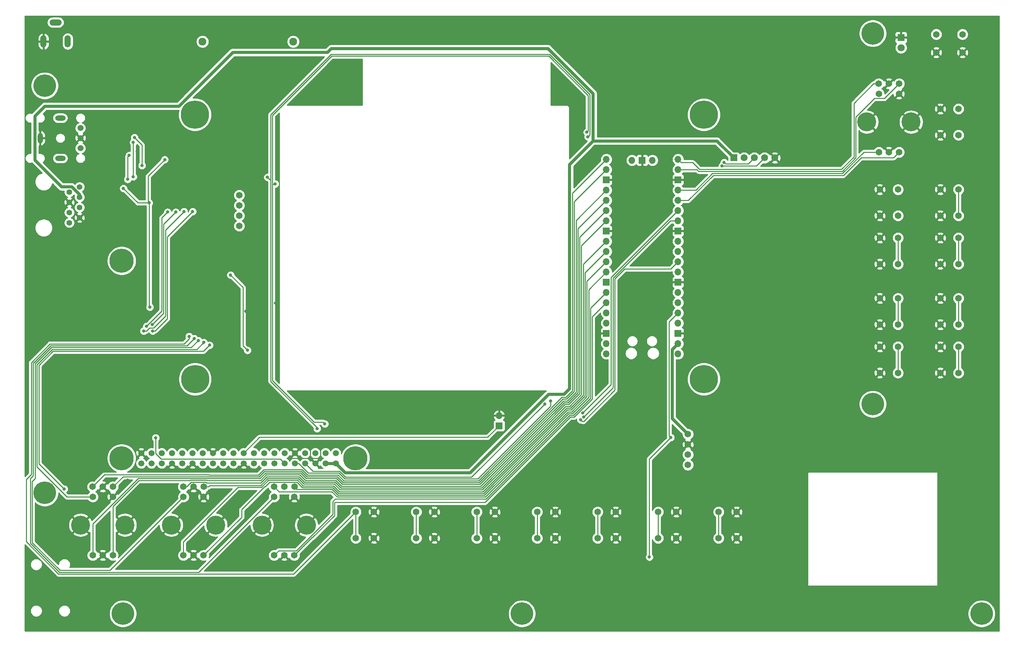
<source format=gbr>
%TF.GenerationSoftware,KiCad,Pcbnew,(5.1.6)-1*%
%TF.CreationDate,2021-02-17T08:37:54+01:00*%
%TF.ProjectId,pihpsdr Controller,70696870-7364-4722-9043-6f6e74726f6c,rev?*%
%TF.SameCoordinates,Original*%
%TF.FileFunction,Copper,L1,Top*%
%TF.FilePolarity,Positive*%
%FSLAX46Y46*%
G04 Gerber Fmt 4.6, Leading zero omitted, Abs format (unit mm)*
G04 Created by KiCad (PCBNEW (5.1.6)-1) date 2021-02-17 08:37:54*
%MOMM*%
%LPD*%
G01*
G04 APERTURE LIST*
%TA.AperFunction,ComponentPad*%
%ADD10C,1.650000*%
%TD*%
%TA.AperFunction,ComponentPad*%
%ADD11O,1.508000X3.016000*%
%TD*%
%TA.AperFunction,ComponentPad*%
%ADD12O,3.016000X1.508000*%
%TD*%
%TA.AperFunction,ComponentPad*%
%ADD13C,1.725000*%
%TD*%
%TA.AperFunction,ComponentPad*%
%ADD14R,1.725000X1.725000*%
%TD*%
%TA.AperFunction,ComponentPad*%
%ADD15O,2.616000X1.308000*%
%TD*%
%TA.AperFunction,ComponentPad*%
%ADD16C,1.508000*%
%TD*%
%TA.AperFunction,ComponentPad*%
%ADD17O,1.308000X2.616000*%
%TD*%
%TA.AperFunction,ComponentPad*%
%ADD18C,6.000000*%
%TD*%
%TA.AperFunction,ComponentPad*%
%ADD19C,1.509000*%
%TD*%
%TA.AperFunction,ComponentPad*%
%ADD20C,1.400000*%
%TD*%
%TA.AperFunction,ComponentPad*%
%ADD21C,1.950000*%
%TD*%
%TA.AperFunction,ComponentPad*%
%ADD22C,4.708000*%
%TD*%
%TA.AperFunction,ComponentPad*%
%ADD23O,1.700000X1.700000*%
%TD*%
%TA.AperFunction,ComponentPad*%
%ADD24R,1.700000X1.700000*%
%TD*%
%TA.AperFunction,ComponentPad*%
%ADD25C,5.600000*%
%TD*%
%TA.AperFunction,ComponentPad*%
%ADD26C,7.000000*%
%TD*%
%TA.AperFunction,ComponentPad*%
%ADD27C,1.800000*%
%TD*%
%TA.AperFunction,ComponentPad*%
%ADD28R,1.800000X1.800000*%
%TD*%
%TA.AperFunction,ViaPad*%
%ADD29C,0.800000*%
%TD*%
%TA.AperFunction,Conductor*%
%ADD30C,0.250000*%
%TD*%
%TA.AperFunction,Conductor*%
%ADD31C,0.800000*%
%TD*%
%TA.AperFunction,Conductor*%
%ADD32C,0.254000*%
%TD*%
G04 APERTURE END LIST*
D10*
%TO.P,SW16,2*%
%TO.N,GND*%
X202250000Y-138750000D03*
X202250000Y-145250000D03*
%TO.P,SW16,1*%
%TO.N,SW16*%
X197750000Y-138750000D03*
X197750000Y-145250000D03*
%TD*%
%TO.P,SW15,2*%
%TO.N,GND*%
X187250000Y-138750000D03*
X187250000Y-145250000D03*
%TO.P,SW15,1*%
%TO.N,SW15*%
X182750000Y-138750000D03*
X182750000Y-145250000D03*
%TD*%
%TO.P,SW14,2*%
%TO.N,GND*%
X172250000Y-138750000D03*
X172250000Y-145250000D03*
%TO.P,SW14,1*%
%TO.N,SW14*%
X167750000Y-138750000D03*
X167750000Y-145250000D03*
%TD*%
%TO.P,SW13,2*%
%TO.N,GND*%
X157250000Y-138750000D03*
X157250000Y-145250000D03*
%TO.P,SW13,1*%
%TO.N,SW13*%
X152750000Y-138750000D03*
X152750000Y-145250000D03*
%TD*%
%TO.P,SW12,2*%
%TO.N,GND*%
X142250000Y-138750000D03*
X142250000Y-145250000D03*
%TO.P,SW12,1*%
%TO.N,SW12*%
X137750000Y-138750000D03*
X137750000Y-145250000D03*
%TD*%
%TO.P,SW11,2*%
%TO.N,GND*%
X127250000Y-138750000D03*
X127250000Y-145250000D03*
%TO.P,SW11,1*%
%TO.N,SW11*%
X122750000Y-138750000D03*
X122750000Y-145250000D03*
%TD*%
%TO.P,SW10,2*%
%TO.N,GND*%
X112250000Y-138750000D03*
X112250000Y-145250000D03*
%TO.P,SW10,1*%
%TO.N,SW10*%
X107750000Y-138750000D03*
X107750000Y-145250000D03*
%TD*%
%TO.P,SW9,2*%
%TO.N,GND*%
X252750000Y-104250000D03*
X252750000Y-97750000D03*
%TO.P,SW9,1*%
%TO.N,SW9*%
X257250000Y-104250000D03*
X257250000Y-97750000D03*
%TD*%
%TO.P,SW8,2*%
%TO.N,GND*%
X237750000Y-104250000D03*
X237750000Y-97750000D03*
%TO.P,SW8,1*%
%TO.N,SW8*%
X242250000Y-104250000D03*
X242250000Y-97750000D03*
%TD*%
%TO.P,SW7,2*%
%TO.N,GND*%
X252750000Y-92250000D03*
X252750000Y-85750000D03*
%TO.P,SW7,1*%
%TO.N,SW7*%
X257250000Y-92250000D03*
X257250000Y-85750000D03*
%TD*%
%TO.P,SW6,2*%
%TO.N,GND*%
X237750000Y-92250000D03*
X237750000Y-85750000D03*
%TO.P,SW6,1*%
%TO.N,SW6*%
X242250000Y-92250000D03*
X242250000Y-85750000D03*
%TD*%
%TO.P,SW5,2*%
%TO.N,GND*%
X252750000Y-77250000D03*
X252750000Y-70750000D03*
%TO.P,SW5,1*%
%TO.N,SW5*%
X257250000Y-77250000D03*
X257250000Y-70750000D03*
%TD*%
%TO.P,SW4,2*%
%TO.N,GND*%
X237750000Y-77250000D03*
X237750000Y-70750000D03*
%TO.P,SW4,1*%
%TO.N,SW4*%
X242250000Y-77250000D03*
X242250000Y-70750000D03*
%TD*%
%TO.P,SW3,2*%
%TO.N,GND*%
X252750000Y-65250000D03*
X252750000Y-58750000D03*
%TO.P,SW3,1*%
%TO.N,SW3*%
X257250000Y-65250000D03*
X257250000Y-58750000D03*
%TD*%
%TO.P,SW2,2*%
%TO.N,GND*%
X237750000Y-65250000D03*
X237750000Y-58750000D03*
%TO.P,SW2,1*%
%TO.N,SW2*%
X242250000Y-65250000D03*
X242250000Y-58750000D03*
%TD*%
%TO.P,SW1,2*%
%TO.N,GND*%
X252750000Y-45250000D03*
X252750000Y-38750000D03*
%TO.P,SW1,1*%
%TO.N,SW1*%
X257250000Y-45250000D03*
X257250000Y-38750000D03*
%TD*%
%TO.P,SW0,2*%
%TO.N,GND*%
X258250000Y-24750000D03*
X251750000Y-24750000D03*
%TO.P,SW0,1*%
%TO.N,Net-(C17-Pad2)*%
X258250000Y-20250000D03*
X251750000Y-20250000D03*
%TD*%
D11*
%TO.P,J8,1*%
%TO.N,/Power Supply/13.8Vunfused*%
X36300000Y-22000000D03*
%TO.P,J8,2*%
%TO.N,GND*%
X30300000Y-22000000D03*
D12*
%TO.P,J8,3*%
%TO.N,N/C*%
X33300000Y-17300000D03*
%TD*%
D13*
%TO.P,J6,5*%
%TO.N,GND*%
X211690000Y-50890000D03*
%TO.P,J6,4*%
%TO.N,SCL*%
X209150000Y-50890000D03*
%TO.P,J6,3*%
%TO.N,SDA*%
X206610000Y-50890000D03*
%TO.P,J6,2*%
%TO.N,N/C*%
X204070000Y-50890000D03*
D14*
%TO.P,J6,1*%
%TO.N,+5V*%
X201530000Y-50890000D03*
%TD*%
D15*
%TO.P,J4,3*%
%TO.N,Net-(C8-Pad1)*%
X34461500Y-51000500D03*
%TO.P,J4,2*%
%TO.N,Net-(C7-Pad1)*%
X34461500Y-41000500D03*
D16*
%TO.P,J4,6*%
%TO.N,JACK_DETECT*%
X39461500Y-43500500D03*
%TO.P,J4,5*%
%TO.N,GND*%
X39461500Y-46000500D03*
%TO.P,J4,4*%
%TO.N,N/C*%
X39461500Y-48500500D03*
D17*
%TO.P,J4,1*%
%TO.N,GND*%
X29461500Y-46000500D03*
%TD*%
D18*
%TO.P,J3,GND*%
%TO.N,N/C*%
X49670000Y-76430000D03*
X107670000Y-125430000D03*
X49670000Y-125430000D03*
D19*
%TO.P,J3,1*%
%TO.N,PI_3V3*%
X102800000Y-124160000D03*
%TO.P,J3,3*%
%TO.N,SDA*%
X100260000Y-124160000D03*
%TO.P,J3,5*%
%TO.N,SCL*%
X97720000Y-124160000D03*
%TO.P,J3,7*%
%TO.N,N/C*%
X95180000Y-124160000D03*
%TO.P,J3,9*%
%TO.N,GND*%
X92640000Y-124160000D03*
%TO.P,J3,11*%
%TO.N,N/C*%
X90100000Y-124160000D03*
%TO.P,J3,13*%
X87560000Y-124160000D03*
%TO.P,J3,15*%
X85020000Y-124160000D03*
%TO.P,J3,17*%
%TO.N,PI_3V3*%
X82480000Y-124160000D03*
%TO.P,J3,19*%
%TO.N,CW_SIDETONE*%
X79940000Y-124160000D03*
%TO.P,J3,21*%
%TO.N,CW_L*%
X77400000Y-124160000D03*
%TO.P,J3,23*%
%TO.N,CW_R*%
X74860000Y-124160000D03*
%TO.P,J3,25*%
%TO.N,GND*%
X72320000Y-124160000D03*
%TO.P,J3,27*%
%TO.N,ID_SD*%
X69780000Y-124160000D03*
%TO.P,J3,29*%
%TO.N,N/C*%
X67240000Y-124160000D03*
%TO.P,J3,31*%
X64700000Y-124160000D03*
%TO.P,J3,33*%
X62160000Y-124160000D03*
%TO.P,J3,35*%
%TO.N,I2S_LRCLK*%
X59620000Y-124160000D03*
%TO.P,J3,37*%
%TO.N,N/C*%
X57080000Y-124160000D03*
%TO.P,J3,39*%
%TO.N,GND*%
X54540000Y-124160000D03*
%TO.P,J3,2*%
%TO.N,+5V*%
X102800000Y-126700000D03*
%TO.P,J3,4*%
X100260000Y-126700000D03*
%TO.P,J3,6*%
%TO.N,GND*%
X97720000Y-126700000D03*
%TO.P,J3,8*%
%TO.N,PICO_RX*%
X95180000Y-126700000D03*
%TO.P,J3,10*%
%TO.N,PICO_TX*%
X92640000Y-126700000D03*
%TO.P,J3,12*%
%TO.N,I2S_CLK*%
X90100000Y-126700000D03*
%TO.P,J3,14*%
%TO.N,GND*%
X87560000Y-126700000D03*
%TO.P,J3,16*%
%TO.N,N/C*%
X85020000Y-126700000D03*
%TO.P,J3,18*%
X82480000Y-126700000D03*
%TO.P,J3,20*%
%TO.N,GND*%
X79940000Y-126700000D03*
%TO.P,J3,22*%
%TO.N,N/C*%
X77400000Y-126700000D03*
%TO.P,J3,24*%
X74860000Y-126700000D03*
%TO.P,J3,26*%
X72320000Y-126700000D03*
%TO.P,J3,28*%
%TO.N,ID_SC*%
X69780000Y-126700000D03*
%TO.P,J3,30*%
%TO.N,GND*%
X67240000Y-126700000D03*
%TO.P,J3,32*%
%TO.N,N/C*%
X64700000Y-126700000D03*
%TO.P,J3,34*%
%TO.N,GND*%
X62160000Y-126700000D03*
%TO.P,J3,36*%
%TO.N,N/C*%
X59620000Y-126700000D03*
%TO.P,J3,38*%
%TO.N,I2S_ADC*%
X57080000Y-126700000D03*
%TO.P,J3,40*%
%TO.N,I2S_DAC*%
X54540000Y-126700000D03*
%TD*%
D10*
%TO.P,J2,4*%
%TO.N,SPK_R-*%
X78848000Y-60161000D03*
%TO.P,J2,3*%
%TO.N,SPK_R+*%
X78848000Y-62701000D03*
%TO.P,J2,2*%
%TO.N,SPK_L-*%
X78848000Y-65241000D03*
%TO.P,J2,1*%
%TO.N,SPK_L+*%
X78848000Y-67781000D03*
%TD*%
D20*
%TO.P,J1,8*%
%TO.N,MIC_BTN_DOWN*%
X39240000Y-58110000D03*
%TO.P,J1,7*%
%TO.N,MIC_BTN_UP*%
X36700000Y-59380000D03*
%TO.P,J1,6*%
%TO.N,+5V*%
X39240000Y-60650000D03*
%TO.P,J1,5*%
%TO.N,GND*%
X36700000Y-61920000D03*
%TO.P,J1,4*%
%TO.N,MIC+*%
X39240000Y-63190000D03*
%TO.P,J1,3*%
%TO.N,MIC_PTT*%
X36700000Y-64460000D03*
%TO.P,J1,2*%
%TO.N,GND*%
X39240000Y-65730000D03*
%TO.P,J1,1*%
%TO.N,MIC_FAST_SCAN*%
X36700000Y-67000000D03*
%TD*%
D21*
%TO.P,F1,2*%
%TO.N,/Power Supply/13.8Vunfused*%
X69740500Y-22061000D03*
%TO.P,F1,1*%
%TO.N,Net-(C18-Pad1)*%
X92240500Y-22061000D03*
%TD*%
D22*
%TO.P,ENC5,MH2*%
%TO.N,GND*%
X245500000Y-42000000D03*
%TO.P,ENC5,MH1*%
X234500000Y-42000000D03*
D10*
%TO.P,ENC5,E1*%
X242500000Y-35000000D03*
%TO.P,ENC5,D1*%
%TO.N,ENC5_BTN*%
X237500000Y-35000000D03*
%TO.P,ENC5,C2*%
%TO.N,GND*%
X240000000Y-32500000D03*
%TO.P,ENC5,C1*%
X240000000Y-49500000D03*
%TO.P,ENC5,B2*%
%TO.N,ENC5_B2*%
X242540000Y-32500000D03*
%TO.P,ENC5,B1*%
%TO.N,ENC5_B1*%
X242500000Y-49500000D03*
%TO.P,ENC5,A2*%
%TO.N,ENC5_A2*%
X237460000Y-32500000D03*
%TO.P,ENC5,A1*%
%TO.N,ENC5_A1*%
X237500000Y-49500000D03*
%TD*%
D22*
%TO.P,ENC4,MH2*%
%TO.N,GND*%
X95500000Y-142000000D03*
%TO.P,ENC4,MH1*%
X84500000Y-142000000D03*
D10*
%TO.P,ENC4,E1*%
X92500000Y-135000000D03*
%TO.P,ENC4,D1*%
%TO.N,ENC4_BTN*%
X87500000Y-135000000D03*
%TO.P,ENC4,C2*%
%TO.N,GND*%
X90000000Y-132500000D03*
%TO.P,ENC4,C1*%
X90000000Y-149500000D03*
%TO.P,ENC4,B2*%
%TO.N,ENC4_B2*%
X92540000Y-132500000D03*
%TO.P,ENC4,B1*%
%TO.N,ENC4_B1*%
X92500000Y-149500000D03*
%TO.P,ENC4,A2*%
%TO.N,ENC4_A2*%
X87460000Y-132500000D03*
%TO.P,ENC4,A1*%
%TO.N,ENC4_A1*%
X87500000Y-149500000D03*
%TD*%
D22*
%TO.P,ENC3,MH2*%
%TO.N,GND*%
X73000000Y-142000000D03*
%TO.P,ENC3,MH1*%
X62000000Y-142000000D03*
D10*
%TO.P,ENC3,E1*%
X70000000Y-135000000D03*
%TO.P,ENC3,D1*%
%TO.N,ENC3_BTN*%
X65000000Y-135000000D03*
%TO.P,ENC3,C2*%
%TO.N,GND*%
X67500000Y-132500000D03*
%TO.P,ENC3,C1*%
X67500000Y-149500000D03*
%TO.P,ENC3,B2*%
%TO.N,ENC3_B2*%
X70040000Y-132500000D03*
%TO.P,ENC3,B1*%
%TO.N,ENC3_B1*%
X70000000Y-149500000D03*
%TO.P,ENC3,A2*%
%TO.N,ENC3_A2*%
X64960000Y-132500000D03*
%TO.P,ENC3,A1*%
%TO.N,ENC3_A1*%
X65000000Y-149500000D03*
%TD*%
D22*
%TO.P,ENC2,MH2*%
%TO.N,GND*%
X50500000Y-142000000D03*
%TO.P,ENC2,MH1*%
X39500000Y-142000000D03*
D10*
%TO.P,ENC2,E1*%
X47500000Y-135000000D03*
%TO.P,ENC2,D1*%
%TO.N,ENC2_BTN*%
X42500000Y-135000000D03*
%TO.P,ENC2,C2*%
%TO.N,GND*%
X45000000Y-132500000D03*
%TO.P,ENC2,C1*%
X45000000Y-149500000D03*
%TO.P,ENC2,B2*%
%TO.N,ENC2_B2*%
X47540000Y-132500000D03*
%TO.P,ENC2,B1*%
%TO.N,ENC2_B1*%
X47500000Y-149500000D03*
%TO.P,ENC2,A2*%
%TO.N,ENC2_A2*%
X42460000Y-132500000D03*
%TO.P,ENC2,A1*%
%TO.N,ENC2_A1*%
X42500000Y-149500000D03*
%TD*%
%TO.P,ENC1,4*%
%TO.N,Net-(ENC1-Pad4)*%
X190147000Y-127090000D03*
%TO.P,ENC1,3*%
%TO.N,Net-(ENC1-Pad3)*%
X190147000Y-124550000D03*
%TO.P,ENC1,2*%
%TO.N,GND*%
X190147000Y-122010000D03*
%TO.P,ENC1,1*%
%TO.N,+5V*%
X190147000Y-119470000D03*
%TD*%
D23*
%TO.P,J7,2*%
%TO.N,GND*%
X143300500Y-114834500D03*
D24*
%TO.P,J7,1*%
%TO.N,CW_SIDETONE*%
X143300500Y-117374500D03*
%TD*%
D23*
%TO.P,IC8,43*%
%TO.N,Net-(IC8-Pad43)*%
X181337000Y-51501000D03*
D24*
%TO.P,IC8,42*%
%TO.N,GND*%
X178797000Y-51501000D03*
D23*
%TO.P,IC8,41*%
%TO.N,Net-(IC8-Pad41)*%
X176257000Y-51501000D03*
%TO.P,IC8,40*%
%TO.N,Net-(IC8-Pad40)*%
X187687000Y-99531000D03*
%TO.P,IC8,39*%
%TO.N,+5V*%
X187687000Y-96991000D03*
D24*
%TO.P,IC8,38*%
%TO.N,GND*%
X187687000Y-94451000D03*
D23*
%TO.P,IC8,37*%
%TO.N,Net-(IC8-Pad37)*%
X187687000Y-91911000D03*
%TO.P,IC8,36*%
%TO.N,+3V3*%
X187687000Y-89371000D03*
%TO.P,IC8,35*%
%TO.N,Net-(IC8-Pad35)*%
X187687000Y-86831000D03*
%TO.P,IC8,34*%
%TO.N,Net-(IC8-Pad34)*%
X187687000Y-84291000D03*
D24*
%TO.P,IC8,33*%
%TO.N,GND*%
X187687000Y-81751000D03*
D23*
%TO.P,IC8,32*%
%TO.N,Net-(IC8-Pad32)*%
X187687000Y-79211000D03*
%TO.P,IC8,31*%
%TO.N,IC2_INT*%
X187687000Y-76671000D03*
%TO.P,IC8,30*%
%TO.N,Net-(IC8-Pad30)*%
X187687000Y-74131000D03*
%TO.P,IC8,29*%
%TO.N,IC1_INT*%
X187687000Y-71591000D03*
D24*
%TO.P,IC8,28*%
%TO.N,GND*%
X187687000Y-69051000D03*
D23*
%TO.P,IC8,27*%
%TO.N,SCL1*%
X187687000Y-66511000D03*
%TO.P,IC8,26*%
%TO.N,SDA1*%
X187687000Y-63971000D03*
%TO.P,IC8,25*%
%TO.N,ENC5_B1*%
X187687000Y-61431000D03*
%TO.P,IC8,24*%
%TO.N,ENC5_A1*%
X187687000Y-58891000D03*
D24*
%TO.P,IC8,23*%
%TO.N,GND*%
X187687000Y-56351000D03*
D23*
%TO.P,IC8,22*%
%TO.N,ENC5_B2*%
X187687000Y-53811000D03*
%TO.P,IC8,21*%
%TO.N,ENC5_A2*%
X187687000Y-51271000D03*
%TO.P,IC8,20*%
%TO.N,ENC2_A2*%
X169907000Y-51271000D03*
%TO.P,IC8,19*%
%TO.N,ENC2_B2*%
X169907000Y-53811000D03*
D24*
%TO.P,IC8,18*%
%TO.N,GND*%
X169907000Y-56351000D03*
D23*
%TO.P,IC8,17*%
%TO.N,ENC2_A1*%
X169907000Y-58891000D03*
%TO.P,IC8,16*%
%TO.N,ENC2_B1*%
X169907000Y-61431000D03*
%TO.P,IC8,15*%
%TO.N,ENC3_A2*%
X169907000Y-63971000D03*
%TO.P,IC8,14*%
%TO.N,ENC3_B2*%
X169907000Y-66511000D03*
D24*
%TO.P,IC8,13*%
%TO.N,GND*%
X169907000Y-69051000D03*
D23*
%TO.P,IC8,12*%
%TO.N,ENC3_A1*%
X169907000Y-71591000D03*
%TO.P,IC8,11*%
%TO.N,ENC3_B1*%
X169907000Y-74131000D03*
%TO.P,IC8,10*%
%TO.N,ENC4_B2*%
X169907000Y-76671000D03*
%TO.P,IC8,9*%
%TO.N,ENC4_A2*%
X169907000Y-79211000D03*
D24*
%TO.P,IC8,8*%
%TO.N,GND*%
X169907000Y-81751000D03*
D23*
%TO.P,IC8,7*%
%TO.N,ENC4_A1*%
X169907000Y-84291000D03*
%TO.P,IC8,6*%
%TO.N,ENC4_B1*%
X169907000Y-86831000D03*
%TO.P,IC8,5*%
%TO.N,ENC1+*%
X169907000Y-89371000D03*
%TO.P,IC8,4*%
%TO.N,ENC1-*%
X169907000Y-91911000D03*
D24*
%TO.P,IC8,3*%
%TO.N,GND*%
X169907000Y-94451000D03*
D23*
%TO.P,IC8,2*%
%TO.N,PICO_RX*%
X169907000Y-96991000D03*
%TO.P,IC8,1*%
%TO.N,PICO_TX*%
X169907000Y-99531000D03*
%TD*%
D25*
%TO.P,H11,1*%
%TO.N,N/C*%
X236000000Y-112000000D03*
%TD*%
%TO.P,H9,1*%
%TO.N,N/C*%
X30600000Y-134000000D03*
%TD*%
D26*
%TO.P,H4,1*%
%TO.N,N/C*%
X194100000Y-105820000D03*
%TD*%
%TO.P,H3,1*%
%TO.N,N/C*%
X67900000Y-105800000D03*
%TD*%
%TO.P,H2,1*%
%TO.N,N/C*%
X194100000Y-40170000D03*
%TD*%
%TO.P,H1,1*%
%TO.N,N/C*%
X67851080Y-40158500D03*
%TD*%
D25*
%TO.P,H10,1*%
%TO.N,N/C*%
X149000000Y-164000000D03*
%TD*%
%TO.P,H8,1*%
%TO.N,N/C*%
X263000000Y-164000000D03*
%TD*%
%TO.P,H7,1*%
%TO.N,N/C*%
X50000000Y-164000000D03*
%TD*%
%TO.P,H6,1*%
%TO.N,N/C*%
X236000000Y-20000000D03*
%TD*%
%TO.P,H5,1*%
%TO.N,N/C*%
X30600000Y-33000000D03*
%TD*%
D27*
%TO.P,D1,2*%
%TO.N,Net-(D1-Pad2)*%
X243000000Y-23585000D03*
D28*
%TO.P,D1,1*%
%TO.N,GND*%
X243000000Y-21045000D03*
%TD*%
D29*
%TO.N,+3V3*%
X180575000Y-149950000D03*
X80880000Y-98642000D03*
X76689000Y-79973000D03*
X185899072Y-120278504D03*
%TO.N,SCL*%
X165335000Y-45683000D03*
X198609000Y-52922000D03*
X85833000Y-55716000D03*
X98152000Y-118073000D03*
%TO.N,SDA*%
X100057000Y-116897010D03*
X165081000Y-44540000D03*
X199117000Y-52033000D03*
X87738000Y-57367000D03*
%TO.N,GND*%
X178590000Y-23458000D03*
X171097000Y-26379000D03*
X171097000Y-23204000D03*
X178590000Y-29046000D03*
X163096000Y-28411000D03*
X215627000Y-125439000D03*
X226041000Y-125693000D03*
X82912000Y-88990000D03*
X80499000Y-88990000D03*
X100311000Y-109310000D03*
X151619000Y-109310000D03*
X208769000Y-123661000D03*
X194291000Y-124423000D03*
X194291000Y-128487000D03*
X203816000Y-128487000D03*
X201530000Y-134075000D03*
X211309000Y-136996000D03*
X38843000Y-162904000D03*
X40621000Y-158586000D03*
X36811000Y-155919000D03*
X43288000Y-155919000D03*
X59290000Y-134837000D03*
X53194000Y-136107000D03*
X43288000Y-125820000D03*
X176892000Y-124296000D03*
X232264000Y-115152000D03*
X239630000Y-108294000D03*
X211690000Y-118708000D03*
X226041000Y-118708000D03*
X162668000Y-41619000D03*
X158096000Y-33364000D03*
X32620000Y-128741000D03*
X76943000Y-143981000D03*
X79991000Y-141187000D03*
X99549000Y-150331000D03*
X100692000Y-143346000D03*
X79991000Y-146140000D03*
X79737000Y-152617000D03*
X91167000Y-152617000D03*
X94977000Y-153887000D03*
X71736000Y-152871000D03*
X56623000Y-152363000D03*
X64878000Y-152490000D03*
X67926000Y-152490000D03*
X57385000Y-146013000D03*
X57512000Y-140933000D03*
X77197000Y-137377000D03*
X54972000Y-134075000D03*
X51162000Y-130900000D03*
X100184000Y-138393000D03*
X98152000Y-135091000D03*
X34525000Y-140552000D03*
X34525000Y-145378000D03*
X33636000Y-149696000D03*
X39351000Y-156427000D03*
X135490000Y-117184000D03*
X117329000Y-117311000D03*
X77197000Y-116803000D03*
X55353000Y-66511000D03*
X60052000Y-53430000D03*
X63735000Y-51525000D03*
X63735000Y-47588000D03*
X68434000Y-47588000D03*
X73260000Y-47588000D03*
X73387000Y-51525000D03*
X73260000Y-54319000D03*
X69323000Y-54319000D03*
X53829000Y-60542000D03*
X74530000Y-79211000D03*
X84944000Y-84164000D03*
X87865000Y-86958000D03*
X85198000Y-79592000D03*
X85198000Y-67146000D03*
X85198000Y-59145000D03*
X85198000Y-53049000D03*
X88500000Y-52922000D03*
X88500000Y-65622000D03*
X88500000Y-77433000D03*
X58147000Y-83529000D03*
X58147000Y-76417000D03*
X58147000Y-69178000D03*
X54591000Y-83656000D03*
X54591000Y-76417000D03*
X54591000Y-69178000D03*
X62719000Y-83529000D03*
X62719000Y-76417000D03*
X62719000Y-71210000D03*
X62719000Y-88101000D03*
X54591000Y-88101000D03*
X66021000Y-122010000D03*
X60941000Y-121883000D03*
X81642000Y-134329000D03*
X58401000Y-39587000D03*
X65513000Y-57240000D03*
X47479000Y-44794000D03*
X45320000Y-47969000D03*
X41764000Y-47969000D03*
X41764000Y-44794000D03*
X41764000Y-41619000D03*
X47479000Y-41619000D03*
X186290000Y-122264000D03*
X182480000Y-121121000D03*
X188195000Y-124804000D03*
X184385000Y-124931000D03*
X184385000Y-126582000D03*
X188195000Y-126582000D03*
X81388000Y-128487000D03*
X78721000Y-128106000D03*
X171685000Y-19648000D03*
X178670000Y-19648000D03*
X182226000Y-21553000D03*
X185909000Y-23712000D03*
X185909000Y-26506000D03*
X53575000Y-49366000D03*
X72117000Y-64479000D03*
X76054000Y-60542000D03*
X189338000Y-16854000D03*
X158096000Y-16854000D03*
X159239000Y-21299000D03*
X191116000Y-21680000D03*
X193402000Y-18886000D03*
X203689000Y-18886000D03*
X213468000Y-18886000D03*
X223120000Y-18886000D03*
X230486000Y-18886000D03*
X223120000Y-33237000D03*
X210928000Y-33237000D03*
X234169000Y-29427000D03*
X58401000Y-50064500D03*
X56623000Y-51906000D03*
X93453000Y-36475500D03*
X108248500Y-36475500D03*
X108248500Y-27141000D03*
X102533500Y-27077500D03*
X98342500Y-31840000D03*
X100882500Y-36539000D03*
%TO.N,HP_L*%
X52559000Y-55589000D03*
X52559000Y-47080000D03*
%TO.N,HP_R*%
X51162000Y-56224000D03*
X51554002Y-50282980D03*
%TO.N,I2S_CLK*%
X67291000Y-64225000D03*
X58110010Y-120344110D03*
X57385000Y-93852990D03*
%TO.N,I2S_DAC*%
X65132000Y-64225000D03*
X55135990Y-93852990D03*
%TO.N,I2S_LRCLK*%
X63100000Y-64352000D03*
X57288748Y-92270572D03*
%TO.N,I2S_ADC*%
X61068000Y-64352000D03*
X55861000Y-92673000D03*
%TO.N,JACK_DETECT*%
X54718000Y-52795000D03*
X52849990Y-45861392D03*
%TO.N,IC2_INT*%
X163534200Y-115861222D03*
%TO.N,EXT_PTT*%
X35414000Y-133059000D03*
X71482000Y-97372000D03*
%TO.N,ENC2_BTN*%
X70069738Y-96698845D03*
%TO.N,ENC3_BTN*%
X68688000Y-96229000D03*
%TO.N,ENC4_BTN*%
X67672000Y-95721000D03*
%TO.N,SW10*%
X66402000Y-95213000D03*
%TO.N,SDA1*%
X164002444Y-114209764D03*
%TO.N,SCL1*%
X164262066Y-115175486D03*
%TO.N,PI_3V3*%
X56659990Y-87921299D03*
X60369500Y-51334500D03*
X50109255Y-58473255D03*
X56496000Y-62066000D03*
%TO.N,PICO_RX*%
X154633985Y-111940001D03*
%TO.N,PICO_TX*%
X156068660Y-111247019D03*
%TD*%
D30*
%TO.N,+3V3*%
X79773999Y-83057999D02*
X76689000Y-79973000D01*
X79773999Y-97535999D02*
X79773999Y-83057999D01*
X80880000Y-98642000D02*
X79773999Y-97535999D01*
X185499073Y-119878505D02*
X185899072Y-120278504D01*
X187687000Y-89371000D02*
X185499073Y-91558927D01*
X185499073Y-91558927D02*
X185499073Y-119878505D01*
X180575000Y-149950000D02*
X180575000Y-125602576D01*
X180575000Y-125602576D02*
X185899072Y-120278504D01*
%TO.N,SCL*%
X155831378Y-25199979D02*
X165854020Y-35222621D01*
X101597911Y-25199979D02*
X155831378Y-25199979D01*
X165854020Y-45163980D02*
X165335000Y-45683000D01*
X165854020Y-35222621D02*
X165854020Y-45163980D01*
X86652989Y-40144901D02*
X101597911Y-25199979D01*
X165335000Y-45683000D02*
X165335000Y-45683000D01*
X207118000Y-52922000D02*
X209150000Y-50890000D01*
X198609000Y-52922000D02*
X207118000Y-52922000D01*
X86652989Y-56281989D02*
X86398989Y-56281989D01*
X86652989Y-56281989D02*
X86652989Y-40144901D01*
X86398989Y-56281989D02*
X85833000Y-55716000D01*
X85833000Y-55716000D02*
X85833000Y-55716000D01*
X86652989Y-106355099D02*
X86652989Y-56281989D01*
X98152000Y-118073000D02*
X98152000Y-117854110D01*
X98152000Y-117854110D02*
X86652989Y-106355099D01*
%TO.N,SDA*%
X99657001Y-116497011D02*
X97431312Y-116497011D01*
X100057000Y-116897010D02*
X99657001Y-116497011D01*
X87103000Y-40331301D02*
X101784311Y-25649990D01*
X155644978Y-25649990D02*
X165404009Y-35409021D01*
X165404009Y-35409021D02*
X165404009Y-41424401D01*
X101784311Y-25649990D02*
X155644978Y-25649990D01*
X97431312Y-116497011D02*
X87103000Y-106168699D01*
X165404009Y-41424401D02*
X165404009Y-44216991D01*
X165404009Y-44216991D02*
X165081000Y-44540000D01*
X165081000Y-44540000D02*
X165081000Y-44540000D01*
X206610000Y-50890000D02*
X205086000Y-52414000D01*
X199498000Y-52414000D02*
X199117000Y-52033000D01*
X205086000Y-52414000D02*
X199498000Y-52414000D01*
X87103000Y-57494000D02*
X87611000Y-57494000D01*
X87611000Y-57494000D02*
X87738000Y-57367000D01*
X87103000Y-106168699D02*
X87103000Y-57494000D01*
X87103000Y-57494000D02*
X87103000Y-40331301D01*
D31*
%TO.N,+5V*%
X186236999Y-115559999D02*
X190147000Y-119470000D01*
X186236999Y-98441001D02*
X186236999Y-115559999D01*
X187687000Y-96991000D02*
X186236999Y-98441001D01*
X197339000Y-46699000D02*
X166605000Y-46699000D01*
X201530000Y-50890000D02*
X197339000Y-46699000D01*
X102800000Y-126700000D02*
X100260000Y-126700000D01*
X160763000Y-52541000D02*
X160763000Y-108191608D01*
X166605000Y-46699000D02*
X160763000Y-52541000D01*
X136063981Y-129030001D02*
X105130001Y-129030001D01*
X159390608Y-109564000D02*
X155529982Y-109564000D01*
X155529982Y-109564000D02*
X136063981Y-129030001D01*
X105130001Y-129030001D02*
X102800000Y-126700000D01*
X160763000Y-108191608D02*
X159390608Y-109564000D01*
X155405708Y-23748989D02*
X101661691Y-23748989D01*
X166605000Y-34948281D02*
X155405708Y-23748989D01*
X101661691Y-23748989D02*
X100682680Y-24728000D01*
X100682680Y-24728000D02*
X77213578Y-24728000D01*
X77213578Y-24728000D02*
X63878578Y-38063000D01*
X63878578Y-38063000D02*
X30622998Y-38063000D01*
X166605000Y-46699000D02*
X166605000Y-34948281D01*
X39240000Y-60034002D02*
X39240000Y-60650000D01*
X37285997Y-58079999D02*
X39240000Y-60034002D01*
X34764997Y-58079999D02*
X37285997Y-58079999D01*
X28164999Y-40520999D02*
X28164999Y-51480001D01*
X28164999Y-51480001D02*
X34764997Y-58079999D01*
X30622998Y-38063000D02*
X28164999Y-40520999D01*
D30*
%TO.N,GND*%
X96501000Y-125439000D02*
X96501000Y-123153000D01*
X99041000Y-125439000D02*
X99041000Y-123026000D01*
X99041000Y-125439000D02*
X91548000Y-125439000D01*
%TO.N,HP_L*%
X52559000Y-47080000D02*
X52559000Y-55716000D01*
%TO.N,HP_R*%
X51162000Y-56224000D02*
X51162000Y-50674982D01*
X51162000Y-50674982D02*
X51554002Y-50282980D01*
%TO.N,I2S_CLK*%
X60998989Y-70517011D02*
X60998989Y-90804686D01*
X60998989Y-90804686D02*
X57950685Y-93852990D01*
X67291000Y-64225000D02*
X60998989Y-70517011D01*
X57950685Y-93852990D02*
X57385000Y-93852990D01*
X58159501Y-124297163D02*
X58159501Y-120393601D01*
X59482837Y-125620499D02*
X58159501Y-124297163D01*
X58159501Y-120393601D02*
X58110010Y-120344110D01*
X89020499Y-125620499D02*
X59482837Y-125620499D01*
X90100000Y-126700000D02*
X89020499Y-125620499D01*
%TO.N,I2S_DAC*%
X56553677Y-93127988D02*
X55828675Y-93852990D01*
X55828675Y-93852990D02*
X55135990Y-93852990D01*
X60548978Y-68808022D02*
X60548978Y-90148687D01*
X57569677Y-93127988D02*
X56553677Y-93127988D01*
X60548978Y-90148687D02*
X57569677Y-93127988D01*
X65132000Y-64225000D02*
X60548978Y-68808022D01*
%TO.N,I2S_LRCLK*%
X60098967Y-89460353D02*
X57288748Y-92270572D01*
X63100000Y-64352000D02*
X60098967Y-67353033D01*
X60098967Y-67353033D02*
X60098967Y-89460353D01*
%TO.N,I2S_ADC*%
X59648956Y-88885044D02*
X55861000Y-92673000D01*
X61068000Y-64352000D02*
X59648956Y-65771044D01*
X59648956Y-65771044D02*
X59648956Y-88885044D01*
%TO.N,JACK_DETECT*%
X54718000Y-47729402D02*
X52849990Y-45861392D01*
X54718000Y-52795000D02*
X54718000Y-47729402D01*
%TO.N,IC2_INT*%
X164249333Y-116261221D02*
X163934199Y-116261221D01*
X171982023Y-108528531D02*
X164249333Y-116261221D01*
X187687000Y-76671000D02*
X185909000Y-78449000D01*
X185909000Y-78449000D02*
X174480410Y-78449000D01*
X163934199Y-116261221D02*
X163534200Y-115861222D01*
X174480410Y-78449000D02*
X171982023Y-80947387D01*
X171982023Y-80947387D02*
X171982023Y-108528531D01*
%TO.N,EXT_PTT*%
X71482000Y-97372000D02*
X69993945Y-98860055D01*
X29121989Y-126766989D02*
X35414000Y-133059000D01*
X32655945Y-98860055D02*
X29121989Y-102394011D01*
X69993945Y-98860055D02*
X32655945Y-98860055D01*
X29121989Y-102394011D02*
X29121989Y-126766989D01*
%TO.N,ENC2_BTN*%
X69867999Y-96954001D02*
X70069738Y-96752262D01*
X70069738Y-96752262D02*
X70069738Y-96698845D01*
X36085000Y-135000000D02*
X28671978Y-127586978D01*
X28671978Y-102207611D02*
X32469545Y-98410044D01*
X69669739Y-97098844D02*
X70069738Y-96698845D01*
X68358539Y-98410044D02*
X69669739Y-97098844D01*
X32469545Y-98410044D02*
X68358539Y-98410044D01*
X28671978Y-127586978D02*
X28671978Y-102207611D01*
X42500000Y-135000000D02*
X36085000Y-135000000D01*
%TO.N,ENC3_BTN*%
X68470999Y-96446001D02*
X68688000Y-96229000D01*
X65000000Y-135000000D02*
X46748000Y-153252000D01*
X28221967Y-130465867D02*
X28221967Y-102021212D01*
X34398000Y-153252000D02*
X27474999Y-146328999D01*
X28221967Y-102021212D02*
X32283146Y-97960033D01*
X66956967Y-97960033D02*
X68688000Y-96229000D01*
X27474999Y-131212835D02*
X28221967Y-130465867D01*
X46748000Y-153252000D02*
X34398000Y-153252000D01*
X32283146Y-97960033D02*
X66956967Y-97960033D01*
X27474999Y-146328999D02*
X27474999Y-131212835D01*
%TO.N,ENC4_BTN*%
X67454999Y-95938001D02*
X67672000Y-95721000D01*
X27024988Y-130478141D02*
X27713967Y-129789162D01*
X27713967Y-129789162D02*
X27713967Y-101892800D01*
X87500000Y-135000000D02*
X68797989Y-153702011D01*
X65882978Y-97510022D02*
X67672000Y-95721000D01*
X32096745Y-97510022D02*
X65882978Y-97510022D01*
X68797989Y-153702011D02*
X34211600Y-153702011D01*
X34211600Y-153702011D02*
X27024988Y-146515399D01*
X27713967Y-101892800D02*
X32096745Y-97510022D01*
X27024988Y-146515399D02*
X27024988Y-130478141D01*
%TO.N,SW3*%
X257250000Y-65250000D02*
X257250000Y-58750000D01*
%TO.N,SW4*%
X242250000Y-77250000D02*
X242250000Y-70750000D01*
%TO.N,SW5*%
X257250000Y-77250000D02*
X257250000Y-70750000D01*
%TO.N,SW6*%
X242250000Y-92250000D02*
X242250000Y-85750000D01*
%TO.N,SW7*%
X257250000Y-92250000D02*
X257250000Y-85750000D01*
%TO.N,SW8*%
X242250000Y-104250000D02*
X242250000Y-97750000D01*
%TO.N,SW9*%
X257250000Y-104250000D02*
X257250000Y-97750000D01*
%TO.N,SW10*%
X66297044Y-95317956D02*
X66402000Y-95213000D01*
X107750000Y-138750000D02*
X92347978Y-154152022D01*
X92347978Y-154152022D02*
X34025200Y-154152022D01*
X34025200Y-154152022D02*
X26004978Y-146131800D01*
X26004978Y-146131800D02*
X26004978Y-130652937D01*
X26004978Y-130652937D02*
X27263956Y-129393959D01*
X27263956Y-101706400D02*
X31910345Y-97060011D01*
X27263956Y-129393959D02*
X27263956Y-101706400D01*
X66402000Y-95778685D02*
X66402000Y-95213000D01*
X65120674Y-97060011D02*
X66402000Y-95778685D01*
X31910345Y-97060011D02*
X65120674Y-97060011D01*
X107750000Y-145250000D02*
X107750000Y-138750000D01*
%TO.N,SW11*%
X122750000Y-145250000D02*
X122750000Y-138750000D01*
%TO.N,SW12*%
X137750000Y-145250000D02*
X137750000Y-138750000D01*
%TO.N,SW13*%
X152750000Y-145250000D02*
X152750000Y-138750000D01*
%TO.N,SW14*%
X167750000Y-145250000D02*
X167750000Y-138750000D01*
%TO.N,SW15*%
X182750000Y-138750000D02*
X182750000Y-145250000D01*
%TO.N,SW16*%
X197750000Y-145250000D02*
X197750000Y-138750000D01*
%TO.N,SDA1*%
X187687000Y-63971000D02*
X187685589Y-63971000D01*
X171082001Y-80574588D02*
X171082001Y-107130207D01*
X171082001Y-107130207D02*
X164002444Y-114209764D01*
X187685589Y-63971000D02*
X171082001Y-80574588D01*
%TO.N,SCL1*%
X171532012Y-107905540D02*
X164262066Y-115175486D01*
X187687000Y-66511000D02*
X185782000Y-66511000D01*
X185782000Y-66511000D02*
X171532012Y-80760987D01*
X171532012Y-80760987D02*
X171532012Y-107905540D01*
%TO.N,ENC2_B2*%
X94259450Y-128649933D02*
X95631538Y-130022022D01*
X103187471Y-130022022D02*
X104616492Y-131451043D01*
X104616492Y-131451043D02*
X138387478Y-131451043D01*
X138387478Y-131451043D02*
X159099499Y-110739022D01*
X159099499Y-110739022D02*
X160036075Y-110739022D01*
X95631538Y-130022022D02*
X103187471Y-130022022D01*
X161938022Y-108837075D02*
X161938022Y-61779978D01*
X160036075Y-110739022D02*
X161938022Y-108837075D01*
X161938022Y-61779978D02*
X169907000Y-53811000D01*
X83792799Y-130022022D02*
X85164888Y-128649933D01*
X71173257Y-130022022D02*
X83792799Y-130022022D01*
X71151201Y-129999966D02*
X71173257Y-130022022D01*
X50040034Y-129999966D02*
X71151201Y-129999966D01*
X47540000Y-132500000D02*
X50040034Y-129999966D01*
X85164888Y-128649933D02*
X94259450Y-128649933D01*
%TO.N,ENC2_B1*%
X102814671Y-130922044D02*
X104243692Y-132351065D01*
X66739543Y-130922044D02*
X66761599Y-130899988D01*
X95258738Y-130922044D02*
X102814671Y-130922044D01*
X70778401Y-130899988D02*
X70800457Y-130922044D01*
X162838044Y-68499956D02*
X169907000Y-61431000D01*
X159472299Y-111639044D02*
X160408875Y-111639044D01*
X70800457Y-130922044D02*
X84165599Y-130922044D01*
X160408875Y-111639044D02*
X162838044Y-109209875D01*
X162838044Y-109209875D02*
X162838044Y-68499956D01*
X138760279Y-132351065D02*
X159472299Y-111639044D01*
X104243692Y-132351065D02*
X138760279Y-132351065D01*
X85537688Y-129549955D02*
X93886650Y-129549955D01*
X66761599Y-130899988D02*
X70778401Y-130899988D01*
X47500000Y-149500000D02*
X47500000Y-137356000D01*
X84165599Y-130922044D02*
X85537688Y-129549955D01*
X47500000Y-137356000D02*
X53933956Y-130922044D01*
X93886650Y-129549955D02*
X95258738Y-130922044D01*
X53933956Y-130922044D02*
X66739543Y-130922044D01*
%TO.N,ENC2_A2*%
X161488011Y-108650675D02*
X161488011Y-59689989D01*
X138201078Y-131001032D02*
X158913099Y-110289011D01*
X161488011Y-59689989D02*
X169907000Y-51271000D01*
X159849675Y-110289011D02*
X161488011Y-108650675D01*
X158913099Y-110289011D02*
X159849675Y-110289011D01*
X104802892Y-131001032D02*
X138201078Y-131001032D01*
X103373871Y-129572011D02*
X104802892Y-131001032D01*
X95817938Y-129572011D02*
X103373871Y-129572011D01*
X94445850Y-128199922D02*
X95817938Y-129572011D01*
X84978488Y-128199922D02*
X94445850Y-128199922D01*
X83606399Y-129572011D02*
X84978488Y-128199922D01*
X71359657Y-129572011D02*
X83606399Y-129572011D01*
X71337601Y-129549955D02*
X71359657Y-129572011D01*
X45410045Y-129549955D02*
X71337601Y-129549955D01*
X42460000Y-132500000D02*
X45410045Y-129549955D01*
%TO.N,ENC2_A1*%
X42500000Y-149500000D02*
X42500000Y-141719589D01*
X42500000Y-141719589D02*
X53769612Y-130449977D01*
X70986857Y-130472033D02*
X83979199Y-130472033D01*
X162388033Y-66409967D02*
X169907000Y-58891000D01*
X70964801Y-130449977D02*
X70986857Y-130472033D01*
X104430092Y-131901054D02*
X138573879Y-131901054D01*
X160222475Y-111189033D02*
X162388033Y-109023475D01*
X83979199Y-130472033D02*
X85351288Y-129099944D01*
X138573879Y-131901054D02*
X159285899Y-111189033D01*
X159285899Y-111189033D02*
X160222475Y-111189033D01*
X162388033Y-109023475D02*
X162388033Y-66409967D01*
X103001071Y-130472033D02*
X104430092Y-131901054D01*
X53769612Y-130449977D02*
X70964801Y-130449977D01*
X95445138Y-130472033D02*
X103001071Y-130472033D01*
X94073050Y-129099944D02*
X95445138Y-130472033D01*
X85351288Y-129099944D02*
X94073050Y-129099944D01*
%TO.N,ENC3_B2*%
X163738066Y-72679934D02*
X169907000Y-66511000D01*
X70040000Y-132500000D02*
X71206726Y-132500000D01*
X93513850Y-130449977D02*
X94885938Y-131822066D01*
X102441871Y-131822066D02*
X103870892Y-133251087D01*
X84157401Y-132203064D02*
X85910488Y-130449977D01*
X139133079Y-133251087D02*
X159845099Y-112539066D01*
X160781675Y-112539066D02*
X163738066Y-109582675D01*
X159845099Y-112539066D02*
X160781675Y-112539066D01*
X85910488Y-130449977D02*
X93513850Y-130449977D01*
X103870892Y-133251087D02*
X139133079Y-133251087D01*
X163738066Y-109582675D02*
X163738066Y-72679934D01*
X94885938Y-131822066D02*
X102441871Y-131822066D01*
X71503662Y-132203064D02*
X84157401Y-132203064D01*
X71206726Y-132500000D02*
X71503662Y-132203064D01*
%TO.N,ENC3_B1*%
X161154475Y-113439088D02*
X164638088Y-109955475D01*
X102069071Y-132722088D02*
X103498092Y-134151109D01*
X160217899Y-113439088D02*
X161154475Y-113439088D01*
X79450200Y-138183088D02*
X85165210Y-132468078D01*
X139505879Y-134151109D02*
X160217899Y-113439088D01*
X86410289Y-131349999D02*
X93141049Y-131349999D01*
X94513138Y-132722088D02*
X102069071Y-132722088D01*
X164638088Y-109955475D02*
X164638088Y-79399912D01*
X85165210Y-132468078D02*
X85292208Y-132468078D01*
X164638088Y-79399912D02*
X169907000Y-74131000D01*
X85292208Y-132468078D02*
X86410289Y-131349999D01*
X79450200Y-140049800D02*
X79450200Y-138183088D01*
X70000000Y-149500000D02*
X79450200Y-140049800D01*
X93141049Y-131349999D02*
X94513138Y-132722088D01*
X103498092Y-134151109D02*
X139505879Y-134151109D01*
%TO.N,ENC3_A2*%
X104057292Y-132801076D02*
X138946679Y-132801076D01*
X70592001Y-131349999D02*
X70741057Y-131499055D01*
X163288055Y-109396275D02*
X163288055Y-70589945D01*
X64960000Y-132500000D02*
X65797998Y-132500000D01*
X159658699Y-112089055D02*
X160595275Y-112089055D01*
X138946679Y-132801076D02*
X159658699Y-112089055D01*
X66947999Y-131349999D02*
X70592001Y-131349999D01*
X102628271Y-131372055D02*
X104057292Y-132801076D01*
X163288055Y-70589945D02*
X169907000Y-63971000D01*
X65797998Y-132500000D02*
X66947999Y-131349999D01*
X95072338Y-131372055D02*
X102628271Y-131372055D01*
X70741057Y-131499055D02*
X84224999Y-131499055D01*
X160595275Y-112089055D02*
X163288055Y-109396275D01*
X93700250Y-129999966D02*
X95072338Y-131372055D01*
X85724088Y-129999966D02*
X93700250Y-129999966D01*
X84224999Y-131499055D02*
X85724088Y-129999966D01*
%TO.N,ENC3_A1*%
X65000000Y-149500000D02*
X65000000Y-146154877D01*
X84343801Y-132653075D02*
X86096888Y-130899988D01*
X86096888Y-130899988D02*
X93327449Y-130899988D01*
X94699538Y-132272077D02*
X102255471Y-132272077D01*
X78501802Y-132653075D02*
X84343801Y-132653075D01*
X93327449Y-130899988D02*
X94699538Y-132272077D01*
X139319479Y-133701098D02*
X160031499Y-112989077D01*
X160968075Y-112989077D02*
X164188077Y-109769075D01*
X65000000Y-146154877D02*
X78501802Y-132653075D01*
X160031499Y-112989077D02*
X160968075Y-112989077D01*
X164188077Y-109769075D02*
X164188077Y-77309923D01*
X164188077Y-77309923D02*
X169907000Y-71591000D01*
X102255471Y-132272077D02*
X103684492Y-133701098D01*
X103684492Y-133701098D02*
X139319479Y-133701098D01*
%TO.N,ENC4_B2*%
X161340875Y-113889099D02*
X165088099Y-110141875D01*
X165088099Y-81489901D02*
X169907000Y-76671000D01*
X103311692Y-134601120D02*
X139692279Y-134601120D01*
X101882671Y-133172099D02*
X103311692Y-134601120D01*
X139692279Y-134601120D02*
X160404299Y-113889099D01*
X160404299Y-113889099D02*
X161340875Y-113889099D01*
X92540000Y-132500000D02*
X93212099Y-133172099D01*
X165088099Y-110141875D02*
X165088099Y-81489901D01*
X93212099Y-133172099D02*
X101882671Y-133172099D01*
%TO.N,ENC4_B1*%
X102470000Y-139631333D02*
X102470000Y-136362410D01*
X161900074Y-115239132D02*
X166438132Y-110701074D01*
X166438132Y-110701074D02*
X166438132Y-90299868D01*
X92500000Y-149500000D02*
X96870988Y-145129012D01*
X160963499Y-115239132D02*
X161900074Y-115239132D01*
X96972321Y-145129012D02*
X102470000Y-139631333D01*
X102470000Y-136362410D02*
X139840221Y-136362410D01*
X166438132Y-90299868D02*
X169907000Y-86831000D01*
X96870988Y-145129012D02*
X96972321Y-145129012D01*
X139840221Y-136362410D02*
X160963499Y-115239132D01*
%TO.N,ENC4_A2*%
X88709108Y-133749108D02*
X101823269Y-133749108D01*
X139878679Y-135051131D02*
X160590699Y-114339110D01*
X103125292Y-135051131D02*
X139878679Y-135051131D01*
X160590699Y-114339110D02*
X161527274Y-114339110D01*
X101823269Y-133749108D02*
X103125292Y-135051131D01*
X165538110Y-83579890D02*
X169907000Y-79211000D01*
X165538110Y-110328274D02*
X165538110Y-83579890D01*
X87460000Y-132500000D02*
X88709108Y-133749108D01*
X161527274Y-114339110D02*
X165538110Y-110328274D01*
%TO.N,ENC4_A1*%
X165988121Y-110514674D02*
X165988121Y-88209879D01*
X160777099Y-114789121D02*
X161713674Y-114789121D01*
X165988121Y-88209879D02*
X169907000Y-84291000D01*
X87500000Y-149500000D02*
X88650001Y-148349999D01*
X140065078Y-135501142D02*
X160777099Y-114789121D01*
X102694858Y-135501142D02*
X140065078Y-135501142D01*
X93013591Y-148349999D02*
X102019989Y-139343601D01*
X161713674Y-114789121D02*
X165988121Y-110514674D01*
X102019989Y-139343601D02*
X102019989Y-136176010D01*
X88650001Y-148349999D02*
X93013591Y-148349999D01*
X102019989Y-136176010D02*
X102694858Y-135501142D01*
%TO.N,ENC5_B2*%
X236385077Y-36150001D02*
X238889999Y-36150001D01*
X187687000Y-53811000D02*
X192383178Y-53811000D01*
X192775200Y-54203022D02*
X228438747Y-54203022D01*
X231767022Y-40768056D02*
X236385077Y-36150001D01*
X192383178Y-53811000D02*
X192775200Y-54203022D01*
X228438747Y-54203022D02*
X231767022Y-50874748D01*
X238889999Y-36150001D02*
X242540000Y-32500000D01*
X231767022Y-50874748D02*
X231767022Y-40768056D01*
%TO.N,ENC5_B1*%
X228684546Y-55230044D02*
X233093600Y-50820989D01*
X196426546Y-55230044D02*
X228684546Y-55230044D01*
X233093600Y-50820989D02*
X241179011Y-50820989D01*
X190225590Y-61431000D02*
X196426546Y-55230044D01*
X187687000Y-61431000D02*
X190225590Y-61431000D01*
X241179011Y-50820989D02*
X242500000Y-49500000D01*
%TO.N,ENC5_A2*%
X192961600Y-53753011D02*
X228252348Y-53753011D01*
X231317011Y-50688349D02*
X231317011Y-37360399D01*
X228252348Y-53753011D02*
X231317011Y-50688349D01*
X187687000Y-51271000D02*
X188493501Y-52077501D01*
X188493501Y-52077501D02*
X191286090Y-52077501D01*
X236177410Y-32500000D02*
X236293274Y-32500000D01*
X191286090Y-52077501D02*
X192961600Y-53753011D01*
X236293274Y-32500000D02*
X237460000Y-32500000D01*
X231317011Y-37360399D02*
X236177410Y-32500000D01*
%TO.N,ENC5_A1*%
X233778180Y-49500000D02*
X236333274Y-49500000D01*
X187687000Y-58891000D02*
X192129179Y-58891000D01*
X228498147Y-54780033D02*
X233778180Y-49500000D01*
X236333274Y-49500000D02*
X237500000Y-49500000D01*
X192129179Y-58891000D02*
X196240146Y-54780033D01*
X196240146Y-54780033D02*
X228498147Y-54780033D01*
%TO.N,PI_3V3*%
X50142500Y-58433010D02*
X50146000Y-58436510D01*
X53702000Y-62066000D02*
X50109255Y-58473255D01*
X56496000Y-62066000D02*
X53702000Y-62066000D01*
X56840010Y-54863990D02*
X60369500Y-51334500D01*
X56242000Y-55462000D02*
X56840010Y-54863990D01*
X56496000Y-62066000D02*
X56242000Y-61812000D01*
X56242000Y-61812000D02*
X56242000Y-55462000D01*
X56496000Y-87757309D02*
X56659990Y-87921299D01*
X56496000Y-62066000D02*
X56496000Y-87757309D01*
%TO.N,PICO_RX*%
X105175690Y-130101010D02*
X136472976Y-130101010D01*
X95180000Y-126700000D02*
X97151989Y-128671989D01*
X97151989Y-128671989D02*
X103746669Y-128671989D01*
X103746669Y-128671989D02*
X105175690Y-130101010D01*
X136472976Y-130101010D02*
X154633985Y-111940001D01*
%TO.N,PICO_TX*%
X156064000Y-111215000D02*
X156064000Y-111215000D01*
X96004338Y-129122000D02*
X103560270Y-129122000D01*
X93582338Y-126700000D02*
X96004338Y-129122000D01*
X92640000Y-126700000D02*
X93582338Y-126700000D01*
X104989291Y-130551021D02*
X138014678Y-130551021D01*
X138014678Y-130551021D02*
X156068660Y-112497039D01*
X156068660Y-112497039D02*
X156068660Y-111247019D01*
X103560270Y-129122000D02*
X104989291Y-130551021D01*
%TO.N,CW_SIDETONE*%
X79940000Y-124160000D02*
X83868000Y-120232000D01*
X140443000Y-120232000D02*
X143300500Y-117374500D01*
X83868000Y-120232000D02*
X140443000Y-120232000D01*
%TD*%
D32*
%TO.N,GND*%
G36*
X267315001Y-168315000D02*
G01*
X25685000Y-168315000D01*
X25685000Y-163153740D01*
X27015000Y-163153740D01*
X27015000Y-163446260D01*
X27072068Y-163733158D01*
X27184010Y-164003411D01*
X27346525Y-164246632D01*
X27553368Y-164453475D01*
X27796589Y-164615990D01*
X28066842Y-164727932D01*
X28353740Y-164785000D01*
X28646260Y-164785000D01*
X28933158Y-164727932D01*
X29203411Y-164615990D01*
X29446632Y-164453475D01*
X29653475Y-164246632D01*
X29815990Y-164003411D01*
X29927932Y-163733158D01*
X29985000Y-163446260D01*
X29985000Y-163153740D01*
X34015000Y-163153740D01*
X34015000Y-163446260D01*
X34072068Y-163733158D01*
X34184010Y-164003411D01*
X34346525Y-164246632D01*
X34553368Y-164453475D01*
X34796589Y-164615990D01*
X35066842Y-164727932D01*
X35353740Y-164785000D01*
X35646260Y-164785000D01*
X35933158Y-164727932D01*
X36203411Y-164615990D01*
X36446632Y-164453475D01*
X36653475Y-164246632D01*
X36815990Y-164003411D01*
X36927932Y-163733158D01*
X36942149Y-163661682D01*
X46565000Y-163661682D01*
X46565000Y-164338318D01*
X46697006Y-165001952D01*
X46955943Y-165627082D01*
X47331862Y-166189685D01*
X47810315Y-166668138D01*
X48372918Y-167044057D01*
X48998048Y-167302994D01*
X49661682Y-167435000D01*
X50338318Y-167435000D01*
X51001952Y-167302994D01*
X51627082Y-167044057D01*
X52189685Y-166668138D01*
X52668138Y-166189685D01*
X53044057Y-165627082D01*
X53302994Y-165001952D01*
X53435000Y-164338318D01*
X53435000Y-163661682D01*
X145565000Y-163661682D01*
X145565000Y-164338318D01*
X145697006Y-165001952D01*
X145955943Y-165627082D01*
X146331862Y-166189685D01*
X146810315Y-166668138D01*
X147372918Y-167044057D01*
X147998048Y-167302994D01*
X148661682Y-167435000D01*
X149338318Y-167435000D01*
X150001952Y-167302994D01*
X150627082Y-167044057D01*
X151189685Y-166668138D01*
X151668138Y-166189685D01*
X152044057Y-165627082D01*
X152302994Y-165001952D01*
X152435000Y-164338318D01*
X152435000Y-163661682D01*
X259565000Y-163661682D01*
X259565000Y-164338318D01*
X259697006Y-165001952D01*
X259955943Y-165627082D01*
X260331862Y-166189685D01*
X260810315Y-166668138D01*
X261372918Y-167044057D01*
X261998048Y-167302994D01*
X262661682Y-167435000D01*
X263338318Y-167435000D01*
X264001952Y-167302994D01*
X264627082Y-167044057D01*
X265189685Y-166668138D01*
X265668138Y-166189685D01*
X266044057Y-165627082D01*
X266302994Y-165001952D01*
X266435000Y-164338318D01*
X266435000Y-163661682D01*
X266302994Y-162998048D01*
X266044057Y-162372918D01*
X265668138Y-161810315D01*
X265189685Y-161331862D01*
X264627082Y-160955943D01*
X264001952Y-160697006D01*
X263338318Y-160565000D01*
X262661682Y-160565000D01*
X261998048Y-160697006D01*
X261372918Y-160955943D01*
X260810315Y-161331862D01*
X260331862Y-161810315D01*
X259955943Y-162372918D01*
X259697006Y-162998048D01*
X259565000Y-163661682D01*
X152435000Y-163661682D01*
X152302994Y-162998048D01*
X152044057Y-162372918D01*
X151668138Y-161810315D01*
X151189685Y-161331862D01*
X150627082Y-160955943D01*
X150001952Y-160697006D01*
X149338318Y-160565000D01*
X148661682Y-160565000D01*
X147998048Y-160697006D01*
X147372918Y-160955943D01*
X146810315Y-161331862D01*
X146331862Y-161810315D01*
X145955943Y-162372918D01*
X145697006Y-162998048D01*
X145565000Y-163661682D01*
X53435000Y-163661682D01*
X53302994Y-162998048D01*
X53044057Y-162372918D01*
X52668138Y-161810315D01*
X52189685Y-161331862D01*
X51627082Y-160955943D01*
X51001952Y-160697006D01*
X50338318Y-160565000D01*
X49661682Y-160565000D01*
X48998048Y-160697006D01*
X48372918Y-160955943D01*
X47810315Y-161331862D01*
X47331862Y-161810315D01*
X46955943Y-162372918D01*
X46697006Y-162998048D01*
X46565000Y-163661682D01*
X36942149Y-163661682D01*
X36985000Y-163446260D01*
X36985000Y-163153740D01*
X36927932Y-162866842D01*
X36815990Y-162596589D01*
X36653475Y-162353368D01*
X36446632Y-162146525D01*
X36203411Y-161984010D01*
X35933158Y-161872068D01*
X35646260Y-161815000D01*
X35353740Y-161815000D01*
X35066842Y-161872068D01*
X34796589Y-161984010D01*
X34553368Y-162146525D01*
X34346525Y-162353368D01*
X34184010Y-162596589D01*
X34072068Y-162866842D01*
X34015000Y-163153740D01*
X29985000Y-163153740D01*
X29927932Y-162866842D01*
X29815990Y-162596589D01*
X29653475Y-162353368D01*
X29446632Y-162146525D01*
X29203411Y-161984010D01*
X28933158Y-161872068D01*
X28646260Y-161815000D01*
X28353740Y-161815000D01*
X28066842Y-161872068D01*
X27796589Y-161984010D01*
X27553368Y-162146525D01*
X27346525Y-162353368D01*
X27184010Y-162596589D01*
X27072068Y-162866842D01*
X27015000Y-163153740D01*
X25685000Y-163153740D01*
X25685000Y-151653740D01*
X27004000Y-151653740D01*
X27004000Y-151946260D01*
X27061068Y-152233158D01*
X27173010Y-152503411D01*
X27335525Y-152746632D01*
X27542368Y-152953475D01*
X27785589Y-153115990D01*
X28055842Y-153227932D01*
X28342740Y-153285000D01*
X28635260Y-153285000D01*
X28922158Y-153227932D01*
X29192411Y-153115990D01*
X29435632Y-152953475D01*
X29642475Y-152746632D01*
X29804990Y-152503411D01*
X29916932Y-152233158D01*
X29974000Y-151946260D01*
X29974000Y-151653740D01*
X29916932Y-151366842D01*
X29804990Y-151096589D01*
X29642475Y-150853368D01*
X29435632Y-150646525D01*
X29192411Y-150484010D01*
X28922158Y-150372068D01*
X28635260Y-150315000D01*
X28342740Y-150315000D01*
X28055842Y-150372068D01*
X27785589Y-150484010D01*
X27542368Y-150646525D01*
X27335525Y-150853368D01*
X27173010Y-151096589D01*
X27061068Y-151366842D01*
X27004000Y-151653740D01*
X25685000Y-151653740D01*
X25685000Y-146886623D01*
X33461401Y-154663025D01*
X33485199Y-154692023D01*
X33600924Y-154786996D01*
X33732953Y-154857568D01*
X33876214Y-154901025D01*
X33987867Y-154912022D01*
X33987875Y-154912022D01*
X34025200Y-154915698D01*
X34062525Y-154912022D01*
X92310656Y-154912022D01*
X92347978Y-154915698D01*
X92385300Y-154912022D01*
X92385311Y-154912022D01*
X92496964Y-154901025D01*
X92640225Y-154857568D01*
X92772254Y-154786996D01*
X92887979Y-154692023D01*
X92911782Y-154663019D01*
X97726740Y-149848061D01*
X179540000Y-149848061D01*
X179540000Y-150051939D01*
X179579774Y-150251898D01*
X179657795Y-150440256D01*
X179771063Y-150609774D01*
X179915226Y-150753937D01*
X180084744Y-150867205D01*
X180273102Y-150945226D01*
X180473061Y-150985000D01*
X180676939Y-150985000D01*
X180876898Y-150945226D01*
X181065256Y-150867205D01*
X181234774Y-150753937D01*
X181378937Y-150609774D01*
X181492205Y-150440256D01*
X181570226Y-150251898D01*
X181610000Y-150051939D01*
X181610000Y-149848061D01*
X181570226Y-149648102D01*
X181492205Y-149459744D01*
X181378937Y-149290226D01*
X181335000Y-149246289D01*
X181335000Y-145620027D01*
X181346107Y-145675866D01*
X181456165Y-145941569D01*
X181615944Y-146180696D01*
X181819304Y-146384056D01*
X182058431Y-146543835D01*
X182324134Y-146653893D01*
X182606203Y-146710000D01*
X182893797Y-146710000D01*
X183175866Y-146653893D01*
X183441569Y-146543835D01*
X183680696Y-146384056D01*
X183804201Y-146260551D01*
X186419054Y-146260551D01*
X186493663Y-146507073D01*
X186753439Y-146630473D01*
X187032297Y-146700823D01*
X187319521Y-146715417D01*
X187604074Y-146673697D01*
X187875020Y-146577265D01*
X188006337Y-146507073D01*
X188080946Y-146260551D01*
X187250000Y-145429605D01*
X186419054Y-146260551D01*
X183804201Y-146260551D01*
X183884056Y-146180696D01*
X184043835Y-145941569D01*
X184153893Y-145675866D01*
X184210000Y-145393797D01*
X184210000Y-145319521D01*
X185784583Y-145319521D01*
X185826303Y-145604074D01*
X185922735Y-145875020D01*
X185992927Y-146006337D01*
X186239449Y-146080946D01*
X187070395Y-145250000D01*
X187429605Y-145250000D01*
X188260551Y-146080946D01*
X188507073Y-146006337D01*
X188630473Y-145746561D01*
X188700823Y-145467703D01*
X188715417Y-145180479D01*
X188673697Y-144895926D01*
X188577265Y-144624980D01*
X188507073Y-144493663D01*
X188260551Y-144419054D01*
X187429605Y-145250000D01*
X187070395Y-145250000D01*
X186239449Y-144419054D01*
X185992927Y-144493663D01*
X185869527Y-144753439D01*
X185799177Y-145032297D01*
X185784583Y-145319521D01*
X184210000Y-145319521D01*
X184210000Y-145106203D01*
X184153893Y-144824134D01*
X184043835Y-144558431D01*
X183884056Y-144319304D01*
X183804201Y-144239449D01*
X186419054Y-144239449D01*
X187250000Y-145070395D01*
X188080946Y-144239449D01*
X188006337Y-143992927D01*
X187746561Y-143869527D01*
X187467703Y-143799177D01*
X187180479Y-143784583D01*
X186895926Y-143826303D01*
X186624980Y-143922735D01*
X186493663Y-143992927D01*
X186419054Y-144239449D01*
X183804201Y-144239449D01*
X183680696Y-144115944D01*
X183510000Y-144001889D01*
X183510000Y-139998111D01*
X183680696Y-139884056D01*
X183804201Y-139760551D01*
X186419054Y-139760551D01*
X186493663Y-140007073D01*
X186753439Y-140130473D01*
X187032297Y-140200823D01*
X187319521Y-140215417D01*
X187604074Y-140173697D01*
X187875020Y-140077265D01*
X188006337Y-140007073D01*
X188080946Y-139760551D01*
X187250000Y-138929605D01*
X186419054Y-139760551D01*
X183804201Y-139760551D01*
X183884056Y-139680696D01*
X184043835Y-139441569D01*
X184153893Y-139175866D01*
X184210000Y-138893797D01*
X184210000Y-138819521D01*
X185784583Y-138819521D01*
X185826303Y-139104074D01*
X185922735Y-139375020D01*
X185992927Y-139506337D01*
X186239449Y-139580946D01*
X187070395Y-138750000D01*
X187429605Y-138750000D01*
X188260551Y-139580946D01*
X188507073Y-139506337D01*
X188630473Y-139246561D01*
X188700823Y-138967703D01*
X188715417Y-138680479D01*
X188704527Y-138606203D01*
X196290000Y-138606203D01*
X196290000Y-138893797D01*
X196346107Y-139175866D01*
X196456165Y-139441569D01*
X196615944Y-139680696D01*
X196819304Y-139884056D01*
X196990001Y-139998112D01*
X196990000Y-144001889D01*
X196819304Y-144115944D01*
X196615944Y-144319304D01*
X196456165Y-144558431D01*
X196346107Y-144824134D01*
X196290000Y-145106203D01*
X196290000Y-145393797D01*
X196346107Y-145675866D01*
X196456165Y-145941569D01*
X196615944Y-146180696D01*
X196819304Y-146384056D01*
X197058431Y-146543835D01*
X197324134Y-146653893D01*
X197606203Y-146710000D01*
X197893797Y-146710000D01*
X198175866Y-146653893D01*
X198441569Y-146543835D01*
X198680696Y-146384056D01*
X198804201Y-146260551D01*
X201419054Y-146260551D01*
X201493663Y-146507073D01*
X201753439Y-146630473D01*
X202032297Y-146700823D01*
X202319521Y-146715417D01*
X202604074Y-146673697D01*
X202875020Y-146577265D01*
X203006337Y-146507073D01*
X203080946Y-146260551D01*
X202250000Y-145429605D01*
X201419054Y-146260551D01*
X198804201Y-146260551D01*
X198884056Y-146180696D01*
X199043835Y-145941569D01*
X199153893Y-145675866D01*
X199210000Y-145393797D01*
X199210000Y-145319521D01*
X200784583Y-145319521D01*
X200826303Y-145604074D01*
X200922735Y-145875020D01*
X200992927Y-146006337D01*
X201239449Y-146080946D01*
X202070395Y-145250000D01*
X202429605Y-145250000D01*
X203260551Y-146080946D01*
X203507073Y-146006337D01*
X203630473Y-145746561D01*
X203700823Y-145467703D01*
X203715417Y-145180479D01*
X203673697Y-144895926D01*
X203577265Y-144624980D01*
X203507073Y-144493663D01*
X203260551Y-144419054D01*
X202429605Y-145250000D01*
X202070395Y-145250000D01*
X201239449Y-144419054D01*
X200992927Y-144493663D01*
X200869527Y-144753439D01*
X200799177Y-145032297D01*
X200784583Y-145319521D01*
X199210000Y-145319521D01*
X199210000Y-145106203D01*
X199153893Y-144824134D01*
X199043835Y-144558431D01*
X198884056Y-144319304D01*
X198804201Y-144239449D01*
X201419054Y-144239449D01*
X202250000Y-145070395D01*
X203080946Y-144239449D01*
X203006337Y-143992927D01*
X202746561Y-143869527D01*
X202467703Y-143799177D01*
X202180479Y-143784583D01*
X201895926Y-143826303D01*
X201624980Y-143922735D01*
X201493663Y-143992927D01*
X201419054Y-144239449D01*
X198804201Y-144239449D01*
X198680696Y-144115944D01*
X198510000Y-144001889D01*
X198510000Y-139998111D01*
X198680696Y-139884056D01*
X198804201Y-139760551D01*
X201419054Y-139760551D01*
X201493663Y-140007073D01*
X201753439Y-140130473D01*
X202032297Y-140200823D01*
X202319521Y-140215417D01*
X202604074Y-140173697D01*
X202875020Y-140077265D01*
X203006337Y-140007073D01*
X203080946Y-139760551D01*
X202250000Y-138929605D01*
X201419054Y-139760551D01*
X198804201Y-139760551D01*
X198884056Y-139680696D01*
X199043835Y-139441569D01*
X199153893Y-139175866D01*
X199210000Y-138893797D01*
X199210000Y-138819521D01*
X200784583Y-138819521D01*
X200826303Y-139104074D01*
X200922735Y-139375020D01*
X200992927Y-139506337D01*
X201239449Y-139580946D01*
X202070395Y-138750000D01*
X202429605Y-138750000D01*
X203260551Y-139580946D01*
X203507073Y-139506337D01*
X203630473Y-139246561D01*
X203700823Y-138967703D01*
X203715417Y-138680479D01*
X203673697Y-138395926D01*
X203577265Y-138124980D01*
X203507073Y-137993663D01*
X203260551Y-137919054D01*
X202429605Y-138750000D01*
X202070395Y-138750000D01*
X201239449Y-137919054D01*
X200992927Y-137993663D01*
X200869527Y-138253439D01*
X200799177Y-138532297D01*
X200784583Y-138819521D01*
X199210000Y-138819521D01*
X199210000Y-138606203D01*
X199153893Y-138324134D01*
X199043835Y-138058431D01*
X198884056Y-137819304D01*
X198804201Y-137739449D01*
X201419054Y-137739449D01*
X202250000Y-138570395D01*
X203080946Y-137739449D01*
X203006337Y-137492927D01*
X202746561Y-137369527D01*
X202467703Y-137299177D01*
X202180479Y-137284583D01*
X201895926Y-137326303D01*
X201624980Y-137422735D01*
X201493663Y-137492927D01*
X201419054Y-137739449D01*
X198804201Y-137739449D01*
X198680696Y-137615944D01*
X198441569Y-137456165D01*
X198175866Y-137346107D01*
X197893797Y-137290000D01*
X197606203Y-137290000D01*
X197324134Y-137346107D01*
X197058431Y-137456165D01*
X196819304Y-137615944D01*
X196615944Y-137819304D01*
X196456165Y-138058431D01*
X196346107Y-138324134D01*
X196290000Y-138606203D01*
X188704527Y-138606203D01*
X188673697Y-138395926D01*
X188577265Y-138124980D01*
X188507073Y-137993663D01*
X188260551Y-137919054D01*
X187429605Y-138750000D01*
X187070395Y-138750000D01*
X186239449Y-137919054D01*
X185992927Y-137993663D01*
X185869527Y-138253439D01*
X185799177Y-138532297D01*
X185784583Y-138819521D01*
X184210000Y-138819521D01*
X184210000Y-138606203D01*
X184153893Y-138324134D01*
X184043835Y-138058431D01*
X183884056Y-137819304D01*
X183804201Y-137739449D01*
X186419054Y-137739449D01*
X187250000Y-138570395D01*
X188080946Y-137739449D01*
X188006337Y-137492927D01*
X187746561Y-137369527D01*
X187467703Y-137299177D01*
X187180479Y-137284583D01*
X186895926Y-137326303D01*
X186624980Y-137422735D01*
X186493663Y-137492927D01*
X186419054Y-137739449D01*
X183804201Y-137739449D01*
X183680696Y-137615944D01*
X183441569Y-137456165D01*
X183175866Y-137346107D01*
X182893797Y-137290000D01*
X182606203Y-137290000D01*
X182324134Y-137346107D01*
X182058431Y-137456165D01*
X181819304Y-137615944D01*
X181615944Y-137819304D01*
X181456165Y-138058431D01*
X181346107Y-138324134D01*
X181335000Y-138379973D01*
X181335000Y-129000000D01*
X219873000Y-129000000D01*
X219873000Y-157000000D01*
X219875440Y-157024776D01*
X219882667Y-157048601D01*
X219894403Y-157070557D01*
X219910197Y-157089803D01*
X219929443Y-157105597D01*
X219951399Y-157117333D01*
X219975224Y-157124560D01*
X220000000Y-157127000D01*
X252000000Y-157127000D01*
X252024776Y-157124560D01*
X252048601Y-157117333D01*
X252070557Y-157105597D01*
X252089803Y-157089803D01*
X252105597Y-157070557D01*
X252117333Y-157048601D01*
X252124560Y-157024776D01*
X252127000Y-157000000D01*
X252127000Y-129000000D01*
X252124560Y-128975224D01*
X252117333Y-128951399D01*
X252105597Y-128929443D01*
X252089803Y-128910197D01*
X252070557Y-128894403D01*
X252048601Y-128882667D01*
X252024776Y-128875440D01*
X252000000Y-128873000D01*
X220000000Y-128873000D01*
X219975224Y-128875440D01*
X219951399Y-128882667D01*
X219929443Y-128894403D01*
X219910197Y-128910197D01*
X219894403Y-128929443D01*
X219882667Y-128951399D01*
X219875440Y-128975224D01*
X219873000Y-129000000D01*
X181335000Y-129000000D01*
X181335000Y-125917377D01*
X182846174Y-124406203D01*
X188687000Y-124406203D01*
X188687000Y-124693797D01*
X188743107Y-124975866D01*
X188853165Y-125241569D01*
X189012944Y-125480696D01*
X189216304Y-125684056D01*
X189419759Y-125820000D01*
X189216304Y-125955944D01*
X189012944Y-126159304D01*
X188853165Y-126398431D01*
X188743107Y-126664134D01*
X188687000Y-126946203D01*
X188687000Y-127233797D01*
X188743107Y-127515866D01*
X188853165Y-127781569D01*
X189012944Y-128020696D01*
X189216304Y-128224056D01*
X189455431Y-128383835D01*
X189721134Y-128493893D01*
X190003203Y-128550000D01*
X190290797Y-128550000D01*
X190572866Y-128493893D01*
X190838569Y-128383835D01*
X191077696Y-128224056D01*
X191281056Y-128020696D01*
X191440835Y-127781569D01*
X191550893Y-127515866D01*
X191607000Y-127233797D01*
X191607000Y-126946203D01*
X191550893Y-126664134D01*
X191440835Y-126398431D01*
X191281056Y-126159304D01*
X191077696Y-125955944D01*
X190874241Y-125820000D01*
X191077696Y-125684056D01*
X191281056Y-125480696D01*
X191440835Y-125241569D01*
X191550893Y-124975866D01*
X191607000Y-124693797D01*
X191607000Y-124406203D01*
X191550893Y-124124134D01*
X191440835Y-123858431D01*
X191281056Y-123619304D01*
X191077696Y-123415944D01*
X190876424Y-123281459D01*
X190903337Y-123267073D01*
X190977946Y-123020551D01*
X190147000Y-122189605D01*
X189316054Y-123020551D01*
X189390663Y-123267073D01*
X189418977Y-123280523D01*
X189216304Y-123415944D01*
X189012944Y-123619304D01*
X188853165Y-123858431D01*
X188743107Y-124124134D01*
X188687000Y-124406203D01*
X182846174Y-124406203D01*
X185172856Y-122079521D01*
X188681583Y-122079521D01*
X188723303Y-122364074D01*
X188819735Y-122635020D01*
X188889927Y-122766337D01*
X189136449Y-122840946D01*
X189967395Y-122010000D01*
X190326605Y-122010000D01*
X191157551Y-122840946D01*
X191404073Y-122766337D01*
X191527473Y-122506561D01*
X191597823Y-122227703D01*
X191612417Y-121940479D01*
X191570697Y-121655926D01*
X191474265Y-121384980D01*
X191404073Y-121253663D01*
X191157551Y-121179054D01*
X190326605Y-122010000D01*
X189967395Y-122010000D01*
X189136449Y-121179054D01*
X188889927Y-121253663D01*
X188766527Y-121513439D01*
X188696177Y-121792297D01*
X188681583Y-122079521D01*
X185172856Y-122079521D01*
X185938874Y-121313504D01*
X186001011Y-121313504D01*
X186200970Y-121273730D01*
X186389328Y-121195709D01*
X186558846Y-121082441D01*
X186703009Y-120938278D01*
X186816277Y-120768760D01*
X186894298Y-120580402D01*
X186934072Y-120380443D01*
X186934072Y-120176565D01*
X186894298Y-119976606D01*
X186816277Y-119788248D01*
X186703009Y-119618730D01*
X186558846Y-119474567D01*
X186389328Y-119361299D01*
X186259073Y-119307345D01*
X186259073Y-117045783D01*
X188687000Y-119473711D01*
X188687000Y-119613797D01*
X188743107Y-119895866D01*
X188853165Y-120161569D01*
X189012944Y-120400696D01*
X189216304Y-120604056D01*
X189417576Y-120738541D01*
X189390663Y-120752927D01*
X189316054Y-120999449D01*
X190147000Y-121830395D01*
X190977946Y-120999449D01*
X190903337Y-120752927D01*
X190875023Y-120739477D01*
X191077696Y-120604056D01*
X191281056Y-120400696D01*
X191440835Y-120161569D01*
X191550893Y-119895866D01*
X191607000Y-119613797D01*
X191607000Y-119326203D01*
X191550893Y-119044134D01*
X191440835Y-118778431D01*
X191281056Y-118539304D01*
X191077696Y-118335944D01*
X190838569Y-118176165D01*
X190572866Y-118066107D01*
X190290797Y-118010000D01*
X190150711Y-118010000D01*
X187271999Y-115131289D01*
X187271999Y-111661682D01*
X232565000Y-111661682D01*
X232565000Y-112338318D01*
X232697006Y-113001952D01*
X232955943Y-113627082D01*
X233331862Y-114189685D01*
X233810315Y-114668138D01*
X234372918Y-115044057D01*
X234998048Y-115302994D01*
X235661682Y-115435000D01*
X236338318Y-115435000D01*
X237001952Y-115302994D01*
X237627082Y-115044057D01*
X238189685Y-114668138D01*
X238668138Y-114189685D01*
X239044057Y-113627082D01*
X239302994Y-113001952D01*
X239435000Y-112338318D01*
X239435000Y-111661682D01*
X239302994Y-110998048D01*
X239044057Y-110372918D01*
X238668138Y-109810315D01*
X238189685Y-109331862D01*
X237627082Y-108955943D01*
X237001952Y-108697006D01*
X236338318Y-108565000D01*
X235661682Y-108565000D01*
X234998048Y-108697006D01*
X234372918Y-108955943D01*
X233810315Y-109331862D01*
X233331862Y-109810315D01*
X232955943Y-110372918D01*
X232697006Y-110998048D01*
X232565000Y-111661682D01*
X187271999Y-111661682D01*
X187271999Y-105412738D01*
X189965000Y-105412738D01*
X189965000Y-106227262D01*
X190123906Y-107026135D01*
X190435611Y-107778657D01*
X190888136Y-108455909D01*
X191464091Y-109031864D01*
X192141343Y-109484389D01*
X192893865Y-109796094D01*
X193692738Y-109955000D01*
X194507262Y-109955000D01*
X195306135Y-109796094D01*
X196058657Y-109484389D01*
X196735909Y-109031864D01*
X197311864Y-108455909D01*
X197764389Y-107778657D01*
X198076094Y-107026135D01*
X198235000Y-106227262D01*
X198235000Y-105412738D01*
X198204729Y-105260551D01*
X236919054Y-105260551D01*
X236993663Y-105507073D01*
X237253439Y-105630473D01*
X237532297Y-105700823D01*
X237819521Y-105715417D01*
X238104074Y-105673697D01*
X238375020Y-105577265D01*
X238506337Y-105507073D01*
X238580946Y-105260551D01*
X237750000Y-104429605D01*
X236919054Y-105260551D01*
X198204729Y-105260551D01*
X198076094Y-104613865D01*
X197954173Y-104319521D01*
X236284583Y-104319521D01*
X236326303Y-104604074D01*
X236422735Y-104875020D01*
X236492927Y-105006337D01*
X236739449Y-105080946D01*
X237570395Y-104250000D01*
X237929605Y-104250000D01*
X238760551Y-105080946D01*
X239007073Y-105006337D01*
X239130473Y-104746561D01*
X239200823Y-104467703D01*
X239215417Y-104180479D01*
X239173697Y-103895926D01*
X239077265Y-103624980D01*
X239007073Y-103493663D01*
X238760551Y-103419054D01*
X237929605Y-104250000D01*
X237570395Y-104250000D01*
X236739449Y-103419054D01*
X236492927Y-103493663D01*
X236369527Y-103753439D01*
X236299177Y-104032297D01*
X236284583Y-104319521D01*
X197954173Y-104319521D01*
X197764389Y-103861343D01*
X197348854Y-103239449D01*
X236919054Y-103239449D01*
X237750000Y-104070395D01*
X238580946Y-103239449D01*
X238506337Y-102992927D01*
X238246561Y-102869527D01*
X237967703Y-102799177D01*
X237680479Y-102784583D01*
X237395926Y-102826303D01*
X237124980Y-102922735D01*
X236993663Y-102992927D01*
X236919054Y-103239449D01*
X197348854Y-103239449D01*
X197311864Y-103184091D01*
X196735909Y-102608136D01*
X196058657Y-102155611D01*
X195306135Y-101843906D01*
X194507262Y-101685000D01*
X193692738Y-101685000D01*
X192893865Y-101843906D01*
X192141343Y-102155611D01*
X191464091Y-102608136D01*
X190888136Y-103184091D01*
X190435611Y-103861343D01*
X190123906Y-104613865D01*
X189965000Y-105412738D01*
X187271999Y-105412738D01*
X187271999Y-100962544D01*
X187540740Y-101016000D01*
X187833260Y-101016000D01*
X188120158Y-100958932D01*
X188390411Y-100846990D01*
X188633632Y-100684475D01*
X188840475Y-100477632D01*
X189002990Y-100234411D01*
X189114932Y-99964158D01*
X189172000Y-99677260D01*
X189172000Y-99384740D01*
X189114932Y-99097842D01*
X189002990Y-98827589D01*
X188958197Y-98760551D01*
X236919054Y-98760551D01*
X236993663Y-99007073D01*
X237253439Y-99130473D01*
X237532297Y-99200823D01*
X237819521Y-99215417D01*
X238104074Y-99173697D01*
X238375020Y-99077265D01*
X238506337Y-99007073D01*
X238580946Y-98760551D01*
X237750000Y-97929605D01*
X236919054Y-98760551D01*
X188958197Y-98760551D01*
X188840475Y-98584368D01*
X188633632Y-98377525D01*
X188459240Y-98261000D01*
X188633632Y-98144475D01*
X188840475Y-97937632D01*
X188919394Y-97819521D01*
X236284583Y-97819521D01*
X236326303Y-98104074D01*
X236422735Y-98375020D01*
X236492927Y-98506337D01*
X236739449Y-98580946D01*
X237570395Y-97750000D01*
X237929605Y-97750000D01*
X238760551Y-98580946D01*
X239007073Y-98506337D01*
X239130473Y-98246561D01*
X239200823Y-97967703D01*
X239215417Y-97680479D01*
X239204527Y-97606203D01*
X240790000Y-97606203D01*
X240790000Y-97893797D01*
X240846107Y-98175866D01*
X240956165Y-98441569D01*
X241115944Y-98680696D01*
X241319304Y-98884056D01*
X241490001Y-98998112D01*
X241490000Y-103001889D01*
X241319304Y-103115944D01*
X241115944Y-103319304D01*
X240956165Y-103558431D01*
X240846107Y-103824134D01*
X240790000Y-104106203D01*
X240790000Y-104393797D01*
X240846107Y-104675866D01*
X240956165Y-104941569D01*
X241115944Y-105180696D01*
X241319304Y-105384056D01*
X241558431Y-105543835D01*
X241824134Y-105653893D01*
X242106203Y-105710000D01*
X242393797Y-105710000D01*
X242675866Y-105653893D01*
X242941569Y-105543835D01*
X243180696Y-105384056D01*
X243304201Y-105260551D01*
X251919054Y-105260551D01*
X251993663Y-105507073D01*
X252253439Y-105630473D01*
X252532297Y-105700823D01*
X252819521Y-105715417D01*
X253104074Y-105673697D01*
X253375020Y-105577265D01*
X253506337Y-105507073D01*
X253580946Y-105260551D01*
X252750000Y-104429605D01*
X251919054Y-105260551D01*
X243304201Y-105260551D01*
X243384056Y-105180696D01*
X243543835Y-104941569D01*
X243653893Y-104675866D01*
X243710000Y-104393797D01*
X243710000Y-104319521D01*
X251284583Y-104319521D01*
X251326303Y-104604074D01*
X251422735Y-104875020D01*
X251492927Y-105006337D01*
X251739449Y-105080946D01*
X252570395Y-104250000D01*
X252929605Y-104250000D01*
X253760551Y-105080946D01*
X254007073Y-105006337D01*
X254130473Y-104746561D01*
X254200823Y-104467703D01*
X254215417Y-104180479D01*
X254173697Y-103895926D01*
X254077265Y-103624980D01*
X254007073Y-103493663D01*
X253760551Y-103419054D01*
X252929605Y-104250000D01*
X252570395Y-104250000D01*
X251739449Y-103419054D01*
X251492927Y-103493663D01*
X251369527Y-103753439D01*
X251299177Y-104032297D01*
X251284583Y-104319521D01*
X243710000Y-104319521D01*
X243710000Y-104106203D01*
X243653893Y-103824134D01*
X243543835Y-103558431D01*
X243384056Y-103319304D01*
X243304201Y-103239449D01*
X251919054Y-103239449D01*
X252750000Y-104070395D01*
X253580946Y-103239449D01*
X253506337Y-102992927D01*
X253246561Y-102869527D01*
X252967703Y-102799177D01*
X252680479Y-102784583D01*
X252395926Y-102826303D01*
X252124980Y-102922735D01*
X251993663Y-102992927D01*
X251919054Y-103239449D01*
X243304201Y-103239449D01*
X243180696Y-103115944D01*
X243010000Y-103001889D01*
X243010000Y-98998111D01*
X243180696Y-98884056D01*
X243304201Y-98760551D01*
X251919054Y-98760551D01*
X251993663Y-99007073D01*
X252253439Y-99130473D01*
X252532297Y-99200823D01*
X252819521Y-99215417D01*
X253104074Y-99173697D01*
X253375020Y-99077265D01*
X253506337Y-99007073D01*
X253580946Y-98760551D01*
X252750000Y-97929605D01*
X251919054Y-98760551D01*
X243304201Y-98760551D01*
X243384056Y-98680696D01*
X243543835Y-98441569D01*
X243653893Y-98175866D01*
X243710000Y-97893797D01*
X243710000Y-97819521D01*
X251284583Y-97819521D01*
X251326303Y-98104074D01*
X251422735Y-98375020D01*
X251492927Y-98506337D01*
X251739449Y-98580946D01*
X252570395Y-97750000D01*
X252929605Y-97750000D01*
X253760551Y-98580946D01*
X254007073Y-98506337D01*
X254130473Y-98246561D01*
X254200823Y-97967703D01*
X254215417Y-97680479D01*
X254204527Y-97606203D01*
X255790000Y-97606203D01*
X255790000Y-97893797D01*
X255846107Y-98175866D01*
X255956165Y-98441569D01*
X256115944Y-98680696D01*
X256319304Y-98884056D01*
X256490001Y-98998112D01*
X256490000Y-103001889D01*
X256319304Y-103115944D01*
X256115944Y-103319304D01*
X255956165Y-103558431D01*
X255846107Y-103824134D01*
X255790000Y-104106203D01*
X255790000Y-104393797D01*
X255846107Y-104675866D01*
X255956165Y-104941569D01*
X256115944Y-105180696D01*
X256319304Y-105384056D01*
X256558431Y-105543835D01*
X256824134Y-105653893D01*
X257106203Y-105710000D01*
X257393797Y-105710000D01*
X257675866Y-105653893D01*
X257941569Y-105543835D01*
X258180696Y-105384056D01*
X258384056Y-105180696D01*
X258543835Y-104941569D01*
X258653893Y-104675866D01*
X258710000Y-104393797D01*
X258710000Y-104106203D01*
X258653893Y-103824134D01*
X258543835Y-103558431D01*
X258384056Y-103319304D01*
X258180696Y-103115944D01*
X258010000Y-103001889D01*
X258010000Y-98998111D01*
X258180696Y-98884056D01*
X258384056Y-98680696D01*
X258543835Y-98441569D01*
X258653893Y-98175866D01*
X258710000Y-97893797D01*
X258710000Y-97606203D01*
X258653893Y-97324134D01*
X258543835Y-97058431D01*
X258384056Y-96819304D01*
X258180696Y-96615944D01*
X257941569Y-96456165D01*
X257675866Y-96346107D01*
X257393797Y-96290000D01*
X257106203Y-96290000D01*
X256824134Y-96346107D01*
X256558431Y-96456165D01*
X256319304Y-96615944D01*
X256115944Y-96819304D01*
X255956165Y-97058431D01*
X255846107Y-97324134D01*
X255790000Y-97606203D01*
X254204527Y-97606203D01*
X254173697Y-97395926D01*
X254077265Y-97124980D01*
X254007073Y-96993663D01*
X253760551Y-96919054D01*
X252929605Y-97750000D01*
X252570395Y-97750000D01*
X251739449Y-96919054D01*
X251492927Y-96993663D01*
X251369527Y-97253439D01*
X251299177Y-97532297D01*
X251284583Y-97819521D01*
X243710000Y-97819521D01*
X243710000Y-97606203D01*
X243653893Y-97324134D01*
X243543835Y-97058431D01*
X243384056Y-96819304D01*
X243304201Y-96739449D01*
X251919054Y-96739449D01*
X252750000Y-97570395D01*
X253580946Y-96739449D01*
X253506337Y-96492927D01*
X253246561Y-96369527D01*
X252967703Y-96299177D01*
X252680479Y-96284583D01*
X252395926Y-96326303D01*
X252124980Y-96422735D01*
X251993663Y-96492927D01*
X251919054Y-96739449D01*
X243304201Y-96739449D01*
X243180696Y-96615944D01*
X242941569Y-96456165D01*
X242675866Y-96346107D01*
X242393797Y-96290000D01*
X242106203Y-96290000D01*
X241824134Y-96346107D01*
X241558431Y-96456165D01*
X241319304Y-96615944D01*
X241115944Y-96819304D01*
X240956165Y-97058431D01*
X240846107Y-97324134D01*
X240790000Y-97606203D01*
X239204527Y-97606203D01*
X239173697Y-97395926D01*
X239077265Y-97124980D01*
X239007073Y-96993663D01*
X238760551Y-96919054D01*
X237929605Y-97750000D01*
X237570395Y-97750000D01*
X236739449Y-96919054D01*
X236492927Y-96993663D01*
X236369527Y-97253439D01*
X236299177Y-97532297D01*
X236284583Y-97819521D01*
X188919394Y-97819521D01*
X189002990Y-97694411D01*
X189114932Y-97424158D01*
X189172000Y-97137260D01*
X189172000Y-96844740D01*
X189151057Y-96739449D01*
X236919054Y-96739449D01*
X237750000Y-97570395D01*
X238580946Y-96739449D01*
X238506337Y-96492927D01*
X238246561Y-96369527D01*
X237967703Y-96299177D01*
X237680479Y-96284583D01*
X237395926Y-96326303D01*
X237124980Y-96422735D01*
X236993663Y-96492927D01*
X236919054Y-96739449D01*
X189151057Y-96739449D01*
X189114932Y-96557842D01*
X189002990Y-96287589D01*
X188840475Y-96044368D01*
X188708620Y-95912513D01*
X188781180Y-95890502D01*
X188891494Y-95831537D01*
X188988185Y-95752185D01*
X189067537Y-95655494D01*
X189126502Y-95545180D01*
X189162812Y-95425482D01*
X189175072Y-95301000D01*
X189172000Y-94736750D01*
X189013250Y-94578000D01*
X187814000Y-94578000D01*
X187814000Y-94598000D01*
X187560000Y-94598000D01*
X187560000Y-94578000D01*
X187540000Y-94578000D01*
X187540000Y-94324000D01*
X187560000Y-94324000D01*
X187560000Y-94304000D01*
X187814000Y-94304000D01*
X187814000Y-94324000D01*
X189013250Y-94324000D01*
X189172000Y-94165250D01*
X189175072Y-93601000D01*
X189162812Y-93476518D01*
X189126502Y-93356820D01*
X189075045Y-93260551D01*
X236919054Y-93260551D01*
X236993663Y-93507073D01*
X237253439Y-93630473D01*
X237532297Y-93700823D01*
X237819521Y-93715417D01*
X238104074Y-93673697D01*
X238375020Y-93577265D01*
X238506337Y-93507073D01*
X238580946Y-93260551D01*
X237750000Y-92429605D01*
X236919054Y-93260551D01*
X189075045Y-93260551D01*
X189067537Y-93246506D01*
X188988185Y-93149815D01*
X188891494Y-93070463D01*
X188781180Y-93011498D01*
X188708620Y-92989487D01*
X188840475Y-92857632D01*
X189002990Y-92614411D01*
X189114932Y-92344158D01*
X189119832Y-92319521D01*
X236284583Y-92319521D01*
X236326303Y-92604074D01*
X236422735Y-92875020D01*
X236492927Y-93006337D01*
X236739449Y-93080946D01*
X237570395Y-92250000D01*
X237929605Y-92250000D01*
X238760551Y-93080946D01*
X239007073Y-93006337D01*
X239130473Y-92746561D01*
X239200823Y-92467703D01*
X239215417Y-92180479D01*
X239173697Y-91895926D01*
X239077265Y-91624980D01*
X239007073Y-91493663D01*
X238760551Y-91419054D01*
X237929605Y-92250000D01*
X237570395Y-92250000D01*
X236739449Y-91419054D01*
X236492927Y-91493663D01*
X236369527Y-91753439D01*
X236299177Y-92032297D01*
X236284583Y-92319521D01*
X189119832Y-92319521D01*
X189172000Y-92057260D01*
X189172000Y-91764740D01*
X189114932Y-91477842D01*
X189016187Y-91239449D01*
X236919054Y-91239449D01*
X237750000Y-92070395D01*
X238580946Y-91239449D01*
X238506337Y-90992927D01*
X238246561Y-90869527D01*
X237967703Y-90799177D01*
X237680479Y-90784583D01*
X237395926Y-90826303D01*
X237124980Y-90922735D01*
X236993663Y-90992927D01*
X236919054Y-91239449D01*
X189016187Y-91239449D01*
X189002990Y-91207589D01*
X188840475Y-90964368D01*
X188633632Y-90757525D01*
X188459240Y-90641000D01*
X188633632Y-90524475D01*
X188840475Y-90317632D01*
X189002990Y-90074411D01*
X189114932Y-89804158D01*
X189172000Y-89517260D01*
X189172000Y-89224740D01*
X189114932Y-88937842D01*
X189002990Y-88667589D01*
X188840475Y-88424368D01*
X188633632Y-88217525D01*
X188459240Y-88101000D01*
X188633632Y-87984475D01*
X188840475Y-87777632D01*
X189002990Y-87534411D01*
X189114932Y-87264158D01*
X189172000Y-86977260D01*
X189172000Y-86760551D01*
X236919054Y-86760551D01*
X236993663Y-87007073D01*
X237253439Y-87130473D01*
X237532297Y-87200823D01*
X237819521Y-87215417D01*
X238104074Y-87173697D01*
X238375020Y-87077265D01*
X238506337Y-87007073D01*
X238580946Y-86760551D01*
X237750000Y-85929605D01*
X236919054Y-86760551D01*
X189172000Y-86760551D01*
X189172000Y-86684740D01*
X189114932Y-86397842D01*
X189002990Y-86127589D01*
X188840475Y-85884368D01*
X188775628Y-85819521D01*
X236284583Y-85819521D01*
X236326303Y-86104074D01*
X236422735Y-86375020D01*
X236492927Y-86506337D01*
X236739449Y-86580946D01*
X237570395Y-85750000D01*
X237929605Y-85750000D01*
X238760551Y-86580946D01*
X239007073Y-86506337D01*
X239130473Y-86246561D01*
X239200823Y-85967703D01*
X239215417Y-85680479D01*
X239204527Y-85606203D01*
X240790000Y-85606203D01*
X240790000Y-85893797D01*
X240846107Y-86175866D01*
X240956165Y-86441569D01*
X241115944Y-86680696D01*
X241319304Y-86884056D01*
X241490001Y-86998112D01*
X241490000Y-91001889D01*
X241319304Y-91115944D01*
X241115944Y-91319304D01*
X240956165Y-91558431D01*
X240846107Y-91824134D01*
X240790000Y-92106203D01*
X240790000Y-92393797D01*
X240846107Y-92675866D01*
X240956165Y-92941569D01*
X241115944Y-93180696D01*
X241319304Y-93384056D01*
X241558431Y-93543835D01*
X241824134Y-93653893D01*
X242106203Y-93710000D01*
X242393797Y-93710000D01*
X242675866Y-93653893D01*
X242941569Y-93543835D01*
X243180696Y-93384056D01*
X243304201Y-93260551D01*
X251919054Y-93260551D01*
X251993663Y-93507073D01*
X252253439Y-93630473D01*
X252532297Y-93700823D01*
X252819521Y-93715417D01*
X253104074Y-93673697D01*
X253375020Y-93577265D01*
X253506337Y-93507073D01*
X253580946Y-93260551D01*
X252750000Y-92429605D01*
X251919054Y-93260551D01*
X243304201Y-93260551D01*
X243384056Y-93180696D01*
X243543835Y-92941569D01*
X243653893Y-92675866D01*
X243710000Y-92393797D01*
X243710000Y-92319521D01*
X251284583Y-92319521D01*
X251326303Y-92604074D01*
X251422735Y-92875020D01*
X251492927Y-93006337D01*
X251739449Y-93080946D01*
X252570395Y-92250000D01*
X252929605Y-92250000D01*
X253760551Y-93080946D01*
X254007073Y-93006337D01*
X254130473Y-92746561D01*
X254200823Y-92467703D01*
X254215417Y-92180479D01*
X254173697Y-91895926D01*
X254077265Y-91624980D01*
X254007073Y-91493663D01*
X253760551Y-91419054D01*
X252929605Y-92250000D01*
X252570395Y-92250000D01*
X251739449Y-91419054D01*
X251492927Y-91493663D01*
X251369527Y-91753439D01*
X251299177Y-92032297D01*
X251284583Y-92319521D01*
X243710000Y-92319521D01*
X243710000Y-92106203D01*
X243653893Y-91824134D01*
X243543835Y-91558431D01*
X243384056Y-91319304D01*
X243304201Y-91239449D01*
X251919054Y-91239449D01*
X252750000Y-92070395D01*
X253580946Y-91239449D01*
X253506337Y-90992927D01*
X253246561Y-90869527D01*
X252967703Y-90799177D01*
X252680479Y-90784583D01*
X252395926Y-90826303D01*
X252124980Y-90922735D01*
X251993663Y-90992927D01*
X251919054Y-91239449D01*
X243304201Y-91239449D01*
X243180696Y-91115944D01*
X243010000Y-91001889D01*
X243010000Y-86998111D01*
X243180696Y-86884056D01*
X243304201Y-86760551D01*
X251919054Y-86760551D01*
X251993663Y-87007073D01*
X252253439Y-87130473D01*
X252532297Y-87200823D01*
X252819521Y-87215417D01*
X253104074Y-87173697D01*
X253375020Y-87077265D01*
X253506337Y-87007073D01*
X253580946Y-86760551D01*
X252750000Y-85929605D01*
X251919054Y-86760551D01*
X243304201Y-86760551D01*
X243384056Y-86680696D01*
X243543835Y-86441569D01*
X243653893Y-86175866D01*
X243710000Y-85893797D01*
X243710000Y-85819521D01*
X251284583Y-85819521D01*
X251326303Y-86104074D01*
X251422735Y-86375020D01*
X251492927Y-86506337D01*
X251739449Y-86580946D01*
X252570395Y-85750000D01*
X252929605Y-85750000D01*
X253760551Y-86580946D01*
X254007073Y-86506337D01*
X254130473Y-86246561D01*
X254200823Y-85967703D01*
X254215417Y-85680479D01*
X254204527Y-85606203D01*
X255790000Y-85606203D01*
X255790000Y-85893797D01*
X255846107Y-86175866D01*
X255956165Y-86441569D01*
X256115944Y-86680696D01*
X256319304Y-86884056D01*
X256490001Y-86998112D01*
X256490000Y-91001889D01*
X256319304Y-91115944D01*
X256115944Y-91319304D01*
X255956165Y-91558431D01*
X255846107Y-91824134D01*
X255790000Y-92106203D01*
X255790000Y-92393797D01*
X255846107Y-92675866D01*
X255956165Y-92941569D01*
X256115944Y-93180696D01*
X256319304Y-93384056D01*
X256558431Y-93543835D01*
X256824134Y-93653893D01*
X257106203Y-93710000D01*
X257393797Y-93710000D01*
X257675866Y-93653893D01*
X257941569Y-93543835D01*
X258180696Y-93384056D01*
X258384056Y-93180696D01*
X258543835Y-92941569D01*
X258653893Y-92675866D01*
X258710000Y-92393797D01*
X258710000Y-92106203D01*
X258653893Y-91824134D01*
X258543835Y-91558431D01*
X258384056Y-91319304D01*
X258180696Y-91115944D01*
X258010000Y-91001889D01*
X258010000Y-86998111D01*
X258180696Y-86884056D01*
X258384056Y-86680696D01*
X258543835Y-86441569D01*
X258653893Y-86175866D01*
X258710000Y-85893797D01*
X258710000Y-85606203D01*
X258653893Y-85324134D01*
X258543835Y-85058431D01*
X258384056Y-84819304D01*
X258180696Y-84615944D01*
X257941569Y-84456165D01*
X257675866Y-84346107D01*
X257393797Y-84290000D01*
X257106203Y-84290000D01*
X256824134Y-84346107D01*
X256558431Y-84456165D01*
X256319304Y-84615944D01*
X256115944Y-84819304D01*
X255956165Y-85058431D01*
X255846107Y-85324134D01*
X255790000Y-85606203D01*
X254204527Y-85606203D01*
X254173697Y-85395926D01*
X254077265Y-85124980D01*
X254007073Y-84993663D01*
X253760551Y-84919054D01*
X252929605Y-85750000D01*
X252570395Y-85750000D01*
X251739449Y-84919054D01*
X251492927Y-84993663D01*
X251369527Y-85253439D01*
X251299177Y-85532297D01*
X251284583Y-85819521D01*
X243710000Y-85819521D01*
X243710000Y-85606203D01*
X243653893Y-85324134D01*
X243543835Y-85058431D01*
X243384056Y-84819304D01*
X243304201Y-84739449D01*
X251919054Y-84739449D01*
X252750000Y-85570395D01*
X253580946Y-84739449D01*
X253506337Y-84492927D01*
X253246561Y-84369527D01*
X252967703Y-84299177D01*
X252680479Y-84284583D01*
X252395926Y-84326303D01*
X252124980Y-84422735D01*
X251993663Y-84492927D01*
X251919054Y-84739449D01*
X243304201Y-84739449D01*
X243180696Y-84615944D01*
X242941569Y-84456165D01*
X242675866Y-84346107D01*
X242393797Y-84290000D01*
X242106203Y-84290000D01*
X241824134Y-84346107D01*
X241558431Y-84456165D01*
X241319304Y-84615944D01*
X241115944Y-84819304D01*
X240956165Y-85058431D01*
X240846107Y-85324134D01*
X240790000Y-85606203D01*
X239204527Y-85606203D01*
X239173697Y-85395926D01*
X239077265Y-85124980D01*
X239007073Y-84993663D01*
X238760551Y-84919054D01*
X237929605Y-85750000D01*
X237570395Y-85750000D01*
X236739449Y-84919054D01*
X236492927Y-84993663D01*
X236369527Y-85253439D01*
X236299177Y-85532297D01*
X236284583Y-85819521D01*
X188775628Y-85819521D01*
X188633632Y-85677525D01*
X188459240Y-85561000D01*
X188633632Y-85444475D01*
X188840475Y-85237632D01*
X189002990Y-84994411D01*
X189108598Y-84739449D01*
X236919054Y-84739449D01*
X237750000Y-85570395D01*
X238580946Y-84739449D01*
X238506337Y-84492927D01*
X238246561Y-84369527D01*
X237967703Y-84299177D01*
X237680479Y-84284583D01*
X237395926Y-84326303D01*
X237124980Y-84422735D01*
X236993663Y-84492927D01*
X236919054Y-84739449D01*
X189108598Y-84739449D01*
X189114932Y-84724158D01*
X189172000Y-84437260D01*
X189172000Y-84144740D01*
X189114932Y-83857842D01*
X189002990Y-83587589D01*
X188840475Y-83344368D01*
X188708620Y-83212513D01*
X188781180Y-83190502D01*
X188891494Y-83131537D01*
X188988185Y-83052185D01*
X189067537Y-82955494D01*
X189126502Y-82845180D01*
X189162812Y-82725482D01*
X189175072Y-82601000D01*
X189172000Y-82036750D01*
X189013250Y-81878000D01*
X187814000Y-81878000D01*
X187814000Y-81898000D01*
X187560000Y-81898000D01*
X187560000Y-81878000D01*
X186360750Y-81878000D01*
X186202000Y-82036750D01*
X186198928Y-82601000D01*
X186211188Y-82725482D01*
X186247498Y-82845180D01*
X186306463Y-82955494D01*
X186385815Y-83052185D01*
X186482506Y-83131537D01*
X186592820Y-83190502D01*
X186665380Y-83212513D01*
X186533525Y-83344368D01*
X186371010Y-83587589D01*
X186259068Y-83857842D01*
X186202000Y-84144740D01*
X186202000Y-84437260D01*
X186259068Y-84724158D01*
X186371010Y-84994411D01*
X186533525Y-85237632D01*
X186740368Y-85444475D01*
X186914760Y-85561000D01*
X186740368Y-85677525D01*
X186533525Y-85884368D01*
X186371010Y-86127589D01*
X186259068Y-86397842D01*
X186202000Y-86684740D01*
X186202000Y-86977260D01*
X186259068Y-87264158D01*
X186371010Y-87534411D01*
X186533525Y-87777632D01*
X186740368Y-87984475D01*
X186914760Y-88101000D01*
X186740368Y-88217525D01*
X186533525Y-88424368D01*
X186371010Y-88667589D01*
X186259068Y-88937842D01*
X186202000Y-89224740D01*
X186202000Y-89517260D01*
X186245790Y-89737408D01*
X184988076Y-90995123D01*
X184959072Y-91018926D01*
X184903944Y-91086101D01*
X184864099Y-91134651D01*
X184810155Y-91235572D01*
X184793527Y-91266681D01*
X184750070Y-91409942D01*
X184739073Y-91521595D01*
X184739073Y-91521605D01*
X184735397Y-91558927D01*
X184739073Y-91596249D01*
X184739074Y-119841172D01*
X184735397Y-119878505D01*
X184739074Y-119915838D01*
X184750071Y-120027491D01*
X184756231Y-120047797D01*
X184793527Y-120170751D01*
X184841769Y-120261005D01*
X180063998Y-125038777D01*
X180035000Y-125062575D01*
X180011202Y-125091573D01*
X180011201Y-125091574D01*
X179940026Y-125178300D01*
X179869454Y-125310330D01*
X179858467Y-125346551D01*
X179830284Y-125439463D01*
X179825998Y-125453591D01*
X179811324Y-125602576D01*
X179815001Y-125639909D01*
X179815000Y-149246289D01*
X179771063Y-149290226D01*
X179657795Y-149459744D01*
X179579774Y-149648102D01*
X179540000Y-149848061D01*
X97726740Y-149848061D01*
X106990001Y-140584802D01*
X106990000Y-144001889D01*
X106819304Y-144115944D01*
X106615944Y-144319304D01*
X106456165Y-144558431D01*
X106346107Y-144824134D01*
X106290000Y-145106203D01*
X106290000Y-145393797D01*
X106346107Y-145675866D01*
X106456165Y-145941569D01*
X106615944Y-146180696D01*
X106819304Y-146384056D01*
X107058431Y-146543835D01*
X107324134Y-146653893D01*
X107606203Y-146710000D01*
X107893797Y-146710000D01*
X108175866Y-146653893D01*
X108441569Y-146543835D01*
X108680696Y-146384056D01*
X108804201Y-146260551D01*
X111419054Y-146260551D01*
X111493663Y-146507073D01*
X111753439Y-146630473D01*
X112032297Y-146700823D01*
X112319521Y-146715417D01*
X112604074Y-146673697D01*
X112875020Y-146577265D01*
X113006337Y-146507073D01*
X113080946Y-146260551D01*
X112250000Y-145429605D01*
X111419054Y-146260551D01*
X108804201Y-146260551D01*
X108884056Y-146180696D01*
X109043835Y-145941569D01*
X109153893Y-145675866D01*
X109210000Y-145393797D01*
X109210000Y-145319521D01*
X110784583Y-145319521D01*
X110826303Y-145604074D01*
X110922735Y-145875020D01*
X110992927Y-146006337D01*
X111239449Y-146080946D01*
X112070395Y-145250000D01*
X112429605Y-145250000D01*
X113260551Y-146080946D01*
X113507073Y-146006337D01*
X113630473Y-145746561D01*
X113700823Y-145467703D01*
X113715417Y-145180479D01*
X113673697Y-144895926D01*
X113577265Y-144624980D01*
X113507073Y-144493663D01*
X113260551Y-144419054D01*
X112429605Y-145250000D01*
X112070395Y-145250000D01*
X111239449Y-144419054D01*
X110992927Y-144493663D01*
X110869527Y-144753439D01*
X110799177Y-145032297D01*
X110784583Y-145319521D01*
X109210000Y-145319521D01*
X109210000Y-145106203D01*
X109153893Y-144824134D01*
X109043835Y-144558431D01*
X108884056Y-144319304D01*
X108804201Y-144239449D01*
X111419054Y-144239449D01*
X112250000Y-145070395D01*
X113080946Y-144239449D01*
X113006337Y-143992927D01*
X112746561Y-143869527D01*
X112467703Y-143799177D01*
X112180479Y-143784583D01*
X111895926Y-143826303D01*
X111624980Y-143922735D01*
X111493663Y-143992927D01*
X111419054Y-144239449D01*
X108804201Y-144239449D01*
X108680696Y-144115944D01*
X108510000Y-144001889D01*
X108510000Y-139998111D01*
X108680696Y-139884056D01*
X108804201Y-139760551D01*
X111419054Y-139760551D01*
X111493663Y-140007073D01*
X111753439Y-140130473D01*
X112032297Y-140200823D01*
X112319521Y-140215417D01*
X112604074Y-140173697D01*
X112875020Y-140077265D01*
X113006337Y-140007073D01*
X113080946Y-139760551D01*
X112250000Y-138929605D01*
X111419054Y-139760551D01*
X108804201Y-139760551D01*
X108884056Y-139680696D01*
X109043835Y-139441569D01*
X109153893Y-139175866D01*
X109210000Y-138893797D01*
X109210000Y-138819521D01*
X110784583Y-138819521D01*
X110826303Y-139104074D01*
X110922735Y-139375020D01*
X110992927Y-139506337D01*
X111239449Y-139580946D01*
X112070395Y-138750000D01*
X112429605Y-138750000D01*
X113260551Y-139580946D01*
X113507073Y-139506337D01*
X113630473Y-139246561D01*
X113700823Y-138967703D01*
X113715417Y-138680479D01*
X113704527Y-138606203D01*
X121290000Y-138606203D01*
X121290000Y-138893797D01*
X121346107Y-139175866D01*
X121456165Y-139441569D01*
X121615944Y-139680696D01*
X121819304Y-139884056D01*
X121990001Y-139998112D01*
X121990000Y-144001889D01*
X121819304Y-144115944D01*
X121615944Y-144319304D01*
X121456165Y-144558431D01*
X121346107Y-144824134D01*
X121290000Y-145106203D01*
X121290000Y-145393797D01*
X121346107Y-145675866D01*
X121456165Y-145941569D01*
X121615944Y-146180696D01*
X121819304Y-146384056D01*
X122058431Y-146543835D01*
X122324134Y-146653893D01*
X122606203Y-146710000D01*
X122893797Y-146710000D01*
X123175866Y-146653893D01*
X123441569Y-146543835D01*
X123680696Y-146384056D01*
X123804201Y-146260551D01*
X126419054Y-146260551D01*
X126493663Y-146507073D01*
X126753439Y-146630473D01*
X127032297Y-146700823D01*
X127319521Y-146715417D01*
X127604074Y-146673697D01*
X127875020Y-146577265D01*
X128006337Y-146507073D01*
X128080946Y-146260551D01*
X127250000Y-145429605D01*
X126419054Y-146260551D01*
X123804201Y-146260551D01*
X123884056Y-146180696D01*
X124043835Y-145941569D01*
X124153893Y-145675866D01*
X124210000Y-145393797D01*
X124210000Y-145319521D01*
X125784583Y-145319521D01*
X125826303Y-145604074D01*
X125922735Y-145875020D01*
X125992927Y-146006337D01*
X126239449Y-146080946D01*
X127070395Y-145250000D01*
X127429605Y-145250000D01*
X128260551Y-146080946D01*
X128507073Y-146006337D01*
X128630473Y-145746561D01*
X128700823Y-145467703D01*
X128715417Y-145180479D01*
X128673697Y-144895926D01*
X128577265Y-144624980D01*
X128507073Y-144493663D01*
X128260551Y-144419054D01*
X127429605Y-145250000D01*
X127070395Y-145250000D01*
X126239449Y-144419054D01*
X125992927Y-144493663D01*
X125869527Y-144753439D01*
X125799177Y-145032297D01*
X125784583Y-145319521D01*
X124210000Y-145319521D01*
X124210000Y-145106203D01*
X124153893Y-144824134D01*
X124043835Y-144558431D01*
X123884056Y-144319304D01*
X123804201Y-144239449D01*
X126419054Y-144239449D01*
X127250000Y-145070395D01*
X128080946Y-144239449D01*
X128006337Y-143992927D01*
X127746561Y-143869527D01*
X127467703Y-143799177D01*
X127180479Y-143784583D01*
X126895926Y-143826303D01*
X126624980Y-143922735D01*
X126493663Y-143992927D01*
X126419054Y-144239449D01*
X123804201Y-144239449D01*
X123680696Y-144115944D01*
X123510000Y-144001889D01*
X123510000Y-139998111D01*
X123680696Y-139884056D01*
X123804201Y-139760551D01*
X126419054Y-139760551D01*
X126493663Y-140007073D01*
X126753439Y-140130473D01*
X127032297Y-140200823D01*
X127319521Y-140215417D01*
X127604074Y-140173697D01*
X127875020Y-140077265D01*
X128006337Y-140007073D01*
X128080946Y-139760551D01*
X127250000Y-138929605D01*
X126419054Y-139760551D01*
X123804201Y-139760551D01*
X123884056Y-139680696D01*
X124043835Y-139441569D01*
X124153893Y-139175866D01*
X124210000Y-138893797D01*
X124210000Y-138819521D01*
X125784583Y-138819521D01*
X125826303Y-139104074D01*
X125922735Y-139375020D01*
X125992927Y-139506337D01*
X126239449Y-139580946D01*
X127070395Y-138750000D01*
X127429605Y-138750000D01*
X128260551Y-139580946D01*
X128507073Y-139506337D01*
X128630473Y-139246561D01*
X128700823Y-138967703D01*
X128715417Y-138680479D01*
X128704527Y-138606203D01*
X136290000Y-138606203D01*
X136290000Y-138893797D01*
X136346107Y-139175866D01*
X136456165Y-139441569D01*
X136615944Y-139680696D01*
X136819304Y-139884056D01*
X136990001Y-139998112D01*
X136990000Y-144001889D01*
X136819304Y-144115944D01*
X136615944Y-144319304D01*
X136456165Y-144558431D01*
X136346107Y-144824134D01*
X136290000Y-145106203D01*
X136290000Y-145393797D01*
X136346107Y-145675866D01*
X136456165Y-145941569D01*
X136615944Y-146180696D01*
X136819304Y-146384056D01*
X137058431Y-146543835D01*
X137324134Y-146653893D01*
X137606203Y-146710000D01*
X137893797Y-146710000D01*
X138175866Y-146653893D01*
X138441569Y-146543835D01*
X138680696Y-146384056D01*
X138804201Y-146260551D01*
X141419054Y-146260551D01*
X141493663Y-146507073D01*
X141753439Y-146630473D01*
X142032297Y-146700823D01*
X142319521Y-146715417D01*
X142604074Y-146673697D01*
X142875020Y-146577265D01*
X143006337Y-146507073D01*
X143080946Y-146260551D01*
X142250000Y-145429605D01*
X141419054Y-146260551D01*
X138804201Y-146260551D01*
X138884056Y-146180696D01*
X139043835Y-145941569D01*
X139153893Y-145675866D01*
X139210000Y-145393797D01*
X139210000Y-145319521D01*
X140784583Y-145319521D01*
X140826303Y-145604074D01*
X140922735Y-145875020D01*
X140992927Y-146006337D01*
X141239449Y-146080946D01*
X142070395Y-145250000D01*
X142429605Y-145250000D01*
X143260551Y-146080946D01*
X143507073Y-146006337D01*
X143630473Y-145746561D01*
X143700823Y-145467703D01*
X143715417Y-145180479D01*
X143673697Y-144895926D01*
X143577265Y-144624980D01*
X143507073Y-144493663D01*
X143260551Y-144419054D01*
X142429605Y-145250000D01*
X142070395Y-145250000D01*
X141239449Y-144419054D01*
X140992927Y-144493663D01*
X140869527Y-144753439D01*
X140799177Y-145032297D01*
X140784583Y-145319521D01*
X139210000Y-145319521D01*
X139210000Y-145106203D01*
X139153893Y-144824134D01*
X139043835Y-144558431D01*
X138884056Y-144319304D01*
X138804201Y-144239449D01*
X141419054Y-144239449D01*
X142250000Y-145070395D01*
X143080946Y-144239449D01*
X143006337Y-143992927D01*
X142746561Y-143869527D01*
X142467703Y-143799177D01*
X142180479Y-143784583D01*
X141895926Y-143826303D01*
X141624980Y-143922735D01*
X141493663Y-143992927D01*
X141419054Y-144239449D01*
X138804201Y-144239449D01*
X138680696Y-144115944D01*
X138510000Y-144001889D01*
X138510000Y-139998111D01*
X138680696Y-139884056D01*
X138804201Y-139760551D01*
X141419054Y-139760551D01*
X141493663Y-140007073D01*
X141753439Y-140130473D01*
X142032297Y-140200823D01*
X142319521Y-140215417D01*
X142604074Y-140173697D01*
X142875020Y-140077265D01*
X143006337Y-140007073D01*
X143080946Y-139760551D01*
X142250000Y-138929605D01*
X141419054Y-139760551D01*
X138804201Y-139760551D01*
X138884056Y-139680696D01*
X139043835Y-139441569D01*
X139153893Y-139175866D01*
X139210000Y-138893797D01*
X139210000Y-138819521D01*
X140784583Y-138819521D01*
X140826303Y-139104074D01*
X140922735Y-139375020D01*
X140992927Y-139506337D01*
X141239449Y-139580946D01*
X142070395Y-138750000D01*
X142429605Y-138750000D01*
X143260551Y-139580946D01*
X143507073Y-139506337D01*
X143630473Y-139246561D01*
X143700823Y-138967703D01*
X143715417Y-138680479D01*
X143704527Y-138606203D01*
X151290000Y-138606203D01*
X151290000Y-138893797D01*
X151346107Y-139175866D01*
X151456165Y-139441569D01*
X151615944Y-139680696D01*
X151819304Y-139884056D01*
X151990001Y-139998112D01*
X151990000Y-144001889D01*
X151819304Y-144115944D01*
X151615944Y-144319304D01*
X151456165Y-144558431D01*
X151346107Y-144824134D01*
X151290000Y-145106203D01*
X151290000Y-145393797D01*
X151346107Y-145675866D01*
X151456165Y-145941569D01*
X151615944Y-146180696D01*
X151819304Y-146384056D01*
X152058431Y-146543835D01*
X152324134Y-146653893D01*
X152606203Y-146710000D01*
X152893797Y-146710000D01*
X153175866Y-146653893D01*
X153441569Y-146543835D01*
X153680696Y-146384056D01*
X153804201Y-146260551D01*
X156419054Y-146260551D01*
X156493663Y-146507073D01*
X156753439Y-146630473D01*
X157032297Y-146700823D01*
X157319521Y-146715417D01*
X157604074Y-146673697D01*
X157875020Y-146577265D01*
X158006337Y-146507073D01*
X158080946Y-146260551D01*
X157250000Y-145429605D01*
X156419054Y-146260551D01*
X153804201Y-146260551D01*
X153884056Y-146180696D01*
X154043835Y-145941569D01*
X154153893Y-145675866D01*
X154210000Y-145393797D01*
X154210000Y-145319521D01*
X155784583Y-145319521D01*
X155826303Y-145604074D01*
X155922735Y-145875020D01*
X155992927Y-146006337D01*
X156239449Y-146080946D01*
X157070395Y-145250000D01*
X157429605Y-145250000D01*
X158260551Y-146080946D01*
X158507073Y-146006337D01*
X158630473Y-145746561D01*
X158700823Y-145467703D01*
X158715417Y-145180479D01*
X158673697Y-144895926D01*
X158577265Y-144624980D01*
X158507073Y-144493663D01*
X158260551Y-144419054D01*
X157429605Y-145250000D01*
X157070395Y-145250000D01*
X156239449Y-144419054D01*
X155992927Y-144493663D01*
X155869527Y-144753439D01*
X155799177Y-145032297D01*
X155784583Y-145319521D01*
X154210000Y-145319521D01*
X154210000Y-145106203D01*
X154153893Y-144824134D01*
X154043835Y-144558431D01*
X153884056Y-144319304D01*
X153804201Y-144239449D01*
X156419054Y-144239449D01*
X157250000Y-145070395D01*
X158080946Y-144239449D01*
X158006337Y-143992927D01*
X157746561Y-143869527D01*
X157467703Y-143799177D01*
X157180479Y-143784583D01*
X156895926Y-143826303D01*
X156624980Y-143922735D01*
X156493663Y-143992927D01*
X156419054Y-144239449D01*
X153804201Y-144239449D01*
X153680696Y-144115944D01*
X153510000Y-144001889D01*
X153510000Y-139998111D01*
X153680696Y-139884056D01*
X153804201Y-139760551D01*
X156419054Y-139760551D01*
X156493663Y-140007073D01*
X156753439Y-140130473D01*
X157032297Y-140200823D01*
X157319521Y-140215417D01*
X157604074Y-140173697D01*
X157875020Y-140077265D01*
X158006337Y-140007073D01*
X158080946Y-139760551D01*
X157250000Y-138929605D01*
X156419054Y-139760551D01*
X153804201Y-139760551D01*
X153884056Y-139680696D01*
X154043835Y-139441569D01*
X154153893Y-139175866D01*
X154210000Y-138893797D01*
X154210000Y-138819521D01*
X155784583Y-138819521D01*
X155826303Y-139104074D01*
X155922735Y-139375020D01*
X155992927Y-139506337D01*
X156239449Y-139580946D01*
X157070395Y-138750000D01*
X157429605Y-138750000D01*
X158260551Y-139580946D01*
X158507073Y-139506337D01*
X158630473Y-139246561D01*
X158700823Y-138967703D01*
X158715417Y-138680479D01*
X158704527Y-138606203D01*
X166290000Y-138606203D01*
X166290000Y-138893797D01*
X166346107Y-139175866D01*
X166456165Y-139441569D01*
X166615944Y-139680696D01*
X166819304Y-139884056D01*
X166990001Y-139998112D01*
X166990000Y-144001889D01*
X166819304Y-144115944D01*
X166615944Y-144319304D01*
X166456165Y-144558431D01*
X166346107Y-144824134D01*
X166290000Y-145106203D01*
X166290000Y-145393797D01*
X166346107Y-145675866D01*
X166456165Y-145941569D01*
X166615944Y-146180696D01*
X166819304Y-146384056D01*
X167058431Y-146543835D01*
X167324134Y-146653893D01*
X167606203Y-146710000D01*
X167893797Y-146710000D01*
X168175866Y-146653893D01*
X168441569Y-146543835D01*
X168680696Y-146384056D01*
X168804201Y-146260551D01*
X171419054Y-146260551D01*
X171493663Y-146507073D01*
X171753439Y-146630473D01*
X172032297Y-146700823D01*
X172319521Y-146715417D01*
X172604074Y-146673697D01*
X172875020Y-146577265D01*
X173006337Y-146507073D01*
X173080946Y-146260551D01*
X172250000Y-145429605D01*
X171419054Y-146260551D01*
X168804201Y-146260551D01*
X168884056Y-146180696D01*
X169043835Y-145941569D01*
X169153893Y-145675866D01*
X169210000Y-145393797D01*
X169210000Y-145319521D01*
X170784583Y-145319521D01*
X170826303Y-145604074D01*
X170922735Y-145875020D01*
X170992927Y-146006337D01*
X171239449Y-146080946D01*
X172070395Y-145250000D01*
X172429605Y-145250000D01*
X173260551Y-146080946D01*
X173507073Y-146006337D01*
X173630473Y-145746561D01*
X173700823Y-145467703D01*
X173715417Y-145180479D01*
X173673697Y-144895926D01*
X173577265Y-144624980D01*
X173507073Y-144493663D01*
X173260551Y-144419054D01*
X172429605Y-145250000D01*
X172070395Y-145250000D01*
X171239449Y-144419054D01*
X170992927Y-144493663D01*
X170869527Y-144753439D01*
X170799177Y-145032297D01*
X170784583Y-145319521D01*
X169210000Y-145319521D01*
X169210000Y-145106203D01*
X169153893Y-144824134D01*
X169043835Y-144558431D01*
X168884056Y-144319304D01*
X168804201Y-144239449D01*
X171419054Y-144239449D01*
X172250000Y-145070395D01*
X173080946Y-144239449D01*
X173006337Y-143992927D01*
X172746561Y-143869527D01*
X172467703Y-143799177D01*
X172180479Y-143784583D01*
X171895926Y-143826303D01*
X171624980Y-143922735D01*
X171493663Y-143992927D01*
X171419054Y-144239449D01*
X168804201Y-144239449D01*
X168680696Y-144115944D01*
X168510000Y-144001889D01*
X168510000Y-139998111D01*
X168680696Y-139884056D01*
X168804201Y-139760551D01*
X171419054Y-139760551D01*
X171493663Y-140007073D01*
X171753439Y-140130473D01*
X172032297Y-140200823D01*
X172319521Y-140215417D01*
X172604074Y-140173697D01*
X172875020Y-140077265D01*
X173006337Y-140007073D01*
X173080946Y-139760551D01*
X172250000Y-138929605D01*
X171419054Y-139760551D01*
X168804201Y-139760551D01*
X168884056Y-139680696D01*
X169043835Y-139441569D01*
X169153893Y-139175866D01*
X169210000Y-138893797D01*
X169210000Y-138819521D01*
X170784583Y-138819521D01*
X170826303Y-139104074D01*
X170922735Y-139375020D01*
X170992927Y-139506337D01*
X171239449Y-139580946D01*
X172070395Y-138750000D01*
X172429605Y-138750000D01*
X173260551Y-139580946D01*
X173507073Y-139506337D01*
X173630473Y-139246561D01*
X173700823Y-138967703D01*
X173715417Y-138680479D01*
X173673697Y-138395926D01*
X173577265Y-138124980D01*
X173507073Y-137993663D01*
X173260551Y-137919054D01*
X172429605Y-138750000D01*
X172070395Y-138750000D01*
X171239449Y-137919054D01*
X170992927Y-137993663D01*
X170869527Y-138253439D01*
X170799177Y-138532297D01*
X170784583Y-138819521D01*
X169210000Y-138819521D01*
X169210000Y-138606203D01*
X169153893Y-138324134D01*
X169043835Y-138058431D01*
X168884056Y-137819304D01*
X168804201Y-137739449D01*
X171419054Y-137739449D01*
X172250000Y-138570395D01*
X173080946Y-137739449D01*
X173006337Y-137492927D01*
X172746561Y-137369527D01*
X172467703Y-137299177D01*
X172180479Y-137284583D01*
X171895926Y-137326303D01*
X171624980Y-137422735D01*
X171493663Y-137492927D01*
X171419054Y-137739449D01*
X168804201Y-137739449D01*
X168680696Y-137615944D01*
X168441569Y-137456165D01*
X168175866Y-137346107D01*
X167893797Y-137290000D01*
X167606203Y-137290000D01*
X167324134Y-137346107D01*
X167058431Y-137456165D01*
X166819304Y-137615944D01*
X166615944Y-137819304D01*
X166456165Y-138058431D01*
X166346107Y-138324134D01*
X166290000Y-138606203D01*
X158704527Y-138606203D01*
X158673697Y-138395926D01*
X158577265Y-138124980D01*
X158507073Y-137993663D01*
X158260551Y-137919054D01*
X157429605Y-138750000D01*
X157070395Y-138750000D01*
X156239449Y-137919054D01*
X155992927Y-137993663D01*
X155869527Y-138253439D01*
X155799177Y-138532297D01*
X155784583Y-138819521D01*
X154210000Y-138819521D01*
X154210000Y-138606203D01*
X154153893Y-138324134D01*
X154043835Y-138058431D01*
X153884056Y-137819304D01*
X153804201Y-137739449D01*
X156419054Y-137739449D01*
X157250000Y-138570395D01*
X158080946Y-137739449D01*
X158006337Y-137492927D01*
X157746561Y-137369527D01*
X157467703Y-137299177D01*
X157180479Y-137284583D01*
X156895926Y-137326303D01*
X156624980Y-137422735D01*
X156493663Y-137492927D01*
X156419054Y-137739449D01*
X153804201Y-137739449D01*
X153680696Y-137615944D01*
X153441569Y-137456165D01*
X153175866Y-137346107D01*
X152893797Y-137290000D01*
X152606203Y-137290000D01*
X152324134Y-137346107D01*
X152058431Y-137456165D01*
X151819304Y-137615944D01*
X151615944Y-137819304D01*
X151456165Y-138058431D01*
X151346107Y-138324134D01*
X151290000Y-138606203D01*
X143704527Y-138606203D01*
X143673697Y-138395926D01*
X143577265Y-138124980D01*
X143507073Y-137993663D01*
X143260551Y-137919054D01*
X142429605Y-138750000D01*
X142070395Y-138750000D01*
X141239449Y-137919054D01*
X140992927Y-137993663D01*
X140869527Y-138253439D01*
X140799177Y-138532297D01*
X140784583Y-138819521D01*
X139210000Y-138819521D01*
X139210000Y-138606203D01*
X139153893Y-138324134D01*
X139043835Y-138058431D01*
X138884056Y-137819304D01*
X138804201Y-137739449D01*
X141419054Y-137739449D01*
X142250000Y-138570395D01*
X143080946Y-137739449D01*
X143006337Y-137492927D01*
X142746561Y-137369527D01*
X142467703Y-137299177D01*
X142180479Y-137284583D01*
X141895926Y-137326303D01*
X141624980Y-137422735D01*
X141493663Y-137492927D01*
X141419054Y-137739449D01*
X138804201Y-137739449D01*
X138680696Y-137615944D01*
X138441569Y-137456165D01*
X138175866Y-137346107D01*
X137893797Y-137290000D01*
X137606203Y-137290000D01*
X137324134Y-137346107D01*
X137058431Y-137456165D01*
X136819304Y-137615944D01*
X136615944Y-137819304D01*
X136456165Y-138058431D01*
X136346107Y-138324134D01*
X136290000Y-138606203D01*
X128704527Y-138606203D01*
X128673697Y-138395926D01*
X128577265Y-138124980D01*
X128507073Y-137993663D01*
X128260551Y-137919054D01*
X127429605Y-138750000D01*
X127070395Y-138750000D01*
X126239449Y-137919054D01*
X125992927Y-137993663D01*
X125869527Y-138253439D01*
X125799177Y-138532297D01*
X125784583Y-138819521D01*
X124210000Y-138819521D01*
X124210000Y-138606203D01*
X124153893Y-138324134D01*
X124043835Y-138058431D01*
X123884056Y-137819304D01*
X123804201Y-137739449D01*
X126419054Y-137739449D01*
X127250000Y-138570395D01*
X128080946Y-137739449D01*
X128006337Y-137492927D01*
X127746561Y-137369527D01*
X127467703Y-137299177D01*
X127180479Y-137284583D01*
X126895926Y-137326303D01*
X126624980Y-137422735D01*
X126493663Y-137492927D01*
X126419054Y-137739449D01*
X123804201Y-137739449D01*
X123680696Y-137615944D01*
X123441569Y-137456165D01*
X123175866Y-137346107D01*
X122893797Y-137290000D01*
X122606203Y-137290000D01*
X122324134Y-137346107D01*
X122058431Y-137456165D01*
X121819304Y-137615944D01*
X121615944Y-137819304D01*
X121456165Y-138058431D01*
X121346107Y-138324134D01*
X121290000Y-138606203D01*
X113704527Y-138606203D01*
X113673697Y-138395926D01*
X113577265Y-138124980D01*
X113507073Y-137993663D01*
X113260551Y-137919054D01*
X112429605Y-138750000D01*
X112070395Y-138750000D01*
X111239449Y-137919054D01*
X110992927Y-137993663D01*
X110869527Y-138253439D01*
X110799177Y-138532297D01*
X110784583Y-138819521D01*
X109210000Y-138819521D01*
X109210000Y-138606203D01*
X109153893Y-138324134D01*
X109043835Y-138058431D01*
X108884056Y-137819304D01*
X108804201Y-137739449D01*
X111419054Y-137739449D01*
X112250000Y-138570395D01*
X113080946Y-137739449D01*
X113006337Y-137492927D01*
X112746561Y-137369527D01*
X112467703Y-137299177D01*
X112180479Y-137284583D01*
X111895926Y-137326303D01*
X111624980Y-137422735D01*
X111493663Y-137492927D01*
X111419054Y-137739449D01*
X108804201Y-137739449D01*
X108680696Y-137615944D01*
X108441569Y-137456165D01*
X108175866Y-137346107D01*
X107893797Y-137290000D01*
X107606203Y-137290000D01*
X107324134Y-137346107D01*
X107058431Y-137456165D01*
X106819304Y-137615944D01*
X106615944Y-137819304D01*
X106456165Y-138058431D01*
X106346107Y-138324134D01*
X106290000Y-138606203D01*
X106290000Y-138893797D01*
X106330051Y-139095146D01*
X92033177Y-153392022D01*
X70182779Y-153392022D01*
X79475489Y-144099312D01*
X82580293Y-144099312D01*
X82838933Y-144502327D01*
X83359030Y-144778304D01*
X83922973Y-144947512D01*
X84509092Y-145003449D01*
X85094861Y-144943965D01*
X85657771Y-144771346D01*
X86161067Y-144502327D01*
X86419707Y-144099312D01*
X84500000Y-142179605D01*
X82580293Y-144099312D01*
X79475489Y-144099312D01*
X81502927Y-142071875D01*
X81556035Y-142594861D01*
X81728654Y-143157771D01*
X81997673Y-143661067D01*
X82400688Y-143919707D01*
X84320395Y-142000000D01*
X84679605Y-142000000D01*
X86599312Y-143919707D01*
X87002327Y-143661067D01*
X87278304Y-143140970D01*
X87447512Y-142577027D01*
X87501713Y-142009092D01*
X92496551Y-142009092D01*
X92556035Y-142594861D01*
X92728654Y-143157771D01*
X92997673Y-143661067D01*
X93400688Y-143919707D01*
X95320395Y-142000000D01*
X93400688Y-140080293D01*
X92997673Y-140338933D01*
X92721696Y-140859030D01*
X92552488Y-141422973D01*
X92496551Y-142009092D01*
X87501713Y-142009092D01*
X87503449Y-141990908D01*
X87443965Y-141405139D01*
X87271346Y-140842229D01*
X87002327Y-140338933D01*
X86599312Y-140080293D01*
X84679605Y-142000000D01*
X84320395Y-142000000D01*
X84306253Y-141985858D01*
X84485858Y-141806253D01*
X84500000Y-141820395D01*
X86419707Y-139900688D01*
X93580293Y-139900688D01*
X95500000Y-141820395D01*
X97419707Y-139900688D01*
X97161067Y-139497673D01*
X96640970Y-139221696D01*
X96077027Y-139052488D01*
X95490908Y-138996551D01*
X94905139Y-139056035D01*
X94342229Y-139228654D01*
X93838933Y-139497673D01*
X93580293Y-139900688D01*
X86419707Y-139900688D01*
X86161067Y-139497673D01*
X85640970Y-139221696D01*
X85077027Y-139052488D01*
X84570641Y-139004160D01*
X87154853Y-136419949D01*
X87356203Y-136460000D01*
X87643797Y-136460000D01*
X87925866Y-136403893D01*
X88191569Y-136293835D01*
X88430696Y-136134056D01*
X88554201Y-136010551D01*
X91669054Y-136010551D01*
X91743663Y-136257073D01*
X92003439Y-136380473D01*
X92282297Y-136450823D01*
X92569521Y-136465417D01*
X92854074Y-136423697D01*
X93125020Y-136327265D01*
X93256337Y-136257073D01*
X93330946Y-136010551D01*
X92500000Y-135179605D01*
X91669054Y-136010551D01*
X88554201Y-136010551D01*
X88634056Y-135930696D01*
X88793835Y-135691569D01*
X88903893Y-135425866D01*
X88960000Y-135143797D01*
X88960000Y-134856203D01*
X88903893Y-134574134D01*
X88876958Y-134509108D01*
X91118097Y-134509108D01*
X91049177Y-134782297D01*
X91034583Y-135069521D01*
X91076303Y-135354074D01*
X91172735Y-135625020D01*
X91242927Y-135756337D01*
X91489449Y-135830946D01*
X92320395Y-135000000D01*
X92306253Y-134985858D01*
X92485858Y-134806253D01*
X92500000Y-134820395D01*
X92514143Y-134806253D01*
X92693748Y-134985858D01*
X92679605Y-135000000D01*
X93510551Y-135830946D01*
X93757073Y-135756337D01*
X93880473Y-135496561D01*
X93950823Y-135217703D01*
X93965417Y-134930479D01*
X93923697Y-134645926D01*
X93875002Y-134509108D01*
X101508468Y-134509108D01*
X102060279Y-135060919D01*
X101508982Y-135612215D01*
X101479989Y-135636009D01*
X101456195Y-135665002D01*
X101456190Y-135665007D01*
X101385016Y-135751734D01*
X101314444Y-135883763D01*
X101270987Y-136027024D01*
X101256313Y-136176010D01*
X101259990Y-136213342D01*
X101259989Y-139028799D01*
X98484498Y-141804290D01*
X98443965Y-141405139D01*
X98271346Y-140842229D01*
X98002327Y-140338933D01*
X97599312Y-140080293D01*
X95679605Y-142000000D01*
X95693748Y-142014143D01*
X95514143Y-142193748D01*
X95500000Y-142179605D01*
X93580293Y-144099312D01*
X93838933Y-144502327D01*
X94359030Y-144778304D01*
X94922973Y-144947512D01*
X95304833Y-144983955D01*
X92698790Y-147589999D01*
X88687323Y-147589999D01*
X88650000Y-147586323D01*
X88612678Y-147589999D01*
X88612668Y-147589999D01*
X88501015Y-147600996D01*
X88357754Y-147644453D01*
X88225724Y-147715025D01*
X88142084Y-147783667D01*
X88110000Y-147809998D01*
X88086202Y-147838996D01*
X87845147Y-148080051D01*
X87643797Y-148040000D01*
X87356203Y-148040000D01*
X87074134Y-148096107D01*
X86808431Y-148206165D01*
X86569304Y-148365944D01*
X86365944Y-148569304D01*
X86206165Y-148808431D01*
X86096107Y-149074134D01*
X86040000Y-149356203D01*
X86040000Y-149643797D01*
X86096107Y-149925866D01*
X86206165Y-150191569D01*
X86365944Y-150430696D01*
X86569304Y-150634056D01*
X86808431Y-150793835D01*
X87074134Y-150903893D01*
X87356203Y-150960000D01*
X87643797Y-150960000D01*
X87925866Y-150903893D01*
X88191569Y-150793835D01*
X88430696Y-150634056D01*
X88554201Y-150510551D01*
X89169054Y-150510551D01*
X89243663Y-150757073D01*
X89503439Y-150880473D01*
X89782297Y-150950823D01*
X90069521Y-150965417D01*
X90354074Y-150923697D01*
X90625020Y-150827265D01*
X90756337Y-150757073D01*
X90830946Y-150510551D01*
X90000000Y-149679605D01*
X89169054Y-150510551D01*
X88554201Y-150510551D01*
X88634056Y-150430696D01*
X88749275Y-150258258D01*
X88989449Y-150330946D01*
X89820395Y-149500000D01*
X89806253Y-149485858D01*
X89985858Y-149306253D01*
X90000000Y-149320395D01*
X90014143Y-149306253D01*
X90193748Y-149485858D01*
X90179605Y-149500000D01*
X91010551Y-150330946D01*
X91250725Y-150258258D01*
X91365944Y-150430696D01*
X91569304Y-150634056D01*
X91808431Y-150793835D01*
X92074134Y-150903893D01*
X92356203Y-150960000D01*
X92643797Y-150960000D01*
X92925866Y-150903893D01*
X93191569Y-150793835D01*
X93430696Y-150634056D01*
X93634056Y-150430696D01*
X93793835Y-150191569D01*
X93903893Y-149925866D01*
X93960000Y-149643797D01*
X93960000Y-149356203D01*
X93919949Y-149154852D01*
X97229653Y-145845149D01*
X97264568Y-145834558D01*
X97396597Y-145763986D01*
X97512322Y-145669013D01*
X97536125Y-145640009D01*
X102981004Y-140195131D01*
X103010001Y-140171334D01*
X103104974Y-140055609D01*
X103175546Y-139923580D01*
X103219003Y-139780319D01*
X103230000Y-139668666D01*
X103230000Y-139668657D01*
X103233676Y-139631334D01*
X103230000Y-139594011D01*
X103230000Y-137122410D01*
X139802899Y-137122410D01*
X139840221Y-137126086D01*
X139877543Y-137122410D01*
X139877554Y-137122410D01*
X139989207Y-137111413D01*
X140132468Y-137067956D01*
X140264497Y-136997384D01*
X140380222Y-136902411D01*
X140404025Y-136873407D01*
X161278301Y-115999132D01*
X161862752Y-115999132D01*
X161900074Y-116002808D01*
X161937396Y-115999132D01*
X161937407Y-115999132D01*
X162049060Y-115988135D01*
X162192321Y-115944678D01*
X162324350Y-115874106D01*
X162440075Y-115779133D01*
X162463878Y-115750129D01*
X162510243Y-115703764D01*
X162499200Y-115759283D01*
X162499200Y-115963161D01*
X162538974Y-116163120D01*
X162616995Y-116351478D01*
X162730263Y-116520996D01*
X162874426Y-116665159D01*
X163043944Y-116778427D01*
X163232302Y-116856448D01*
X163432261Y-116896222D01*
X163509974Y-116896222D01*
X163641952Y-116966767D01*
X163785213Y-117010224D01*
X163896866Y-117021221D01*
X163896876Y-117021221D01*
X163934198Y-117024897D01*
X163971521Y-117021221D01*
X164212011Y-117021221D01*
X164249333Y-117024897D01*
X164286655Y-117021221D01*
X164286666Y-117021221D01*
X164398319Y-117010224D01*
X164541580Y-116966767D01*
X164673609Y-116896195D01*
X164789334Y-116801222D01*
X164813137Y-116772218D01*
X172493026Y-109092330D01*
X172522024Y-109068532D01*
X172552117Y-109031864D01*
X172616997Y-108952808D01*
X172687569Y-108820778D01*
X172703152Y-108769406D01*
X172731026Y-108677517D01*
X172742023Y-108565864D01*
X172742023Y-108565855D01*
X172745699Y-108528532D01*
X172742023Y-108491209D01*
X172742023Y-99249816D01*
X174537000Y-99249816D01*
X174537000Y-99552184D01*
X174595989Y-99848743D01*
X174711701Y-100128095D01*
X174879688Y-100379505D01*
X175093495Y-100593312D01*
X175344905Y-100761299D01*
X175624257Y-100877011D01*
X175920816Y-100936000D01*
X176223184Y-100936000D01*
X176519743Y-100877011D01*
X176799095Y-100761299D01*
X177050505Y-100593312D01*
X177264312Y-100379505D01*
X177432299Y-100128095D01*
X177548011Y-99848743D01*
X177607000Y-99552184D01*
X177607000Y-99249816D01*
X179987000Y-99249816D01*
X179987000Y-99552184D01*
X180045989Y-99848743D01*
X180161701Y-100128095D01*
X180329688Y-100379505D01*
X180543495Y-100593312D01*
X180794905Y-100761299D01*
X181074257Y-100877011D01*
X181370816Y-100936000D01*
X181673184Y-100936000D01*
X181969743Y-100877011D01*
X182249095Y-100761299D01*
X182500505Y-100593312D01*
X182714312Y-100379505D01*
X182882299Y-100128095D01*
X182998011Y-99848743D01*
X183057000Y-99552184D01*
X183057000Y-99249816D01*
X182998011Y-98953257D01*
X182882299Y-98673905D01*
X182714312Y-98422495D01*
X182500505Y-98208688D01*
X182249095Y-98040701D01*
X181969743Y-97924989D01*
X181673184Y-97866000D01*
X181370816Y-97866000D01*
X181074257Y-97924989D01*
X180794905Y-98040701D01*
X180543495Y-98208688D01*
X180329688Y-98422495D01*
X180161701Y-98673905D01*
X180045989Y-98953257D01*
X179987000Y-99249816D01*
X177607000Y-99249816D01*
X177548011Y-98953257D01*
X177432299Y-98673905D01*
X177264312Y-98422495D01*
X177050505Y-98208688D01*
X176799095Y-98040701D01*
X176519743Y-97924989D01*
X176223184Y-97866000D01*
X175920816Y-97866000D01*
X175624257Y-97924989D01*
X175344905Y-98040701D01*
X175093495Y-98208688D01*
X174879688Y-98422495D01*
X174711701Y-98673905D01*
X174595989Y-98953257D01*
X174537000Y-99249816D01*
X172742023Y-99249816D01*
X172742023Y-96234589D01*
X174987000Y-96234589D01*
X174987000Y-96507411D01*
X175040225Y-96774989D01*
X175144629Y-97027043D01*
X175296201Y-97253886D01*
X175489114Y-97446799D01*
X175715957Y-97598371D01*
X175968011Y-97702775D01*
X176235589Y-97756000D01*
X176508411Y-97756000D01*
X176775989Y-97702775D01*
X177028043Y-97598371D01*
X177254886Y-97446799D01*
X177447799Y-97253886D01*
X177599371Y-97027043D01*
X177703775Y-96774989D01*
X177757000Y-96507411D01*
X177757000Y-96234589D01*
X179837000Y-96234589D01*
X179837000Y-96507411D01*
X179890225Y-96774989D01*
X179994629Y-97027043D01*
X180146201Y-97253886D01*
X180339114Y-97446799D01*
X180565957Y-97598371D01*
X180818011Y-97702775D01*
X181085589Y-97756000D01*
X181358411Y-97756000D01*
X181625989Y-97702775D01*
X181878043Y-97598371D01*
X182104886Y-97446799D01*
X182297799Y-97253886D01*
X182449371Y-97027043D01*
X182553775Y-96774989D01*
X182607000Y-96507411D01*
X182607000Y-96234589D01*
X182553775Y-95967011D01*
X182449371Y-95714957D01*
X182297799Y-95488114D01*
X182104886Y-95295201D01*
X181878043Y-95143629D01*
X181625989Y-95039225D01*
X181358411Y-94986000D01*
X181085589Y-94986000D01*
X180818011Y-95039225D01*
X180565957Y-95143629D01*
X180339114Y-95295201D01*
X180146201Y-95488114D01*
X179994629Y-95714957D01*
X179890225Y-95967011D01*
X179837000Y-96234589D01*
X177757000Y-96234589D01*
X177703775Y-95967011D01*
X177599371Y-95714957D01*
X177447799Y-95488114D01*
X177254886Y-95295201D01*
X177028043Y-95143629D01*
X176775989Y-95039225D01*
X176508411Y-94986000D01*
X176235589Y-94986000D01*
X175968011Y-95039225D01*
X175715957Y-95143629D01*
X175489114Y-95295201D01*
X175296201Y-95488114D01*
X175144629Y-95714957D01*
X175040225Y-95967011D01*
X174987000Y-96234589D01*
X172742023Y-96234589D01*
X172742023Y-81262188D01*
X174795212Y-79209000D01*
X185871678Y-79209000D01*
X185909000Y-79212676D01*
X185946322Y-79209000D01*
X185946333Y-79209000D01*
X186057986Y-79198003D01*
X186201247Y-79154546D01*
X186202000Y-79154144D01*
X186202000Y-79357260D01*
X186259068Y-79644158D01*
X186371010Y-79914411D01*
X186533525Y-80157632D01*
X186665380Y-80289487D01*
X186592820Y-80311498D01*
X186482506Y-80370463D01*
X186385815Y-80449815D01*
X186306463Y-80546506D01*
X186247498Y-80656820D01*
X186211188Y-80776518D01*
X186198928Y-80901000D01*
X186202000Y-81465250D01*
X186360750Y-81624000D01*
X187560000Y-81624000D01*
X187560000Y-81604000D01*
X187814000Y-81604000D01*
X187814000Y-81624000D01*
X189013250Y-81624000D01*
X189172000Y-81465250D01*
X189175072Y-80901000D01*
X189162812Y-80776518D01*
X189126502Y-80656820D01*
X189067537Y-80546506D01*
X188988185Y-80449815D01*
X188891494Y-80370463D01*
X188781180Y-80311498D01*
X188708620Y-80289487D01*
X188840475Y-80157632D01*
X189002990Y-79914411D01*
X189114932Y-79644158D01*
X189172000Y-79357260D01*
X189172000Y-79064740D01*
X189114932Y-78777842D01*
X189002990Y-78507589D01*
X188840475Y-78264368D01*
X188836658Y-78260551D01*
X236919054Y-78260551D01*
X236993663Y-78507073D01*
X237253439Y-78630473D01*
X237532297Y-78700823D01*
X237819521Y-78715417D01*
X238104074Y-78673697D01*
X238375020Y-78577265D01*
X238506337Y-78507073D01*
X238580946Y-78260551D01*
X237750000Y-77429605D01*
X236919054Y-78260551D01*
X188836658Y-78260551D01*
X188633632Y-78057525D01*
X188459240Y-77941000D01*
X188633632Y-77824475D01*
X188840475Y-77617632D01*
X189002990Y-77374411D01*
X189025726Y-77319521D01*
X236284583Y-77319521D01*
X236326303Y-77604074D01*
X236422735Y-77875020D01*
X236492927Y-78006337D01*
X236739449Y-78080946D01*
X237570395Y-77250000D01*
X237929605Y-77250000D01*
X238760551Y-78080946D01*
X239007073Y-78006337D01*
X239130473Y-77746561D01*
X239200823Y-77467703D01*
X239215417Y-77180479D01*
X239173697Y-76895926D01*
X239077265Y-76624980D01*
X239007073Y-76493663D01*
X238760551Y-76419054D01*
X237929605Y-77250000D01*
X237570395Y-77250000D01*
X236739449Y-76419054D01*
X236492927Y-76493663D01*
X236369527Y-76753439D01*
X236299177Y-77032297D01*
X236284583Y-77319521D01*
X189025726Y-77319521D01*
X189114932Y-77104158D01*
X189172000Y-76817260D01*
X189172000Y-76524740D01*
X189115252Y-76239449D01*
X236919054Y-76239449D01*
X237750000Y-77070395D01*
X238580946Y-76239449D01*
X238506337Y-75992927D01*
X238246561Y-75869527D01*
X237967703Y-75799177D01*
X237680479Y-75784583D01*
X237395926Y-75826303D01*
X237124980Y-75922735D01*
X236993663Y-75992927D01*
X236919054Y-76239449D01*
X189115252Y-76239449D01*
X189114932Y-76237842D01*
X189002990Y-75967589D01*
X188840475Y-75724368D01*
X188633632Y-75517525D01*
X188459240Y-75401000D01*
X188633632Y-75284475D01*
X188840475Y-75077632D01*
X189002990Y-74834411D01*
X189114932Y-74564158D01*
X189172000Y-74277260D01*
X189172000Y-73984740D01*
X189114932Y-73697842D01*
X189002990Y-73427589D01*
X188840475Y-73184368D01*
X188633632Y-72977525D01*
X188459240Y-72861000D01*
X188633632Y-72744475D01*
X188840475Y-72537632D01*
X189002990Y-72294411D01*
X189114932Y-72024158D01*
X189167367Y-71760551D01*
X236919054Y-71760551D01*
X236993663Y-72007073D01*
X237253439Y-72130473D01*
X237532297Y-72200823D01*
X237819521Y-72215417D01*
X238104074Y-72173697D01*
X238375020Y-72077265D01*
X238506337Y-72007073D01*
X238580946Y-71760551D01*
X237750000Y-70929605D01*
X236919054Y-71760551D01*
X189167367Y-71760551D01*
X189172000Y-71737260D01*
X189172000Y-71444740D01*
X189114932Y-71157842D01*
X189002990Y-70887589D01*
X188957509Y-70819521D01*
X236284583Y-70819521D01*
X236326303Y-71104074D01*
X236422735Y-71375020D01*
X236492927Y-71506337D01*
X236739449Y-71580946D01*
X237570395Y-70750000D01*
X237929605Y-70750000D01*
X238760551Y-71580946D01*
X239007073Y-71506337D01*
X239130473Y-71246561D01*
X239200823Y-70967703D01*
X239215417Y-70680479D01*
X239204527Y-70606203D01*
X240790000Y-70606203D01*
X240790000Y-70893797D01*
X240846107Y-71175866D01*
X240956165Y-71441569D01*
X241115944Y-71680696D01*
X241319304Y-71884056D01*
X241490001Y-71998112D01*
X241490000Y-76001889D01*
X241319304Y-76115944D01*
X241115944Y-76319304D01*
X240956165Y-76558431D01*
X240846107Y-76824134D01*
X240790000Y-77106203D01*
X240790000Y-77393797D01*
X240846107Y-77675866D01*
X240956165Y-77941569D01*
X241115944Y-78180696D01*
X241319304Y-78384056D01*
X241558431Y-78543835D01*
X241824134Y-78653893D01*
X242106203Y-78710000D01*
X242393797Y-78710000D01*
X242675866Y-78653893D01*
X242941569Y-78543835D01*
X243180696Y-78384056D01*
X243304201Y-78260551D01*
X251919054Y-78260551D01*
X251993663Y-78507073D01*
X252253439Y-78630473D01*
X252532297Y-78700823D01*
X252819521Y-78715417D01*
X253104074Y-78673697D01*
X253375020Y-78577265D01*
X253506337Y-78507073D01*
X253580946Y-78260551D01*
X252750000Y-77429605D01*
X251919054Y-78260551D01*
X243304201Y-78260551D01*
X243384056Y-78180696D01*
X243543835Y-77941569D01*
X243653893Y-77675866D01*
X243710000Y-77393797D01*
X243710000Y-77319521D01*
X251284583Y-77319521D01*
X251326303Y-77604074D01*
X251422735Y-77875020D01*
X251492927Y-78006337D01*
X251739449Y-78080946D01*
X252570395Y-77250000D01*
X252929605Y-77250000D01*
X253760551Y-78080946D01*
X254007073Y-78006337D01*
X254130473Y-77746561D01*
X254200823Y-77467703D01*
X254215417Y-77180479D01*
X254173697Y-76895926D01*
X254077265Y-76624980D01*
X254007073Y-76493663D01*
X253760551Y-76419054D01*
X252929605Y-77250000D01*
X252570395Y-77250000D01*
X251739449Y-76419054D01*
X251492927Y-76493663D01*
X251369527Y-76753439D01*
X251299177Y-77032297D01*
X251284583Y-77319521D01*
X243710000Y-77319521D01*
X243710000Y-77106203D01*
X243653893Y-76824134D01*
X243543835Y-76558431D01*
X243384056Y-76319304D01*
X243304201Y-76239449D01*
X251919054Y-76239449D01*
X252750000Y-77070395D01*
X253580946Y-76239449D01*
X253506337Y-75992927D01*
X253246561Y-75869527D01*
X252967703Y-75799177D01*
X252680479Y-75784583D01*
X252395926Y-75826303D01*
X252124980Y-75922735D01*
X251993663Y-75992927D01*
X251919054Y-76239449D01*
X243304201Y-76239449D01*
X243180696Y-76115944D01*
X243010000Y-76001889D01*
X243010000Y-71998111D01*
X243180696Y-71884056D01*
X243304201Y-71760551D01*
X251919054Y-71760551D01*
X251993663Y-72007073D01*
X252253439Y-72130473D01*
X252532297Y-72200823D01*
X252819521Y-72215417D01*
X253104074Y-72173697D01*
X253375020Y-72077265D01*
X253506337Y-72007073D01*
X253580946Y-71760551D01*
X252750000Y-70929605D01*
X251919054Y-71760551D01*
X243304201Y-71760551D01*
X243384056Y-71680696D01*
X243543835Y-71441569D01*
X243653893Y-71175866D01*
X243710000Y-70893797D01*
X243710000Y-70819521D01*
X251284583Y-70819521D01*
X251326303Y-71104074D01*
X251422735Y-71375020D01*
X251492927Y-71506337D01*
X251739449Y-71580946D01*
X252570395Y-70750000D01*
X252929605Y-70750000D01*
X253760551Y-71580946D01*
X254007073Y-71506337D01*
X254130473Y-71246561D01*
X254200823Y-70967703D01*
X254215417Y-70680479D01*
X254204527Y-70606203D01*
X255790000Y-70606203D01*
X255790000Y-70893797D01*
X255846107Y-71175866D01*
X255956165Y-71441569D01*
X256115944Y-71680696D01*
X256319304Y-71884056D01*
X256490001Y-71998112D01*
X256490000Y-76001889D01*
X256319304Y-76115944D01*
X256115944Y-76319304D01*
X255956165Y-76558431D01*
X255846107Y-76824134D01*
X255790000Y-77106203D01*
X255790000Y-77393797D01*
X255846107Y-77675866D01*
X255956165Y-77941569D01*
X256115944Y-78180696D01*
X256319304Y-78384056D01*
X256558431Y-78543835D01*
X256824134Y-78653893D01*
X257106203Y-78710000D01*
X257393797Y-78710000D01*
X257675866Y-78653893D01*
X257941569Y-78543835D01*
X258180696Y-78384056D01*
X258384056Y-78180696D01*
X258543835Y-77941569D01*
X258653893Y-77675866D01*
X258710000Y-77393797D01*
X258710000Y-77106203D01*
X258653893Y-76824134D01*
X258543835Y-76558431D01*
X258384056Y-76319304D01*
X258180696Y-76115944D01*
X258010000Y-76001889D01*
X258010000Y-71998111D01*
X258180696Y-71884056D01*
X258384056Y-71680696D01*
X258543835Y-71441569D01*
X258653893Y-71175866D01*
X258710000Y-70893797D01*
X258710000Y-70606203D01*
X258653893Y-70324134D01*
X258543835Y-70058431D01*
X258384056Y-69819304D01*
X258180696Y-69615944D01*
X257941569Y-69456165D01*
X257675866Y-69346107D01*
X257393797Y-69290000D01*
X257106203Y-69290000D01*
X256824134Y-69346107D01*
X256558431Y-69456165D01*
X256319304Y-69615944D01*
X256115944Y-69819304D01*
X255956165Y-70058431D01*
X255846107Y-70324134D01*
X255790000Y-70606203D01*
X254204527Y-70606203D01*
X254173697Y-70395926D01*
X254077265Y-70124980D01*
X254007073Y-69993663D01*
X253760551Y-69919054D01*
X252929605Y-70750000D01*
X252570395Y-70750000D01*
X251739449Y-69919054D01*
X251492927Y-69993663D01*
X251369527Y-70253439D01*
X251299177Y-70532297D01*
X251284583Y-70819521D01*
X243710000Y-70819521D01*
X243710000Y-70606203D01*
X243653893Y-70324134D01*
X243543835Y-70058431D01*
X243384056Y-69819304D01*
X243304201Y-69739449D01*
X251919054Y-69739449D01*
X252750000Y-70570395D01*
X253580946Y-69739449D01*
X253506337Y-69492927D01*
X253246561Y-69369527D01*
X252967703Y-69299177D01*
X252680479Y-69284583D01*
X252395926Y-69326303D01*
X252124980Y-69422735D01*
X251993663Y-69492927D01*
X251919054Y-69739449D01*
X243304201Y-69739449D01*
X243180696Y-69615944D01*
X242941569Y-69456165D01*
X242675866Y-69346107D01*
X242393797Y-69290000D01*
X242106203Y-69290000D01*
X241824134Y-69346107D01*
X241558431Y-69456165D01*
X241319304Y-69615944D01*
X241115944Y-69819304D01*
X240956165Y-70058431D01*
X240846107Y-70324134D01*
X240790000Y-70606203D01*
X239204527Y-70606203D01*
X239173697Y-70395926D01*
X239077265Y-70124980D01*
X239007073Y-69993663D01*
X238760551Y-69919054D01*
X237929605Y-70750000D01*
X237570395Y-70750000D01*
X236739449Y-69919054D01*
X236492927Y-69993663D01*
X236369527Y-70253439D01*
X236299177Y-70532297D01*
X236284583Y-70819521D01*
X188957509Y-70819521D01*
X188840475Y-70644368D01*
X188708620Y-70512513D01*
X188781180Y-70490502D01*
X188891494Y-70431537D01*
X188988185Y-70352185D01*
X189067537Y-70255494D01*
X189126502Y-70145180D01*
X189162812Y-70025482D01*
X189175072Y-69901000D01*
X189174193Y-69739449D01*
X236919054Y-69739449D01*
X237750000Y-70570395D01*
X238580946Y-69739449D01*
X238506337Y-69492927D01*
X238246561Y-69369527D01*
X237967703Y-69299177D01*
X237680479Y-69284583D01*
X237395926Y-69326303D01*
X237124980Y-69422735D01*
X236993663Y-69492927D01*
X236919054Y-69739449D01*
X189174193Y-69739449D01*
X189172000Y-69336750D01*
X189013250Y-69178000D01*
X187814000Y-69178000D01*
X187814000Y-69198000D01*
X187560000Y-69198000D01*
X187560000Y-69178000D01*
X186360750Y-69178000D01*
X186202000Y-69336750D01*
X186198928Y-69901000D01*
X186211188Y-70025482D01*
X186247498Y-70145180D01*
X186306463Y-70255494D01*
X186385815Y-70352185D01*
X186482506Y-70431537D01*
X186592820Y-70490502D01*
X186665380Y-70512513D01*
X186533525Y-70644368D01*
X186371010Y-70887589D01*
X186259068Y-71157842D01*
X186202000Y-71444740D01*
X186202000Y-71737260D01*
X186259068Y-72024158D01*
X186371010Y-72294411D01*
X186533525Y-72537632D01*
X186740368Y-72744475D01*
X186914760Y-72861000D01*
X186740368Y-72977525D01*
X186533525Y-73184368D01*
X186371010Y-73427589D01*
X186259068Y-73697842D01*
X186202000Y-73984740D01*
X186202000Y-74277260D01*
X186259068Y-74564158D01*
X186371010Y-74834411D01*
X186533525Y-75077632D01*
X186740368Y-75284475D01*
X186914760Y-75401000D01*
X186740368Y-75517525D01*
X186533525Y-75724368D01*
X186371010Y-75967589D01*
X186259068Y-76237842D01*
X186202000Y-76524740D01*
X186202000Y-76817260D01*
X186245790Y-77037408D01*
X185594199Y-77689000D01*
X175678801Y-77689000D01*
X186096802Y-67271000D01*
X186408822Y-67271000D01*
X186533525Y-67457632D01*
X186665380Y-67589487D01*
X186592820Y-67611498D01*
X186482506Y-67670463D01*
X186385815Y-67749815D01*
X186306463Y-67846506D01*
X186247498Y-67956820D01*
X186211188Y-68076518D01*
X186198928Y-68201000D01*
X186202000Y-68765250D01*
X186360750Y-68924000D01*
X187560000Y-68924000D01*
X187560000Y-68904000D01*
X187814000Y-68904000D01*
X187814000Y-68924000D01*
X189013250Y-68924000D01*
X189172000Y-68765250D01*
X189175072Y-68201000D01*
X189162812Y-68076518D01*
X189126502Y-67956820D01*
X189067537Y-67846506D01*
X188988185Y-67749815D01*
X188891494Y-67670463D01*
X188781180Y-67611498D01*
X188708620Y-67589487D01*
X188840475Y-67457632D01*
X189002990Y-67214411D01*
X189114932Y-66944158D01*
X189172000Y-66657260D01*
X189172000Y-66364740D01*
X189151276Y-66260551D01*
X236919054Y-66260551D01*
X236993663Y-66507073D01*
X237253439Y-66630473D01*
X237532297Y-66700823D01*
X237819521Y-66715417D01*
X238104074Y-66673697D01*
X238375020Y-66577265D01*
X238506337Y-66507073D01*
X238580946Y-66260551D01*
X237750000Y-65429605D01*
X236919054Y-66260551D01*
X189151276Y-66260551D01*
X189114932Y-66077842D01*
X189002990Y-65807589D01*
X188840475Y-65564368D01*
X188633632Y-65357525D01*
X188576755Y-65319521D01*
X236284583Y-65319521D01*
X236326303Y-65604074D01*
X236422735Y-65875020D01*
X236492927Y-66006337D01*
X236739449Y-66080946D01*
X237570395Y-65250000D01*
X237929605Y-65250000D01*
X238760551Y-66080946D01*
X239007073Y-66006337D01*
X239130473Y-65746561D01*
X239200823Y-65467703D01*
X239215417Y-65180479D01*
X239204527Y-65106203D01*
X240790000Y-65106203D01*
X240790000Y-65393797D01*
X240846107Y-65675866D01*
X240956165Y-65941569D01*
X241115944Y-66180696D01*
X241319304Y-66384056D01*
X241558431Y-66543835D01*
X241824134Y-66653893D01*
X242106203Y-66710000D01*
X242393797Y-66710000D01*
X242675866Y-66653893D01*
X242941569Y-66543835D01*
X243180696Y-66384056D01*
X243304201Y-66260551D01*
X251919054Y-66260551D01*
X251993663Y-66507073D01*
X252253439Y-66630473D01*
X252532297Y-66700823D01*
X252819521Y-66715417D01*
X253104074Y-66673697D01*
X253375020Y-66577265D01*
X253506337Y-66507073D01*
X253580946Y-66260551D01*
X252750000Y-65429605D01*
X251919054Y-66260551D01*
X243304201Y-66260551D01*
X243384056Y-66180696D01*
X243543835Y-65941569D01*
X243653893Y-65675866D01*
X243710000Y-65393797D01*
X243710000Y-65319521D01*
X251284583Y-65319521D01*
X251326303Y-65604074D01*
X251422735Y-65875020D01*
X251492927Y-66006337D01*
X251739449Y-66080946D01*
X252570395Y-65250000D01*
X252929605Y-65250000D01*
X253760551Y-66080946D01*
X254007073Y-66006337D01*
X254130473Y-65746561D01*
X254200823Y-65467703D01*
X254215417Y-65180479D01*
X254173697Y-64895926D01*
X254077265Y-64624980D01*
X254007073Y-64493663D01*
X253760551Y-64419054D01*
X252929605Y-65250000D01*
X252570395Y-65250000D01*
X251739449Y-64419054D01*
X251492927Y-64493663D01*
X251369527Y-64753439D01*
X251299177Y-65032297D01*
X251284583Y-65319521D01*
X243710000Y-65319521D01*
X243710000Y-65106203D01*
X243653893Y-64824134D01*
X243543835Y-64558431D01*
X243384056Y-64319304D01*
X243304201Y-64239449D01*
X251919054Y-64239449D01*
X252750000Y-65070395D01*
X253580946Y-64239449D01*
X253506337Y-63992927D01*
X253246561Y-63869527D01*
X252967703Y-63799177D01*
X252680479Y-63784583D01*
X252395926Y-63826303D01*
X252124980Y-63922735D01*
X251993663Y-63992927D01*
X251919054Y-64239449D01*
X243304201Y-64239449D01*
X243180696Y-64115944D01*
X242941569Y-63956165D01*
X242675866Y-63846107D01*
X242393797Y-63790000D01*
X242106203Y-63790000D01*
X241824134Y-63846107D01*
X241558431Y-63956165D01*
X241319304Y-64115944D01*
X241115944Y-64319304D01*
X240956165Y-64558431D01*
X240846107Y-64824134D01*
X240790000Y-65106203D01*
X239204527Y-65106203D01*
X239173697Y-64895926D01*
X239077265Y-64624980D01*
X239007073Y-64493663D01*
X238760551Y-64419054D01*
X237929605Y-65250000D01*
X237570395Y-65250000D01*
X236739449Y-64419054D01*
X236492927Y-64493663D01*
X236369527Y-64753439D01*
X236299177Y-65032297D01*
X236284583Y-65319521D01*
X188576755Y-65319521D01*
X188459240Y-65241000D01*
X188633632Y-65124475D01*
X188840475Y-64917632D01*
X189002990Y-64674411D01*
X189114932Y-64404158D01*
X189147694Y-64239449D01*
X236919054Y-64239449D01*
X237750000Y-65070395D01*
X238580946Y-64239449D01*
X238506337Y-63992927D01*
X238246561Y-63869527D01*
X237967703Y-63799177D01*
X237680479Y-63784583D01*
X237395926Y-63826303D01*
X237124980Y-63922735D01*
X236993663Y-63992927D01*
X236919054Y-64239449D01*
X189147694Y-64239449D01*
X189172000Y-64117260D01*
X189172000Y-63824740D01*
X189114932Y-63537842D01*
X189002990Y-63267589D01*
X188840475Y-63024368D01*
X188633632Y-62817525D01*
X188459240Y-62701000D01*
X188633632Y-62584475D01*
X188840475Y-62377632D01*
X188965178Y-62191000D01*
X190188268Y-62191000D01*
X190225590Y-62194676D01*
X190262912Y-62191000D01*
X190262923Y-62191000D01*
X190374576Y-62180003D01*
X190517837Y-62136546D01*
X190649866Y-62065974D01*
X190765591Y-61971001D01*
X190789394Y-61941997D01*
X192970840Y-59760551D01*
X236919054Y-59760551D01*
X236993663Y-60007073D01*
X237253439Y-60130473D01*
X237532297Y-60200823D01*
X237819521Y-60215417D01*
X238104074Y-60173697D01*
X238375020Y-60077265D01*
X238506337Y-60007073D01*
X238580946Y-59760551D01*
X237750000Y-58929605D01*
X236919054Y-59760551D01*
X192970840Y-59760551D01*
X193911870Y-58819521D01*
X236284583Y-58819521D01*
X236326303Y-59104074D01*
X236422735Y-59375020D01*
X236492927Y-59506337D01*
X236739449Y-59580946D01*
X237570395Y-58750000D01*
X237929605Y-58750000D01*
X238760551Y-59580946D01*
X239007073Y-59506337D01*
X239130473Y-59246561D01*
X239200823Y-58967703D01*
X239215417Y-58680479D01*
X239204527Y-58606203D01*
X240790000Y-58606203D01*
X240790000Y-58893797D01*
X240846107Y-59175866D01*
X240956165Y-59441569D01*
X241115944Y-59680696D01*
X241319304Y-59884056D01*
X241558431Y-60043835D01*
X241824134Y-60153893D01*
X242106203Y-60210000D01*
X242393797Y-60210000D01*
X242675866Y-60153893D01*
X242941569Y-60043835D01*
X243180696Y-59884056D01*
X243304201Y-59760551D01*
X251919054Y-59760551D01*
X251993663Y-60007073D01*
X252253439Y-60130473D01*
X252532297Y-60200823D01*
X252819521Y-60215417D01*
X253104074Y-60173697D01*
X253375020Y-60077265D01*
X253506337Y-60007073D01*
X253580946Y-59760551D01*
X252750000Y-58929605D01*
X251919054Y-59760551D01*
X243304201Y-59760551D01*
X243384056Y-59680696D01*
X243543835Y-59441569D01*
X243653893Y-59175866D01*
X243710000Y-58893797D01*
X243710000Y-58819521D01*
X251284583Y-58819521D01*
X251326303Y-59104074D01*
X251422735Y-59375020D01*
X251492927Y-59506337D01*
X251739449Y-59580946D01*
X252570395Y-58750000D01*
X252929605Y-58750000D01*
X253760551Y-59580946D01*
X254007073Y-59506337D01*
X254130473Y-59246561D01*
X254200823Y-58967703D01*
X254215417Y-58680479D01*
X254204527Y-58606203D01*
X255790000Y-58606203D01*
X255790000Y-58893797D01*
X255846107Y-59175866D01*
X255956165Y-59441569D01*
X256115944Y-59680696D01*
X256319304Y-59884056D01*
X256490001Y-59998112D01*
X256490000Y-64001889D01*
X256319304Y-64115944D01*
X256115944Y-64319304D01*
X255956165Y-64558431D01*
X255846107Y-64824134D01*
X255790000Y-65106203D01*
X255790000Y-65393797D01*
X255846107Y-65675866D01*
X255956165Y-65941569D01*
X256115944Y-66180696D01*
X256319304Y-66384056D01*
X256558431Y-66543835D01*
X256824134Y-66653893D01*
X257106203Y-66710000D01*
X257393797Y-66710000D01*
X257675866Y-66653893D01*
X257941569Y-66543835D01*
X258180696Y-66384056D01*
X258384056Y-66180696D01*
X258543835Y-65941569D01*
X258653893Y-65675866D01*
X258710000Y-65393797D01*
X258710000Y-65106203D01*
X258653893Y-64824134D01*
X258543835Y-64558431D01*
X258384056Y-64319304D01*
X258180696Y-64115944D01*
X258010000Y-64001889D01*
X258010000Y-59998111D01*
X258180696Y-59884056D01*
X258384056Y-59680696D01*
X258543835Y-59441569D01*
X258653893Y-59175866D01*
X258710000Y-58893797D01*
X258710000Y-58606203D01*
X258653893Y-58324134D01*
X258543835Y-58058431D01*
X258384056Y-57819304D01*
X258180696Y-57615944D01*
X257941569Y-57456165D01*
X257675866Y-57346107D01*
X257393797Y-57290000D01*
X257106203Y-57290000D01*
X256824134Y-57346107D01*
X256558431Y-57456165D01*
X256319304Y-57615944D01*
X256115944Y-57819304D01*
X255956165Y-58058431D01*
X255846107Y-58324134D01*
X255790000Y-58606203D01*
X254204527Y-58606203D01*
X254173697Y-58395926D01*
X254077265Y-58124980D01*
X254007073Y-57993663D01*
X253760551Y-57919054D01*
X252929605Y-58750000D01*
X252570395Y-58750000D01*
X251739449Y-57919054D01*
X251492927Y-57993663D01*
X251369527Y-58253439D01*
X251299177Y-58532297D01*
X251284583Y-58819521D01*
X243710000Y-58819521D01*
X243710000Y-58606203D01*
X243653893Y-58324134D01*
X243543835Y-58058431D01*
X243384056Y-57819304D01*
X243304201Y-57739449D01*
X251919054Y-57739449D01*
X252750000Y-58570395D01*
X253580946Y-57739449D01*
X253506337Y-57492927D01*
X253246561Y-57369527D01*
X252967703Y-57299177D01*
X252680479Y-57284583D01*
X252395926Y-57326303D01*
X252124980Y-57422735D01*
X251993663Y-57492927D01*
X251919054Y-57739449D01*
X243304201Y-57739449D01*
X243180696Y-57615944D01*
X242941569Y-57456165D01*
X242675866Y-57346107D01*
X242393797Y-57290000D01*
X242106203Y-57290000D01*
X241824134Y-57346107D01*
X241558431Y-57456165D01*
X241319304Y-57615944D01*
X241115944Y-57819304D01*
X240956165Y-58058431D01*
X240846107Y-58324134D01*
X240790000Y-58606203D01*
X239204527Y-58606203D01*
X239173697Y-58395926D01*
X239077265Y-58124980D01*
X239007073Y-57993663D01*
X238760551Y-57919054D01*
X237929605Y-58750000D01*
X237570395Y-58750000D01*
X236739449Y-57919054D01*
X236492927Y-57993663D01*
X236369527Y-58253439D01*
X236299177Y-58532297D01*
X236284583Y-58819521D01*
X193911870Y-58819521D01*
X194991942Y-57739449D01*
X236919054Y-57739449D01*
X237750000Y-58570395D01*
X238580946Y-57739449D01*
X238506337Y-57492927D01*
X238246561Y-57369527D01*
X237967703Y-57299177D01*
X237680479Y-57284583D01*
X237395926Y-57326303D01*
X237124980Y-57422735D01*
X236993663Y-57492927D01*
X236919054Y-57739449D01*
X194991942Y-57739449D01*
X196741348Y-55990044D01*
X228647224Y-55990044D01*
X228684546Y-55993720D01*
X228721869Y-55990044D01*
X228721879Y-55990044D01*
X228833532Y-55979047D01*
X228976793Y-55935590D01*
X229108822Y-55865018D01*
X229224547Y-55770045D01*
X229248350Y-55741041D01*
X233408402Y-51580989D01*
X241141689Y-51580989D01*
X241179011Y-51584665D01*
X241216333Y-51580989D01*
X241216344Y-51580989D01*
X241327997Y-51569992D01*
X241471258Y-51526535D01*
X241603287Y-51455963D01*
X241719012Y-51360990D01*
X241742815Y-51331986D01*
X242154852Y-50919949D01*
X242356203Y-50960000D01*
X242643797Y-50960000D01*
X242925866Y-50903893D01*
X243191569Y-50793835D01*
X243430696Y-50634056D01*
X243634056Y-50430696D01*
X243793835Y-50191569D01*
X243903893Y-49925866D01*
X243960000Y-49643797D01*
X243960000Y-49356203D01*
X243903893Y-49074134D01*
X243793835Y-48808431D01*
X243634056Y-48569304D01*
X243430696Y-48365944D01*
X243191569Y-48206165D01*
X242925866Y-48096107D01*
X242643797Y-48040000D01*
X242356203Y-48040000D01*
X242074134Y-48096107D01*
X241808431Y-48206165D01*
X241569304Y-48365944D01*
X241365944Y-48569304D01*
X241250725Y-48741742D01*
X241010551Y-48669054D01*
X240179605Y-49500000D01*
X240193748Y-49514143D01*
X240014143Y-49693748D01*
X240000000Y-49679605D01*
X239985858Y-49693748D01*
X239806253Y-49514143D01*
X239820395Y-49500000D01*
X238989449Y-48669054D01*
X238749275Y-48741742D01*
X238634056Y-48569304D01*
X238554201Y-48489449D01*
X239169054Y-48489449D01*
X240000000Y-49320395D01*
X240830946Y-48489449D01*
X240756337Y-48242927D01*
X240496561Y-48119527D01*
X240217703Y-48049177D01*
X239930479Y-48034583D01*
X239645926Y-48076303D01*
X239374980Y-48172735D01*
X239243663Y-48242927D01*
X239169054Y-48489449D01*
X238554201Y-48489449D01*
X238430696Y-48365944D01*
X238191569Y-48206165D01*
X237925866Y-48096107D01*
X237643797Y-48040000D01*
X237356203Y-48040000D01*
X237074134Y-48096107D01*
X236808431Y-48206165D01*
X236569304Y-48365944D01*
X236365944Y-48569304D01*
X236251889Y-48740000D01*
X233815502Y-48740000D01*
X233778179Y-48736324D01*
X233740856Y-48740000D01*
X233740847Y-48740000D01*
X233629194Y-48750997D01*
X233485933Y-48794454D01*
X233353904Y-48865026D01*
X233238179Y-48959999D01*
X233214381Y-48988997D01*
X232527022Y-49676356D01*
X232527022Y-46260551D01*
X251919054Y-46260551D01*
X251993663Y-46507073D01*
X252253439Y-46630473D01*
X252532297Y-46700823D01*
X252819521Y-46715417D01*
X253104074Y-46673697D01*
X253375020Y-46577265D01*
X253506337Y-46507073D01*
X253580946Y-46260551D01*
X252750000Y-45429605D01*
X251919054Y-46260551D01*
X232527022Y-46260551D01*
X232527022Y-45319521D01*
X251284583Y-45319521D01*
X251326303Y-45604074D01*
X251422735Y-45875020D01*
X251492927Y-46006337D01*
X251739449Y-46080946D01*
X252570395Y-45250000D01*
X252929605Y-45250000D01*
X253760551Y-46080946D01*
X254007073Y-46006337D01*
X254130473Y-45746561D01*
X254200823Y-45467703D01*
X254215417Y-45180479D01*
X254204527Y-45106203D01*
X255790000Y-45106203D01*
X255790000Y-45393797D01*
X255846107Y-45675866D01*
X255956165Y-45941569D01*
X256115944Y-46180696D01*
X256319304Y-46384056D01*
X256558431Y-46543835D01*
X256824134Y-46653893D01*
X257106203Y-46710000D01*
X257393797Y-46710000D01*
X257675866Y-46653893D01*
X257941569Y-46543835D01*
X258180696Y-46384056D01*
X258384056Y-46180696D01*
X258543835Y-45941569D01*
X258653893Y-45675866D01*
X258710000Y-45393797D01*
X258710000Y-45106203D01*
X258653893Y-44824134D01*
X258543835Y-44558431D01*
X258384056Y-44319304D01*
X258180696Y-44115944D01*
X257941569Y-43956165D01*
X257675866Y-43846107D01*
X257393797Y-43790000D01*
X257106203Y-43790000D01*
X256824134Y-43846107D01*
X256558431Y-43956165D01*
X256319304Y-44115944D01*
X256115944Y-44319304D01*
X255956165Y-44558431D01*
X255846107Y-44824134D01*
X255790000Y-45106203D01*
X254204527Y-45106203D01*
X254173697Y-44895926D01*
X254077265Y-44624980D01*
X254007073Y-44493663D01*
X253760551Y-44419054D01*
X252929605Y-45250000D01*
X252570395Y-45250000D01*
X251739449Y-44419054D01*
X251492927Y-44493663D01*
X251369527Y-44753439D01*
X251299177Y-45032297D01*
X251284583Y-45319521D01*
X232527022Y-45319521D01*
X232527022Y-44152586D01*
X232580294Y-44099314D01*
X232838933Y-44502327D01*
X233359030Y-44778304D01*
X233922973Y-44947512D01*
X234509092Y-45003449D01*
X235094861Y-44943965D01*
X235657771Y-44771346D01*
X236161067Y-44502327D01*
X236419707Y-44099312D01*
X243580293Y-44099312D01*
X243838933Y-44502327D01*
X244359030Y-44778304D01*
X244922973Y-44947512D01*
X245509092Y-45003449D01*
X246094861Y-44943965D01*
X246657771Y-44771346D01*
X247161067Y-44502327D01*
X247329772Y-44239449D01*
X251919054Y-44239449D01*
X252750000Y-45070395D01*
X253580946Y-44239449D01*
X253506337Y-43992927D01*
X253246561Y-43869527D01*
X252967703Y-43799177D01*
X252680479Y-43784583D01*
X252395926Y-43826303D01*
X252124980Y-43922735D01*
X251993663Y-43992927D01*
X251919054Y-44239449D01*
X247329772Y-44239449D01*
X247419707Y-44099312D01*
X245500000Y-42179605D01*
X243580293Y-44099312D01*
X236419707Y-44099312D01*
X234500000Y-42179605D01*
X234485858Y-42193748D01*
X234306253Y-42014143D01*
X234320395Y-42000000D01*
X234679605Y-42000000D01*
X236599312Y-43919707D01*
X237002327Y-43661067D01*
X237278304Y-43140970D01*
X237447512Y-42577027D01*
X237501713Y-42009092D01*
X242496551Y-42009092D01*
X242556035Y-42594861D01*
X242728654Y-43157771D01*
X242997673Y-43661067D01*
X243400688Y-43919707D01*
X245320395Y-42000000D01*
X245679605Y-42000000D01*
X247599312Y-43919707D01*
X248002327Y-43661067D01*
X248278304Y-43140970D01*
X248447512Y-42577027D01*
X248503449Y-41990908D01*
X248443965Y-41405139D01*
X248271346Y-40842229D01*
X248002327Y-40338933D01*
X247599312Y-40080293D01*
X245679605Y-42000000D01*
X245320395Y-42000000D01*
X243400688Y-40080293D01*
X242997673Y-40338933D01*
X242721696Y-40859030D01*
X242552488Y-41422973D01*
X242496551Y-42009092D01*
X237501713Y-42009092D01*
X237503449Y-41990908D01*
X237443965Y-41405139D01*
X237271346Y-40842229D01*
X237002327Y-40338933D01*
X236599312Y-40080293D01*
X234679605Y-42000000D01*
X234320395Y-42000000D01*
X234306253Y-41985858D01*
X234485858Y-41806253D01*
X234500000Y-41820395D01*
X236419707Y-39900688D01*
X243580293Y-39900688D01*
X245500000Y-41820395D01*
X247419707Y-39900688D01*
X247329773Y-39760551D01*
X251919054Y-39760551D01*
X251993663Y-40007073D01*
X252253439Y-40130473D01*
X252532297Y-40200823D01*
X252819521Y-40215417D01*
X253104074Y-40173697D01*
X253375020Y-40077265D01*
X253506337Y-40007073D01*
X253580946Y-39760551D01*
X252750000Y-38929605D01*
X251919054Y-39760551D01*
X247329773Y-39760551D01*
X247161067Y-39497673D01*
X246640970Y-39221696D01*
X246077027Y-39052488D01*
X245490908Y-38996551D01*
X244905139Y-39056035D01*
X244342229Y-39228654D01*
X243838933Y-39497673D01*
X243580293Y-39900688D01*
X236419707Y-39900688D01*
X236161067Y-39497673D01*
X235640970Y-39221696D01*
X235077027Y-39052488D01*
X234602663Y-39007216D01*
X234790358Y-38819521D01*
X251284583Y-38819521D01*
X251326303Y-39104074D01*
X251422735Y-39375020D01*
X251492927Y-39506337D01*
X251739449Y-39580946D01*
X252570395Y-38750000D01*
X252929605Y-38750000D01*
X253760551Y-39580946D01*
X254007073Y-39506337D01*
X254130473Y-39246561D01*
X254200823Y-38967703D01*
X254215417Y-38680479D01*
X254204527Y-38606203D01*
X255790000Y-38606203D01*
X255790000Y-38893797D01*
X255846107Y-39175866D01*
X255956165Y-39441569D01*
X256115944Y-39680696D01*
X256319304Y-39884056D01*
X256558431Y-40043835D01*
X256824134Y-40153893D01*
X257106203Y-40210000D01*
X257393797Y-40210000D01*
X257675866Y-40153893D01*
X257941569Y-40043835D01*
X258180696Y-39884056D01*
X258384056Y-39680696D01*
X258543835Y-39441569D01*
X258653893Y-39175866D01*
X258710000Y-38893797D01*
X258710000Y-38606203D01*
X258653893Y-38324134D01*
X258543835Y-38058431D01*
X258384056Y-37819304D01*
X258180696Y-37615944D01*
X257941569Y-37456165D01*
X257675866Y-37346107D01*
X257393797Y-37290000D01*
X257106203Y-37290000D01*
X256824134Y-37346107D01*
X256558431Y-37456165D01*
X256319304Y-37615944D01*
X256115944Y-37819304D01*
X255956165Y-38058431D01*
X255846107Y-38324134D01*
X255790000Y-38606203D01*
X254204527Y-38606203D01*
X254173697Y-38395926D01*
X254077265Y-38124980D01*
X254007073Y-37993663D01*
X253760551Y-37919054D01*
X252929605Y-38750000D01*
X252570395Y-38750000D01*
X251739449Y-37919054D01*
X251492927Y-37993663D01*
X251369527Y-38253439D01*
X251299177Y-38532297D01*
X251284583Y-38819521D01*
X234790358Y-38819521D01*
X235870430Y-37739449D01*
X251919054Y-37739449D01*
X252750000Y-38570395D01*
X253580946Y-37739449D01*
X253506337Y-37492927D01*
X253246561Y-37369527D01*
X252967703Y-37299177D01*
X252680479Y-37284583D01*
X252395926Y-37326303D01*
X252124980Y-37422735D01*
X251993663Y-37492927D01*
X251919054Y-37739449D01*
X235870430Y-37739449D01*
X236699879Y-36910001D01*
X238852677Y-36910001D01*
X238889999Y-36913677D01*
X238927321Y-36910001D01*
X238927332Y-36910001D01*
X239038985Y-36899004D01*
X239182246Y-36855547D01*
X239314275Y-36784975D01*
X239430000Y-36690002D01*
X239453803Y-36660998D01*
X240104250Y-36010551D01*
X241669054Y-36010551D01*
X241743663Y-36257073D01*
X242003439Y-36380473D01*
X242282297Y-36450823D01*
X242569521Y-36465417D01*
X242854074Y-36423697D01*
X243125020Y-36327265D01*
X243256337Y-36257073D01*
X243330946Y-36010551D01*
X242500000Y-35179605D01*
X241669054Y-36010551D01*
X240104250Y-36010551D01*
X241035951Y-35078851D01*
X241076303Y-35354074D01*
X241172735Y-35625020D01*
X241242927Y-35756337D01*
X241489449Y-35830946D01*
X242320395Y-35000000D01*
X242679605Y-35000000D01*
X243510551Y-35830946D01*
X243757073Y-35756337D01*
X243880473Y-35496561D01*
X243950823Y-35217703D01*
X243965417Y-34930479D01*
X243923697Y-34645926D01*
X243827265Y-34374980D01*
X243757073Y-34243663D01*
X243510551Y-34169054D01*
X242679605Y-35000000D01*
X242320395Y-35000000D01*
X242306253Y-34985858D01*
X242485858Y-34806253D01*
X242500000Y-34820395D01*
X243330946Y-33989449D01*
X243264986Y-33771506D01*
X243470696Y-33634056D01*
X243674056Y-33430696D01*
X243833835Y-33191569D01*
X243943893Y-32925866D01*
X244000000Y-32643797D01*
X244000000Y-32356203D01*
X243943893Y-32074134D01*
X243833835Y-31808431D01*
X243674056Y-31569304D01*
X243470696Y-31365944D01*
X243231569Y-31206165D01*
X242965866Y-31096107D01*
X242683797Y-31040000D01*
X242396203Y-31040000D01*
X242114134Y-31096107D01*
X241848431Y-31206165D01*
X241609304Y-31365944D01*
X241405944Y-31569304D01*
X241271459Y-31770576D01*
X241257073Y-31743663D01*
X241010551Y-31669054D01*
X240179605Y-32500000D01*
X240193748Y-32514143D01*
X240014143Y-32693748D01*
X240000000Y-32679605D01*
X239169054Y-33510551D01*
X239243663Y-33757073D01*
X239503439Y-33880473D01*
X239782297Y-33950823D01*
X240003154Y-33962045D01*
X238960000Y-35005199D01*
X238960000Y-34856203D01*
X238903893Y-34574134D01*
X238793835Y-34308431D01*
X238634056Y-34069304D01*
X238430696Y-33865944D01*
X238237173Y-33736636D01*
X238390696Y-33634056D01*
X238594056Y-33430696D01*
X238728541Y-33229424D01*
X238742927Y-33256337D01*
X238989449Y-33330946D01*
X239820395Y-32500000D01*
X238989449Y-31669054D01*
X238742927Y-31743663D01*
X238729477Y-31771977D01*
X238594056Y-31569304D01*
X238514201Y-31489449D01*
X239169054Y-31489449D01*
X240000000Y-32320395D01*
X240830946Y-31489449D01*
X240756337Y-31242927D01*
X240496561Y-31119527D01*
X240217703Y-31049177D01*
X239930479Y-31034583D01*
X239645926Y-31076303D01*
X239374980Y-31172735D01*
X239243663Y-31242927D01*
X239169054Y-31489449D01*
X238514201Y-31489449D01*
X238390696Y-31365944D01*
X238151569Y-31206165D01*
X237885866Y-31096107D01*
X237603797Y-31040000D01*
X237316203Y-31040000D01*
X237034134Y-31096107D01*
X236768431Y-31206165D01*
X236529304Y-31365944D01*
X236325944Y-31569304D01*
X236212064Y-31739737D01*
X236177409Y-31736324D01*
X236140086Y-31740000D01*
X236140077Y-31740000D01*
X236028424Y-31750997D01*
X235885163Y-31794454D01*
X235753134Y-31865026D01*
X235637409Y-31959999D01*
X235613611Y-31988997D01*
X230806009Y-36796600D01*
X230777011Y-36820398D01*
X230753213Y-36849396D01*
X230753212Y-36849397D01*
X230682037Y-36936123D01*
X230611465Y-37068153D01*
X230568009Y-37211414D01*
X230553335Y-37360399D01*
X230557012Y-37397731D01*
X230557011Y-50373547D01*
X227937547Y-52993011D01*
X208121790Y-52993011D01*
X208772961Y-52341840D01*
X209002509Y-52387500D01*
X209297491Y-52387500D01*
X209586805Y-52329952D01*
X209859332Y-52217067D01*
X210104601Y-52053184D01*
X210230466Y-51927319D01*
X210832286Y-51927319D01*
X210911434Y-52177670D01*
X211177606Y-52304820D01*
X211463468Y-52377597D01*
X211758037Y-52393208D01*
X212049991Y-52351051D01*
X212328111Y-52252747D01*
X212468566Y-52177670D01*
X212547714Y-51927319D01*
X211690000Y-51069605D01*
X210832286Y-51927319D01*
X210230466Y-51927319D01*
X210313184Y-51844601D01*
X210425840Y-51675999D01*
X210652681Y-51747714D01*
X211510395Y-50890000D01*
X211869605Y-50890000D01*
X212727319Y-51747714D01*
X212977670Y-51668566D01*
X213104820Y-51402394D01*
X213177597Y-51116532D01*
X213193208Y-50821963D01*
X213151051Y-50530009D01*
X213052747Y-50251889D01*
X212977670Y-50111434D01*
X212727319Y-50032286D01*
X211869605Y-50890000D01*
X211510395Y-50890000D01*
X210652681Y-50032286D01*
X210425840Y-50104001D01*
X210313184Y-49935399D01*
X210230466Y-49852681D01*
X210832286Y-49852681D01*
X211690000Y-50710395D01*
X212547714Y-49852681D01*
X212468566Y-49602330D01*
X212202394Y-49475180D01*
X211916532Y-49402403D01*
X211621963Y-49386792D01*
X211330009Y-49428949D01*
X211051889Y-49527253D01*
X210911434Y-49602330D01*
X210832286Y-49852681D01*
X210230466Y-49852681D01*
X210104601Y-49726816D01*
X209859332Y-49562933D01*
X209586805Y-49450048D01*
X209297491Y-49392500D01*
X209002509Y-49392500D01*
X208713195Y-49450048D01*
X208440668Y-49562933D01*
X208195399Y-49726816D01*
X207986816Y-49935399D01*
X207880000Y-50095261D01*
X207773184Y-49935399D01*
X207564601Y-49726816D01*
X207319332Y-49562933D01*
X207046805Y-49450048D01*
X206757491Y-49392500D01*
X206462509Y-49392500D01*
X206173195Y-49450048D01*
X205900668Y-49562933D01*
X205655399Y-49726816D01*
X205446816Y-49935399D01*
X205340000Y-50095261D01*
X205233184Y-49935399D01*
X205024601Y-49726816D01*
X204779332Y-49562933D01*
X204506805Y-49450048D01*
X204217491Y-49392500D01*
X203922509Y-49392500D01*
X203633195Y-49450048D01*
X203360668Y-49562933D01*
X203115399Y-49726816D01*
X202999898Y-49842317D01*
X202982002Y-49783320D01*
X202923037Y-49673006D01*
X202843685Y-49576315D01*
X202746994Y-49496963D01*
X202636680Y-49437998D01*
X202516982Y-49401688D01*
X202392500Y-49389428D01*
X201493139Y-49389428D01*
X198106807Y-46003097D01*
X198074396Y-45963604D01*
X197916797Y-45834266D01*
X197736993Y-45738159D01*
X197541895Y-45678976D01*
X197389838Y-45664000D01*
X197389828Y-45664000D01*
X197339000Y-45658994D01*
X197288172Y-45664000D01*
X167640000Y-45664000D01*
X167640000Y-39762738D01*
X189965000Y-39762738D01*
X189965000Y-40577262D01*
X190123906Y-41376135D01*
X190435611Y-42128657D01*
X190888136Y-42805909D01*
X191464091Y-43381864D01*
X192141343Y-43834389D01*
X192893865Y-44146094D01*
X193692738Y-44305000D01*
X194507262Y-44305000D01*
X195306135Y-44146094D01*
X196058657Y-43834389D01*
X196735909Y-43381864D01*
X197311864Y-42805909D01*
X197764389Y-42128657D01*
X198076094Y-41376135D01*
X198235000Y-40577262D01*
X198235000Y-39762738D01*
X198076094Y-38963865D01*
X197764389Y-38211343D01*
X197311864Y-37534091D01*
X196735909Y-36958136D01*
X196058657Y-36505611D01*
X195306135Y-36193906D01*
X194507262Y-36035000D01*
X193692738Y-36035000D01*
X192893865Y-36193906D01*
X192141343Y-36505611D01*
X191464091Y-36958136D01*
X190888136Y-37534091D01*
X190435611Y-38211343D01*
X190123906Y-38963865D01*
X189965000Y-39762738D01*
X167640000Y-39762738D01*
X167640000Y-34999116D01*
X167645007Y-34948281D01*
X167640000Y-34897443D01*
X167625024Y-34745386D01*
X167565841Y-34550288D01*
X167517017Y-34458944D01*
X167469734Y-34370483D01*
X167372803Y-34252373D01*
X167340396Y-34212885D01*
X167300908Y-34180478D01*
X158880981Y-25760551D01*
X250919054Y-25760551D01*
X250993663Y-26007073D01*
X251253439Y-26130473D01*
X251532297Y-26200823D01*
X251819521Y-26215417D01*
X252104074Y-26173697D01*
X252375020Y-26077265D01*
X252506337Y-26007073D01*
X252580946Y-25760551D01*
X257419054Y-25760551D01*
X257493663Y-26007073D01*
X257753439Y-26130473D01*
X258032297Y-26200823D01*
X258319521Y-26215417D01*
X258604074Y-26173697D01*
X258875020Y-26077265D01*
X259006337Y-26007073D01*
X259080946Y-25760551D01*
X258250000Y-24929605D01*
X257419054Y-25760551D01*
X252580946Y-25760551D01*
X251750000Y-24929605D01*
X250919054Y-25760551D01*
X158880981Y-25760551D01*
X156173515Y-23053086D01*
X156141104Y-23013593D01*
X155983505Y-22884255D01*
X155803701Y-22788148D01*
X155608603Y-22728965D01*
X155456546Y-22713989D01*
X155456536Y-22713989D01*
X155405708Y-22708983D01*
X155354880Y-22713989D01*
X101712526Y-22713989D01*
X101661691Y-22708982D01*
X101610856Y-22713989D01*
X101610853Y-22713989D01*
X101458796Y-22728965D01*
X101263698Y-22788148D01*
X101199937Y-22822229D01*
X101083893Y-22884255D01*
X100965783Y-22981186D01*
X100926295Y-23013593D01*
X100893888Y-23053081D01*
X100253970Y-23693000D01*
X77264413Y-23693000D01*
X77213578Y-23687993D01*
X77162743Y-23693000D01*
X77162740Y-23693000D01*
X77010683Y-23707976D01*
X76815585Y-23767159D01*
X76731887Y-23811896D01*
X76635780Y-23863266D01*
X76517670Y-23960197D01*
X76478182Y-23992604D01*
X76445775Y-24032092D01*
X63449868Y-37028000D01*
X30673833Y-37028000D01*
X30622998Y-37022993D01*
X30572163Y-37028000D01*
X30572160Y-37028000D01*
X30420103Y-37042976D01*
X30270413Y-37088385D01*
X30225004Y-37102159D01*
X30045200Y-37198266D01*
X29940023Y-37284583D01*
X29887602Y-37327604D01*
X29855195Y-37367092D01*
X27469096Y-39753192D01*
X27429603Y-39785603D01*
X27385482Y-39839365D01*
X27321736Y-39812960D01*
X27083137Y-39765500D01*
X26839863Y-39765500D01*
X26601264Y-39812960D01*
X26376508Y-39906057D01*
X26174233Y-40041213D01*
X26002213Y-40213233D01*
X25867057Y-40415508D01*
X25773960Y-40640264D01*
X25726500Y-40878863D01*
X25726500Y-41122137D01*
X25773960Y-41360736D01*
X25867057Y-41585492D01*
X26002213Y-41787767D01*
X26174233Y-41959787D01*
X26376508Y-42094943D01*
X26601264Y-42188040D01*
X26839863Y-42235500D01*
X27083137Y-42235500D01*
X27129999Y-42226179D01*
X27130000Y-49774822D01*
X27083137Y-49765500D01*
X26839863Y-49765500D01*
X26601264Y-49812960D01*
X26376508Y-49906057D01*
X26174233Y-50041213D01*
X26002213Y-50213233D01*
X25867057Y-50415508D01*
X25773960Y-50640264D01*
X25726500Y-50878863D01*
X25726500Y-51122137D01*
X25773960Y-51360736D01*
X25867057Y-51585492D01*
X26002213Y-51787767D01*
X26174233Y-51959787D01*
X26376508Y-52094943D01*
X26601264Y-52188040D01*
X26839863Y-52235500D01*
X27083137Y-52235500D01*
X27321736Y-52188040D01*
X27385483Y-52161635D01*
X27385782Y-52162000D01*
X27429604Y-52215397D01*
X27469092Y-52247804D01*
X29889412Y-54668124D01*
X29702450Y-54705313D01*
X29298436Y-54872661D01*
X28934832Y-55115613D01*
X28625613Y-55424832D01*
X28382661Y-55788436D01*
X28215313Y-56192450D01*
X28130000Y-56621349D01*
X28130000Y-57058651D01*
X28215313Y-57487550D01*
X28382661Y-57891564D01*
X28625613Y-58255168D01*
X28934832Y-58564387D01*
X29298436Y-58807339D01*
X29702450Y-58974687D01*
X30131349Y-59060000D01*
X30568651Y-59060000D01*
X30997550Y-58974687D01*
X31401564Y-58807339D01*
X31765168Y-58564387D01*
X32074387Y-58255168D01*
X32317339Y-57891564D01*
X32484687Y-57487550D01*
X32521876Y-57300589D01*
X33997193Y-58775906D01*
X34029601Y-58815395D01*
X34069089Y-58847802D01*
X34187199Y-58944733D01*
X34261144Y-58984257D01*
X34367004Y-59040840D01*
X34562102Y-59100023D01*
X34714159Y-59114999D01*
X34714162Y-59114999D01*
X34764997Y-59120006D01*
X34815832Y-59114999D01*
X35391558Y-59114999D01*
X35365000Y-59248514D01*
X35365000Y-59511486D01*
X35416304Y-59769405D01*
X35516939Y-60012359D01*
X35663038Y-60231013D01*
X35848987Y-60416962D01*
X36067641Y-60563061D01*
X36281444Y-60651621D01*
X36118634Y-60711065D01*
X36017797Y-60764963D01*
X35958336Y-60998731D01*
X36700000Y-61740395D01*
X37441664Y-60998731D01*
X37382203Y-60764963D01*
X37143758Y-60654066D01*
X37124173Y-60649294D01*
X37332359Y-60563061D01*
X37551013Y-60416962D01*
X37736962Y-60231013D01*
X37831626Y-60089338D01*
X37969946Y-60227659D01*
X37956304Y-60260595D01*
X37905000Y-60518514D01*
X37905000Y-60781486D01*
X37956304Y-61039405D01*
X38056939Y-61282359D01*
X38203038Y-61501013D01*
X38388987Y-61686962D01*
X38607641Y-61833061D01*
X38817530Y-61920000D01*
X38607641Y-62006939D01*
X38388987Y-62153038D01*
X38203038Y-62338987D01*
X38056939Y-62557641D01*
X37956304Y-62800595D01*
X37905000Y-63058514D01*
X37905000Y-63321486D01*
X37956304Y-63579405D01*
X38056939Y-63822359D01*
X38203038Y-64041013D01*
X38388987Y-64226962D01*
X38607641Y-64373061D01*
X38821444Y-64461621D01*
X38658634Y-64521065D01*
X38557797Y-64574963D01*
X38498336Y-64808731D01*
X39240000Y-65550395D01*
X39981664Y-64808731D01*
X39922203Y-64574963D01*
X39683758Y-64464066D01*
X39664173Y-64459294D01*
X39872359Y-64373061D01*
X40091013Y-64226962D01*
X40276962Y-64041013D01*
X40423061Y-63822359D01*
X40523696Y-63579405D01*
X40575000Y-63321486D01*
X40575000Y-63058514D01*
X40523696Y-62800595D01*
X40423061Y-62557641D01*
X40276962Y-62338987D01*
X40091013Y-62153038D01*
X39872359Y-62006939D01*
X39662470Y-61920000D01*
X39872359Y-61833061D01*
X40091013Y-61686962D01*
X40276962Y-61501013D01*
X40423061Y-61282359D01*
X40523696Y-61039405D01*
X40575000Y-60781486D01*
X40575000Y-60518514D01*
X40523696Y-60260595D01*
X40423061Y-60017641D01*
X40276962Y-59798987D01*
X40238662Y-59760687D01*
X40202053Y-59640003D01*
X40200841Y-59636008D01*
X40104734Y-59456204D01*
X40007803Y-59338094D01*
X39975396Y-59298606D01*
X39935908Y-59266199D01*
X39926557Y-59256848D01*
X40091013Y-59146962D01*
X40276962Y-58961013D01*
X40423061Y-58742359D01*
X40523696Y-58499405D01*
X40549174Y-58371316D01*
X49074255Y-58371316D01*
X49074255Y-58575194D01*
X49114029Y-58775153D01*
X49192050Y-58963511D01*
X49305318Y-59133029D01*
X49449481Y-59277192D01*
X49618999Y-59390460D01*
X49807357Y-59468481D01*
X50007316Y-59508255D01*
X50069454Y-59508255D01*
X53138201Y-62577003D01*
X53161999Y-62606001D01*
X53277724Y-62700974D01*
X53409753Y-62771546D01*
X53553014Y-62815003D01*
X53664667Y-62826000D01*
X53664675Y-62826000D01*
X53702000Y-62829676D01*
X53739325Y-62826000D01*
X55736000Y-62826000D01*
X55736001Y-87447421D01*
X55664764Y-87619401D01*
X55624990Y-87819360D01*
X55624990Y-88023238D01*
X55664764Y-88223197D01*
X55742785Y-88411555D01*
X55856053Y-88581073D01*
X56000216Y-88725236D01*
X56169734Y-88838504D01*
X56358092Y-88916525D01*
X56558051Y-88956299D01*
X56761929Y-88956299D01*
X56961888Y-88916525D01*
X57150246Y-88838504D01*
X57319764Y-88725236D01*
X57463927Y-88581073D01*
X57577195Y-88411555D01*
X57655216Y-88223197D01*
X57694990Y-88023238D01*
X57694990Y-87819360D01*
X57655216Y-87619401D01*
X57577195Y-87431043D01*
X57463927Y-87261525D01*
X57319764Y-87117362D01*
X57256000Y-87074756D01*
X57256000Y-62769711D01*
X57299937Y-62725774D01*
X57413205Y-62556256D01*
X57491226Y-62367898D01*
X57531000Y-62167939D01*
X57531000Y-61964061D01*
X57491226Y-61764102D01*
X57413205Y-61575744D01*
X57299937Y-61406226D01*
X57155774Y-61262063D01*
X57002000Y-61159315D01*
X57002000Y-60017203D01*
X77388000Y-60017203D01*
X77388000Y-60304797D01*
X77444107Y-60586866D01*
X77554165Y-60852569D01*
X77713944Y-61091696D01*
X77917304Y-61295056D01*
X78120759Y-61431000D01*
X77917304Y-61566944D01*
X77713944Y-61770304D01*
X77554165Y-62009431D01*
X77444107Y-62275134D01*
X77388000Y-62557203D01*
X77388000Y-62844797D01*
X77444107Y-63126866D01*
X77554165Y-63392569D01*
X77713944Y-63631696D01*
X77917304Y-63835056D01*
X78120759Y-63971000D01*
X77917304Y-64106944D01*
X77713944Y-64310304D01*
X77554165Y-64549431D01*
X77444107Y-64815134D01*
X77388000Y-65097203D01*
X77388000Y-65384797D01*
X77444107Y-65666866D01*
X77554165Y-65932569D01*
X77713944Y-66171696D01*
X77917304Y-66375056D01*
X78120759Y-66511000D01*
X77917304Y-66646944D01*
X77713944Y-66850304D01*
X77554165Y-67089431D01*
X77444107Y-67355134D01*
X77388000Y-67637203D01*
X77388000Y-67924797D01*
X77444107Y-68206866D01*
X77554165Y-68472569D01*
X77713944Y-68711696D01*
X77917304Y-68915056D01*
X78156431Y-69074835D01*
X78422134Y-69184893D01*
X78704203Y-69241000D01*
X78991797Y-69241000D01*
X79273866Y-69184893D01*
X79539569Y-69074835D01*
X79778696Y-68915056D01*
X79982056Y-68711696D01*
X80141835Y-68472569D01*
X80251893Y-68206866D01*
X80308000Y-67924797D01*
X80308000Y-67637203D01*
X80251893Y-67355134D01*
X80141835Y-67089431D01*
X79982056Y-66850304D01*
X79778696Y-66646944D01*
X79575241Y-66511000D01*
X79778696Y-66375056D01*
X79982056Y-66171696D01*
X80141835Y-65932569D01*
X80251893Y-65666866D01*
X80308000Y-65384797D01*
X80308000Y-65097203D01*
X80251893Y-64815134D01*
X80141835Y-64549431D01*
X79982056Y-64310304D01*
X79778696Y-64106944D01*
X79575241Y-63971000D01*
X79778696Y-63835056D01*
X79982056Y-63631696D01*
X80141835Y-63392569D01*
X80251893Y-63126866D01*
X80308000Y-62844797D01*
X80308000Y-62557203D01*
X80251893Y-62275134D01*
X80141835Y-62009431D01*
X79982056Y-61770304D01*
X79778696Y-61566944D01*
X79575241Y-61431000D01*
X79778696Y-61295056D01*
X79982056Y-61091696D01*
X80141835Y-60852569D01*
X80251893Y-60586866D01*
X80308000Y-60304797D01*
X80308000Y-60017203D01*
X80251893Y-59735134D01*
X80141835Y-59469431D01*
X79982056Y-59230304D01*
X79778696Y-59026944D01*
X79539569Y-58867165D01*
X79273866Y-58757107D01*
X78991797Y-58701000D01*
X78704203Y-58701000D01*
X78422134Y-58757107D01*
X78156431Y-58867165D01*
X77917304Y-59026944D01*
X77713944Y-59230304D01*
X77554165Y-59469431D01*
X77444107Y-59735134D01*
X77388000Y-60017203D01*
X57002000Y-60017203D01*
X57002000Y-55776801D01*
X57403809Y-55374993D01*
X60409302Y-52369500D01*
X60471439Y-52369500D01*
X60671398Y-52329726D01*
X60859756Y-52251705D01*
X61029274Y-52138437D01*
X61173437Y-51994274D01*
X61286705Y-51824756D01*
X61364726Y-51636398D01*
X61404500Y-51436439D01*
X61404500Y-51232561D01*
X61364726Y-51032602D01*
X61286705Y-50844244D01*
X61173437Y-50674726D01*
X61029274Y-50530563D01*
X60859756Y-50417295D01*
X60671398Y-50339274D01*
X60471439Y-50299500D01*
X60267561Y-50299500D01*
X60067602Y-50339274D01*
X59879244Y-50417295D01*
X59709726Y-50530563D01*
X59565563Y-50674726D01*
X59452295Y-50844244D01*
X59374274Y-51032602D01*
X59334500Y-51232561D01*
X59334500Y-51294698D01*
X56329007Y-54300191D01*
X55730998Y-54898201D01*
X55702000Y-54921999D01*
X55678202Y-54950997D01*
X55678201Y-54950998D01*
X55607026Y-55037724D01*
X55536454Y-55169754D01*
X55518551Y-55228774D01*
X55492998Y-55313014D01*
X55482091Y-55423753D01*
X55478324Y-55462000D01*
X55482001Y-55499332D01*
X55482000Y-61306000D01*
X54016802Y-61306000D01*
X51144255Y-58433454D01*
X51144255Y-58371316D01*
X51104481Y-58171357D01*
X51026460Y-57982999D01*
X50913192Y-57813481D01*
X50769029Y-57669318D01*
X50599511Y-57556050D01*
X50411153Y-57478029D01*
X50211194Y-57438255D01*
X50007316Y-57438255D01*
X49807357Y-57478029D01*
X49618999Y-57556050D01*
X49449481Y-57669318D01*
X49305318Y-57813481D01*
X49192050Y-57982999D01*
X49114029Y-58171357D01*
X49074255Y-58371316D01*
X40549174Y-58371316D01*
X40575000Y-58241486D01*
X40575000Y-57978514D01*
X40523696Y-57720595D01*
X40423061Y-57477641D01*
X40276962Y-57258987D01*
X40091013Y-57073038D01*
X39872359Y-56926939D01*
X39629405Y-56826304D01*
X39371486Y-56775000D01*
X39108514Y-56775000D01*
X38850595Y-56826304D01*
X38607641Y-56926939D01*
X38388987Y-57073038D01*
X38203038Y-57258987D01*
X38093152Y-57423444D01*
X38053804Y-57384096D01*
X38021393Y-57344603D01*
X37863794Y-57215265D01*
X37683990Y-57119158D01*
X37488892Y-57059975D01*
X37336835Y-57044999D01*
X37336825Y-57044999D01*
X37285997Y-57039993D01*
X37235169Y-57044999D01*
X35193708Y-57044999D01*
X34270770Y-56122061D01*
X50127000Y-56122061D01*
X50127000Y-56325939D01*
X50166774Y-56525898D01*
X50244795Y-56714256D01*
X50358063Y-56883774D01*
X50502226Y-57027937D01*
X50671744Y-57141205D01*
X50860102Y-57219226D01*
X51060061Y-57259000D01*
X51263939Y-57259000D01*
X51463898Y-57219226D01*
X51652256Y-57141205D01*
X51821774Y-57027937D01*
X51965937Y-56883774D01*
X52079205Y-56714256D01*
X52151231Y-56540372D01*
X52257102Y-56584226D01*
X52457061Y-56624000D01*
X52660939Y-56624000D01*
X52860898Y-56584226D01*
X53049256Y-56506205D01*
X53218774Y-56392937D01*
X53362937Y-56248774D01*
X53476205Y-56079256D01*
X53554226Y-55890898D01*
X53594000Y-55690939D01*
X53594000Y-55487061D01*
X53554226Y-55287102D01*
X53476205Y-55098744D01*
X53362937Y-54929226D01*
X53319000Y-54885289D01*
X53319000Y-47783711D01*
X53362937Y-47739774D01*
X53476205Y-47570256D01*
X53478503Y-47564707D01*
X53958001Y-48044205D01*
X53958000Y-52091289D01*
X53914063Y-52135226D01*
X53800795Y-52304744D01*
X53722774Y-52493102D01*
X53683000Y-52693061D01*
X53683000Y-52896939D01*
X53722774Y-53096898D01*
X53800795Y-53285256D01*
X53914063Y-53454774D01*
X54058226Y-53598937D01*
X54227744Y-53712205D01*
X54416102Y-53790226D01*
X54616061Y-53830000D01*
X54819939Y-53830000D01*
X55019898Y-53790226D01*
X55208256Y-53712205D01*
X55377774Y-53598937D01*
X55521937Y-53454774D01*
X55635205Y-53285256D01*
X55713226Y-53096898D01*
X55753000Y-52896939D01*
X55753000Y-52693061D01*
X55713226Y-52493102D01*
X55635205Y-52304744D01*
X55521937Y-52135226D01*
X55478000Y-52091289D01*
X55478000Y-47766724D01*
X55481676Y-47729401D01*
X55478000Y-47692078D01*
X55478000Y-47692069D01*
X55467003Y-47580416D01*
X55423546Y-47437155D01*
X55394010Y-47381898D01*
X55352974Y-47305125D01*
X55281799Y-47218399D01*
X55258001Y-47189401D01*
X55229003Y-47165603D01*
X53884990Y-45821591D01*
X53884990Y-45759453D01*
X53845216Y-45559494D01*
X53767195Y-45371136D01*
X53653927Y-45201618D01*
X53509764Y-45057455D01*
X53340246Y-44944187D01*
X53151888Y-44866166D01*
X52951929Y-44826392D01*
X52748051Y-44826392D01*
X52548092Y-44866166D01*
X52359734Y-44944187D01*
X52190216Y-45057455D01*
X52046053Y-45201618D01*
X51932785Y-45371136D01*
X51854764Y-45559494D01*
X51814990Y-45759453D01*
X51814990Y-45963331D01*
X51854764Y-46163290D01*
X51900989Y-46274885D01*
X51899226Y-46276063D01*
X51755063Y-46420226D01*
X51641795Y-46589744D01*
X51563774Y-46778102D01*
X51524000Y-46978061D01*
X51524000Y-47181939D01*
X51563774Y-47381898D01*
X51641795Y-47570256D01*
X51755063Y-47739774D01*
X51799000Y-47783711D01*
X51799000Y-49276436D01*
X51655941Y-49247980D01*
X51452063Y-49247980D01*
X51252104Y-49287754D01*
X51063746Y-49365775D01*
X50894228Y-49479043D01*
X50750065Y-49623206D01*
X50636797Y-49792724D01*
X50558776Y-49981082D01*
X50519002Y-50181041D01*
X50519002Y-50265718D01*
X50456454Y-50382736D01*
X50433024Y-50459978D01*
X50412998Y-50525996D01*
X50402857Y-50628954D01*
X50398324Y-50674982D01*
X50402001Y-50712314D01*
X50402000Y-55520289D01*
X50358063Y-55564226D01*
X50244795Y-55733744D01*
X50166774Y-55922102D01*
X50127000Y-56122061D01*
X34270770Y-56122061D01*
X30164680Y-52015972D01*
X30248767Y-51959787D01*
X30420787Y-51787767D01*
X30555943Y-51585492D01*
X30649040Y-51360736D01*
X30696500Y-51122137D01*
X30696500Y-51000500D01*
X32512264Y-51000500D01*
X32537152Y-51253188D01*
X32610858Y-51496165D01*
X32730551Y-51720095D01*
X32891630Y-51916370D01*
X33087905Y-52077449D01*
X33311835Y-52197142D01*
X33554812Y-52270848D01*
X33744186Y-52289500D01*
X35178814Y-52289500D01*
X35368188Y-52270848D01*
X35611165Y-52197142D01*
X35835095Y-52077449D01*
X36031370Y-51916370D01*
X36192449Y-51720095D01*
X36312142Y-51496165D01*
X36385848Y-51253188D01*
X36410736Y-51000500D01*
X36385848Y-50747812D01*
X36312142Y-50504835D01*
X36192449Y-50280905D01*
X36031370Y-50084630D01*
X35835095Y-49923551D01*
X35611165Y-49803858D01*
X35368188Y-49730152D01*
X35178814Y-49711500D01*
X33744186Y-49711500D01*
X33554812Y-49730152D01*
X33311835Y-49803858D01*
X33087905Y-49923551D01*
X32891630Y-50084630D01*
X32730551Y-50280905D01*
X32610858Y-50504835D01*
X32537152Y-50747812D01*
X32512264Y-51000500D01*
X30696500Y-51000500D01*
X30696500Y-50878863D01*
X30649040Y-50640264D01*
X30555943Y-50415508D01*
X30420787Y-50213233D01*
X30248767Y-50041213D01*
X30046492Y-49906057D01*
X29821736Y-49812960D01*
X29583137Y-49765500D01*
X29339863Y-49765500D01*
X29199999Y-49793321D01*
X29199999Y-48363695D01*
X38072500Y-48363695D01*
X38072500Y-48637305D01*
X38125878Y-48905656D01*
X38230584Y-49158438D01*
X38382593Y-49385936D01*
X38576064Y-49579407D01*
X38803562Y-49731416D01*
X39050845Y-49833844D01*
X38876508Y-49906057D01*
X38674233Y-50041213D01*
X38502213Y-50213233D01*
X38367057Y-50415508D01*
X38273960Y-50640264D01*
X38226500Y-50878863D01*
X38226500Y-51122137D01*
X38273960Y-51360736D01*
X38367057Y-51585492D01*
X38502213Y-51787767D01*
X38674233Y-51959787D01*
X38876508Y-52094943D01*
X39101264Y-52188040D01*
X39339863Y-52235500D01*
X39583137Y-52235500D01*
X39821736Y-52188040D01*
X40046492Y-52094943D01*
X40248767Y-51959787D01*
X40420787Y-51787767D01*
X40555943Y-51585492D01*
X40649040Y-51360736D01*
X40696500Y-51122137D01*
X40696500Y-50878863D01*
X40649040Y-50640264D01*
X40555943Y-50415508D01*
X40420787Y-50213233D01*
X40248767Y-50041213D01*
X40046492Y-49906057D01*
X39872155Y-49833844D01*
X40119438Y-49731416D01*
X40346936Y-49579407D01*
X40540407Y-49385936D01*
X40692416Y-49158438D01*
X40797122Y-48905656D01*
X40850500Y-48637305D01*
X40850500Y-48363695D01*
X40797122Y-48095344D01*
X40692416Y-47842562D01*
X40540407Y-47615064D01*
X40346936Y-47421593D01*
X40119438Y-47269584D01*
X40077416Y-47252178D01*
X40175735Y-47199627D01*
X40241746Y-46960351D01*
X39461500Y-46180105D01*
X38681254Y-46960351D01*
X38747265Y-47199627D01*
X38852804Y-47249187D01*
X38803562Y-47269584D01*
X38576064Y-47421593D01*
X38382593Y-47615064D01*
X38230584Y-47842562D01*
X38125878Y-48095344D01*
X38072500Y-48363695D01*
X29199999Y-48363695D01*
X29199999Y-47861344D01*
X29334500Y-47777592D01*
X29334500Y-46127500D01*
X29588500Y-46127500D01*
X29588500Y-47777592D01*
X29787599Y-47901568D01*
X29837446Y-47893983D01*
X30072033Y-47796823D01*
X30283158Y-47655764D01*
X30462707Y-47476227D01*
X30603780Y-47265112D01*
X30700956Y-47030531D01*
X30750500Y-46781500D01*
X30750500Y-46127500D01*
X29588500Y-46127500D01*
X29334500Y-46127500D01*
X29314500Y-46127500D01*
X29314500Y-45878863D01*
X33226500Y-45878863D01*
X33226500Y-46122137D01*
X33273960Y-46360736D01*
X33367057Y-46585492D01*
X33502213Y-46787767D01*
X33674233Y-46959787D01*
X33876508Y-47094943D01*
X34101264Y-47188040D01*
X34339863Y-47235500D01*
X34583137Y-47235500D01*
X34821736Y-47188040D01*
X35046492Y-47094943D01*
X35248767Y-46959787D01*
X35420787Y-46787767D01*
X35555943Y-46585492D01*
X35649040Y-46360736D01*
X35696500Y-46122137D01*
X35696500Y-46072834D01*
X38067655Y-46072834D01*
X38108549Y-46343370D01*
X38201437Y-46600729D01*
X38262373Y-46714735D01*
X38501649Y-46780746D01*
X39281895Y-46000500D01*
X39641105Y-46000500D01*
X40421351Y-46780746D01*
X40660627Y-46714735D01*
X40776926Y-46467074D01*
X40842674Y-46201482D01*
X40855345Y-45928166D01*
X40814451Y-45657630D01*
X40721563Y-45400271D01*
X40660627Y-45286265D01*
X40421351Y-45220254D01*
X39641105Y-46000500D01*
X39281895Y-46000500D01*
X38501649Y-45220254D01*
X38262373Y-45286265D01*
X38146074Y-45533926D01*
X38080326Y-45799518D01*
X38067655Y-46072834D01*
X35696500Y-46072834D01*
X35696500Y-45878863D01*
X35649040Y-45640264D01*
X35555943Y-45415508D01*
X35420787Y-45213233D01*
X35248767Y-45041213D01*
X35046492Y-44906057D01*
X34821736Y-44812960D01*
X34583137Y-44765500D01*
X34339863Y-44765500D01*
X34101264Y-44812960D01*
X33876508Y-44906057D01*
X33674233Y-45041213D01*
X33502213Y-45213233D01*
X33367057Y-45415508D01*
X33273960Y-45640264D01*
X33226500Y-45878863D01*
X29314500Y-45878863D01*
X29314500Y-45873500D01*
X29334500Y-45873500D01*
X29334500Y-44223408D01*
X29588500Y-44223408D01*
X29588500Y-45873500D01*
X30750500Y-45873500D01*
X30750500Y-45219500D01*
X30700956Y-44970469D01*
X30603780Y-44735888D01*
X30462707Y-44524773D01*
X30283158Y-44345236D01*
X30072033Y-44204177D01*
X29837446Y-44107017D01*
X29787599Y-44099432D01*
X29588500Y-44223408D01*
X29334500Y-44223408D01*
X29199999Y-44139656D01*
X29199999Y-43363695D01*
X38072500Y-43363695D01*
X38072500Y-43637305D01*
X38125878Y-43905656D01*
X38230584Y-44158438D01*
X38382593Y-44385936D01*
X38576064Y-44579407D01*
X38803562Y-44731416D01*
X38845584Y-44748822D01*
X38747265Y-44801373D01*
X38681254Y-45040649D01*
X39461500Y-45820895D01*
X40241746Y-45040649D01*
X40175735Y-44801373D01*
X40070196Y-44751813D01*
X40119438Y-44731416D01*
X40346936Y-44579407D01*
X40540407Y-44385936D01*
X40692416Y-44158438D01*
X40797122Y-43905656D01*
X40850500Y-43637305D01*
X40850500Y-43363695D01*
X40797122Y-43095344D01*
X40692416Y-42842562D01*
X40540407Y-42615064D01*
X40346936Y-42421593D01*
X40119438Y-42269584D01*
X39872155Y-42167156D01*
X40046492Y-42094943D01*
X40248767Y-41959787D01*
X40420787Y-41787767D01*
X40555943Y-41585492D01*
X40649040Y-41360736D01*
X40696500Y-41122137D01*
X40696500Y-40878863D01*
X40649040Y-40640264D01*
X40555943Y-40415508D01*
X40420787Y-40213233D01*
X40248767Y-40041213D01*
X40046492Y-39906057D01*
X39821736Y-39812960D01*
X39583137Y-39765500D01*
X39339863Y-39765500D01*
X39101264Y-39812960D01*
X38876508Y-39906057D01*
X38674233Y-40041213D01*
X38502213Y-40213233D01*
X38367057Y-40415508D01*
X38273960Y-40640264D01*
X38226500Y-40878863D01*
X38226500Y-41122137D01*
X38273960Y-41360736D01*
X38367057Y-41585492D01*
X38502213Y-41787767D01*
X38674233Y-41959787D01*
X38876508Y-42094943D01*
X39050845Y-42167156D01*
X38803562Y-42269584D01*
X38576064Y-42421593D01*
X38382593Y-42615064D01*
X38230584Y-42842562D01*
X38125878Y-43095344D01*
X38072500Y-43363695D01*
X29199999Y-43363695D01*
X29199999Y-42207679D01*
X29339863Y-42235500D01*
X29583137Y-42235500D01*
X29821736Y-42188040D01*
X30046492Y-42094943D01*
X30248767Y-41959787D01*
X30420787Y-41787767D01*
X30555943Y-41585492D01*
X30649040Y-41360736D01*
X30696500Y-41122137D01*
X30696500Y-41000500D01*
X32512264Y-41000500D01*
X32537152Y-41253188D01*
X32610858Y-41496165D01*
X32730551Y-41720095D01*
X32891630Y-41916370D01*
X33087905Y-42077449D01*
X33311835Y-42197142D01*
X33554812Y-42270848D01*
X33744186Y-42289500D01*
X35178814Y-42289500D01*
X35368188Y-42270848D01*
X35611165Y-42197142D01*
X35835095Y-42077449D01*
X36031370Y-41916370D01*
X36192449Y-41720095D01*
X36312142Y-41496165D01*
X36385848Y-41253188D01*
X36410736Y-41000500D01*
X36385848Y-40747812D01*
X36312142Y-40504835D01*
X36192449Y-40280905D01*
X36031370Y-40084630D01*
X35835095Y-39923551D01*
X35611165Y-39803858D01*
X35368188Y-39730152D01*
X35178814Y-39711500D01*
X33744186Y-39711500D01*
X33554812Y-39730152D01*
X33311835Y-39803858D01*
X33087905Y-39923551D01*
X32891630Y-40084630D01*
X32730551Y-40280905D01*
X32610858Y-40504835D01*
X32537152Y-40747812D01*
X32512264Y-41000500D01*
X30696500Y-41000500D01*
X30696500Y-40878863D01*
X30649040Y-40640264D01*
X30555943Y-40415508D01*
X30420787Y-40213233D01*
X30248767Y-40041213D01*
X30164680Y-39985028D01*
X31051709Y-39098000D01*
X63827750Y-39098000D01*
X63845666Y-39099765D01*
X63716080Y-39751238D01*
X63716080Y-40565762D01*
X63874986Y-41364635D01*
X64186691Y-42117157D01*
X64639216Y-42794409D01*
X65215171Y-43370364D01*
X65892423Y-43822889D01*
X66644945Y-44134594D01*
X67443818Y-44293500D01*
X68258342Y-44293500D01*
X69057215Y-44134594D01*
X69809737Y-43822889D01*
X70486989Y-43370364D01*
X71062944Y-42794409D01*
X71515469Y-42117157D01*
X71827174Y-41364635D01*
X71986080Y-40565762D01*
X71986080Y-39751238D01*
X71827174Y-38952365D01*
X71515469Y-38199843D01*
X71062944Y-37522591D01*
X70486989Y-36946636D01*
X69809737Y-36494111D01*
X69057215Y-36182406D01*
X68258342Y-36023500D01*
X67443818Y-36023500D01*
X67366386Y-36038902D01*
X77642289Y-25763000D01*
X99960087Y-25763000D01*
X86141987Y-39581102D01*
X86112989Y-39604900D01*
X86089191Y-39633898D01*
X86089190Y-39633899D01*
X86018015Y-39720625D01*
X85947443Y-39852655D01*
X85930951Y-39907025D01*
X85903987Y-39995915D01*
X85899267Y-40043835D01*
X85889313Y-40144901D01*
X85892990Y-40182234D01*
X85892989Y-54681000D01*
X85731061Y-54681000D01*
X85531102Y-54720774D01*
X85342744Y-54798795D01*
X85173226Y-54912063D01*
X85029063Y-55056226D01*
X84915795Y-55225744D01*
X84837774Y-55414102D01*
X84798000Y-55614061D01*
X84798000Y-55817939D01*
X84837774Y-56017898D01*
X84915795Y-56206256D01*
X85029063Y-56375774D01*
X85173226Y-56519937D01*
X85342744Y-56633205D01*
X85531102Y-56711226D01*
X85731061Y-56751000D01*
X85793198Y-56751000D01*
X85835189Y-56792991D01*
X85858988Y-56821990D01*
X85892990Y-56849895D01*
X85892989Y-106317777D01*
X85889313Y-106355099D01*
X85892989Y-106392421D01*
X85892989Y-106392431D01*
X85903986Y-106504084D01*
X85947443Y-106647345D01*
X86018015Y-106779375D01*
X86037956Y-106803673D01*
X86112988Y-106895100D01*
X86141992Y-106918903D01*
X97129800Y-117906712D01*
X97117000Y-117971061D01*
X97117000Y-118174939D01*
X97156774Y-118374898D01*
X97234795Y-118563256D01*
X97348063Y-118732774D01*
X97492226Y-118876937D01*
X97661744Y-118990205D01*
X97850102Y-119068226D01*
X98050061Y-119108000D01*
X98253939Y-119108000D01*
X98453898Y-119068226D01*
X98642256Y-118990205D01*
X98811774Y-118876937D01*
X98955937Y-118732774D01*
X99069205Y-118563256D01*
X99147226Y-118374898D01*
X99187000Y-118174939D01*
X99187000Y-117971061D01*
X99147226Y-117771102D01*
X99069205Y-117582744D01*
X98955937Y-117413226D01*
X98811774Y-117269063D01*
X98793737Y-117257011D01*
X99085841Y-117257011D01*
X99139795Y-117387266D01*
X99253063Y-117556784D01*
X99397226Y-117700947D01*
X99566744Y-117814215D01*
X99755102Y-117892236D01*
X99955061Y-117932010D01*
X100158939Y-117932010D01*
X100358898Y-117892236D01*
X100547256Y-117814215D01*
X100716774Y-117700947D01*
X100860937Y-117556784D01*
X100974205Y-117387266D01*
X101052226Y-117198908D01*
X101092000Y-116998949D01*
X101092000Y-116795071D01*
X101052226Y-116595112D01*
X100974205Y-116406754D01*
X100860937Y-116237236D01*
X100716774Y-116093073D01*
X100547256Y-115979805D01*
X100358898Y-115901784D01*
X100158939Y-115862010D01*
X100081226Y-115862010D01*
X99949248Y-115791465D01*
X99805987Y-115748008D01*
X99694334Y-115737011D01*
X99694323Y-115737011D01*
X99657001Y-115733335D01*
X99619679Y-115737011D01*
X97746114Y-115737011D01*
X96486713Y-114477610D01*
X141859024Y-114477610D01*
X141980345Y-114707500D01*
X143173500Y-114707500D01*
X143173500Y-113513686D01*
X143427500Y-113513686D01*
X143427500Y-114707500D01*
X144620655Y-114707500D01*
X144741976Y-114477610D01*
X144697325Y-114330401D01*
X144572141Y-114067580D01*
X144398088Y-113834231D01*
X144181855Y-113639322D01*
X143931752Y-113490343D01*
X143657391Y-113393019D01*
X143427500Y-113513686D01*
X143173500Y-113513686D01*
X142943609Y-113393019D01*
X142669248Y-113490343D01*
X142419145Y-113639322D01*
X142202912Y-113834231D01*
X142028859Y-114067580D01*
X141903675Y-114330401D01*
X141859024Y-114477610D01*
X96486713Y-114477610D01*
X90719102Y-108710000D01*
X154939105Y-108710000D01*
X154876595Y-108761301D01*
X154794586Y-108828604D01*
X154762179Y-108868092D01*
X135635271Y-127995001D01*
X110245665Y-127995001D01*
X110493489Y-127747177D01*
X110891295Y-127151818D01*
X111165309Y-126490290D01*
X111305000Y-125788016D01*
X111305000Y-125071984D01*
X111165309Y-124369710D01*
X110891295Y-123708182D01*
X110493489Y-123112823D01*
X109987177Y-122606511D01*
X109391818Y-122208705D01*
X108730290Y-121934691D01*
X108028016Y-121795000D01*
X107311984Y-121795000D01*
X106609710Y-121934691D01*
X105948182Y-122208705D01*
X105352823Y-122606511D01*
X104846511Y-123112823D01*
X104448705Y-123708182D01*
X104175301Y-124368238D01*
X104189500Y-124296854D01*
X104189500Y-124023146D01*
X104136102Y-123754698D01*
X104031359Y-123501825D01*
X103879295Y-123274246D01*
X103685754Y-123080705D01*
X103458175Y-122928641D01*
X103205302Y-122823898D01*
X102936854Y-122770500D01*
X102663146Y-122770500D01*
X102394698Y-122823898D01*
X102141825Y-122928641D01*
X101914246Y-123080705D01*
X101720705Y-123274246D01*
X101568641Y-123501825D01*
X101530000Y-123595113D01*
X101491359Y-123501825D01*
X101339295Y-123274246D01*
X101145754Y-123080705D01*
X100918175Y-122928641D01*
X100665302Y-122823898D01*
X100396854Y-122770500D01*
X100123146Y-122770500D01*
X99854698Y-122823898D01*
X99601825Y-122928641D01*
X99374246Y-123080705D01*
X99180705Y-123274246D01*
X99028641Y-123501825D01*
X98990000Y-123595113D01*
X98951359Y-123501825D01*
X98799295Y-123274246D01*
X98605754Y-123080705D01*
X98378175Y-122928641D01*
X98125302Y-122823898D01*
X97856854Y-122770500D01*
X97583146Y-122770500D01*
X97314698Y-122823898D01*
X97061825Y-122928641D01*
X96834246Y-123080705D01*
X96640705Y-123274246D01*
X96488641Y-123501825D01*
X96450000Y-123595113D01*
X96411359Y-123501825D01*
X96259295Y-123274246D01*
X96065754Y-123080705D01*
X95838175Y-122928641D01*
X95585302Y-122823898D01*
X95316854Y-122770500D01*
X95043146Y-122770500D01*
X94774698Y-122823898D01*
X94521825Y-122928641D01*
X94294246Y-123080705D01*
X94100705Y-123274246D01*
X93948641Y-123501825D01*
X93911793Y-123590785D01*
X93900537Y-123559596D01*
X93839534Y-123445468D01*
X93600208Y-123379397D01*
X92819605Y-124160000D01*
X93600208Y-124940603D01*
X93839534Y-124874532D01*
X93909912Y-124724674D01*
X93948641Y-124818175D01*
X94100705Y-125045754D01*
X94294246Y-125239295D01*
X94521825Y-125391359D01*
X94615113Y-125430000D01*
X94521825Y-125468641D01*
X94294246Y-125620705D01*
X94100705Y-125814246D01*
X93952475Y-126036088D01*
X93874585Y-125994454D01*
X93830840Y-125981184D01*
X93719295Y-125814246D01*
X93525754Y-125620705D01*
X93298175Y-125468641D01*
X93209215Y-125431793D01*
X93240404Y-125420537D01*
X93354532Y-125359534D01*
X93420603Y-125120208D01*
X92640000Y-124339605D01*
X91859397Y-125120208D01*
X91925468Y-125359534D01*
X92075326Y-125429912D01*
X91981825Y-125468641D01*
X91754246Y-125620705D01*
X91560705Y-125814246D01*
X91408641Y-126041825D01*
X91370000Y-126135113D01*
X91331359Y-126041825D01*
X91179295Y-125814246D01*
X90985754Y-125620705D01*
X90758175Y-125468641D01*
X90664887Y-125430000D01*
X90758175Y-125391359D01*
X90985754Y-125239295D01*
X91179295Y-125045754D01*
X91331359Y-124818175D01*
X91368207Y-124729215D01*
X91379463Y-124760404D01*
X91440466Y-124874532D01*
X91679792Y-124940603D01*
X92460395Y-124160000D01*
X91679792Y-123379397D01*
X91440466Y-123445468D01*
X91370088Y-123595326D01*
X91331359Y-123501825D01*
X91179295Y-123274246D01*
X91104841Y-123199792D01*
X91859397Y-123199792D01*
X92640000Y-123980395D01*
X93420603Y-123199792D01*
X93354532Y-122960466D01*
X93106785Y-122844117D01*
X92841100Y-122778336D01*
X92567686Y-122765651D01*
X92297052Y-122806551D01*
X92039596Y-122899463D01*
X91925468Y-122960466D01*
X91859397Y-123199792D01*
X91104841Y-123199792D01*
X90985754Y-123080705D01*
X90758175Y-122928641D01*
X90505302Y-122823898D01*
X90236854Y-122770500D01*
X89963146Y-122770500D01*
X89694698Y-122823898D01*
X89441825Y-122928641D01*
X89214246Y-123080705D01*
X89020705Y-123274246D01*
X88868641Y-123501825D01*
X88830000Y-123595113D01*
X88791359Y-123501825D01*
X88639295Y-123274246D01*
X88445754Y-123080705D01*
X88218175Y-122928641D01*
X87965302Y-122823898D01*
X87696854Y-122770500D01*
X87423146Y-122770500D01*
X87154698Y-122823898D01*
X86901825Y-122928641D01*
X86674246Y-123080705D01*
X86480705Y-123274246D01*
X86328641Y-123501825D01*
X86290000Y-123595113D01*
X86251359Y-123501825D01*
X86099295Y-123274246D01*
X85905754Y-123080705D01*
X85678175Y-122928641D01*
X85425302Y-122823898D01*
X85156854Y-122770500D01*
X84883146Y-122770500D01*
X84614698Y-122823898D01*
X84361825Y-122928641D01*
X84134246Y-123080705D01*
X83940705Y-123274246D01*
X83788641Y-123501825D01*
X83750000Y-123595113D01*
X83711359Y-123501825D01*
X83559295Y-123274246D01*
X83365754Y-123080705D01*
X83138175Y-122928641D01*
X82885302Y-122823898D01*
X82616854Y-122770500D01*
X82404301Y-122770500D01*
X84182802Y-120992000D01*
X140405678Y-120992000D01*
X140443000Y-120995676D01*
X140480322Y-120992000D01*
X140480333Y-120992000D01*
X140591986Y-120981003D01*
X140735247Y-120937546D01*
X140867276Y-120866974D01*
X140983001Y-120772001D01*
X141006804Y-120742997D01*
X142887230Y-118862572D01*
X144150500Y-118862572D01*
X144274982Y-118850312D01*
X144394680Y-118814002D01*
X144504994Y-118755037D01*
X144601685Y-118675685D01*
X144681037Y-118578994D01*
X144740002Y-118468680D01*
X144776312Y-118348982D01*
X144788572Y-118224500D01*
X144788572Y-116524500D01*
X144776312Y-116400018D01*
X144740002Y-116280320D01*
X144681037Y-116170006D01*
X144601685Y-116073315D01*
X144504994Y-115993963D01*
X144394680Y-115934998D01*
X144314034Y-115910534D01*
X144398088Y-115834769D01*
X144572141Y-115601420D01*
X144697325Y-115338599D01*
X144741976Y-115191390D01*
X144620655Y-114961500D01*
X143427500Y-114961500D01*
X143427500Y-114981500D01*
X143173500Y-114981500D01*
X143173500Y-114961500D01*
X141980345Y-114961500D01*
X141859024Y-115191390D01*
X141903675Y-115338599D01*
X142028859Y-115601420D01*
X142202912Y-115834769D01*
X142286966Y-115910534D01*
X142206320Y-115934998D01*
X142096006Y-115993963D01*
X141999315Y-116073315D01*
X141919963Y-116170006D01*
X141860998Y-116280320D01*
X141824688Y-116400018D01*
X141812428Y-116524500D01*
X141812428Y-117787770D01*
X140128199Y-119472000D01*
X83905323Y-119472000D01*
X83868000Y-119468324D01*
X83830677Y-119472000D01*
X83830667Y-119472000D01*
X83719014Y-119482997D01*
X83575753Y-119526454D01*
X83443724Y-119597026D01*
X83327999Y-119691999D01*
X83304201Y-119720997D01*
X80225192Y-122800007D01*
X80076854Y-122770500D01*
X79803146Y-122770500D01*
X79534698Y-122823898D01*
X79281825Y-122928641D01*
X79054246Y-123080705D01*
X78860705Y-123274246D01*
X78708641Y-123501825D01*
X78670000Y-123595113D01*
X78631359Y-123501825D01*
X78479295Y-123274246D01*
X78285754Y-123080705D01*
X78058175Y-122928641D01*
X77805302Y-122823898D01*
X77536854Y-122770500D01*
X77263146Y-122770500D01*
X76994698Y-122823898D01*
X76741825Y-122928641D01*
X76514246Y-123080705D01*
X76320705Y-123274246D01*
X76168641Y-123501825D01*
X76130000Y-123595113D01*
X76091359Y-123501825D01*
X75939295Y-123274246D01*
X75745754Y-123080705D01*
X75518175Y-122928641D01*
X75265302Y-122823898D01*
X74996854Y-122770500D01*
X74723146Y-122770500D01*
X74454698Y-122823898D01*
X74201825Y-122928641D01*
X73974246Y-123080705D01*
X73780705Y-123274246D01*
X73628641Y-123501825D01*
X73591793Y-123590785D01*
X73580537Y-123559596D01*
X73519534Y-123445468D01*
X73280208Y-123379397D01*
X72499605Y-124160000D01*
X72513748Y-124174143D01*
X72334143Y-124353748D01*
X72320000Y-124339605D01*
X72305858Y-124353748D01*
X72126253Y-124174143D01*
X72140395Y-124160000D01*
X71359792Y-123379397D01*
X71120466Y-123445468D01*
X71050088Y-123595326D01*
X71011359Y-123501825D01*
X70859295Y-123274246D01*
X70784841Y-123199792D01*
X71539397Y-123199792D01*
X72320000Y-123980395D01*
X73100603Y-123199792D01*
X73034532Y-122960466D01*
X72786785Y-122844117D01*
X72521100Y-122778336D01*
X72247686Y-122765651D01*
X71977052Y-122806551D01*
X71719596Y-122899463D01*
X71605468Y-122960466D01*
X71539397Y-123199792D01*
X70784841Y-123199792D01*
X70665754Y-123080705D01*
X70438175Y-122928641D01*
X70185302Y-122823898D01*
X69916854Y-122770500D01*
X69643146Y-122770500D01*
X69374698Y-122823898D01*
X69121825Y-122928641D01*
X68894246Y-123080705D01*
X68700705Y-123274246D01*
X68548641Y-123501825D01*
X68510000Y-123595113D01*
X68471359Y-123501825D01*
X68319295Y-123274246D01*
X68125754Y-123080705D01*
X67898175Y-122928641D01*
X67645302Y-122823898D01*
X67376854Y-122770500D01*
X67103146Y-122770500D01*
X66834698Y-122823898D01*
X66581825Y-122928641D01*
X66354246Y-123080705D01*
X66160705Y-123274246D01*
X66008641Y-123501825D01*
X65970000Y-123595113D01*
X65931359Y-123501825D01*
X65779295Y-123274246D01*
X65585754Y-123080705D01*
X65358175Y-122928641D01*
X65105302Y-122823898D01*
X64836854Y-122770500D01*
X64563146Y-122770500D01*
X64294698Y-122823898D01*
X64041825Y-122928641D01*
X63814246Y-123080705D01*
X63620705Y-123274246D01*
X63468641Y-123501825D01*
X63430000Y-123595113D01*
X63391359Y-123501825D01*
X63239295Y-123274246D01*
X63045754Y-123080705D01*
X62818175Y-122928641D01*
X62565302Y-122823898D01*
X62296854Y-122770500D01*
X62023146Y-122770500D01*
X61754698Y-122823898D01*
X61501825Y-122928641D01*
X61274246Y-123080705D01*
X61080705Y-123274246D01*
X60928641Y-123501825D01*
X60890000Y-123595113D01*
X60851359Y-123501825D01*
X60699295Y-123274246D01*
X60505754Y-123080705D01*
X60278175Y-122928641D01*
X60025302Y-122823898D01*
X59756854Y-122770500D01*
X59483146Y-122770500D01*
X59214698Y-122823898D01*
X58961825Y-122928641D01*
X58919501Y-122956921D01*
X58919501Y-120995572D01*
X59027215Y-120834366D01*
X59105236Y-120646008D01*
X59145010Y-120446049D01*
X59145010Y-120242171D01*
X59105236Y-120042212D01*
X59027215Y-119853854D01*
X58913947Y-119684336D01*
X58769784Y-119540173D01*
X58600266Y-119426905D01*
X58411908Y-119348884D01*
X58211949Y-119309110D01*
X58008071Y-119309110D01*
X57808112Y-119348884D01*
X57619754Y-119426905D01*
X57450236Y-119540173D01*
X57306073Y-119684336D01*
X57192805Y-119853854D01*
X57114784Y-120042212D01*
X57075010Y-120242171D01*
X57075010Y-120446049D01*
X57114784Y-120646008D01*
X57192805Y-120834366D01*
X57306073Y-121003884D01*
X57399502Y-121097313D01*
X57399501Y-122806831D01*
X57216854Y-122770500D01*
X56943146Y-122770500D01*
X56674698Y-122823898D01*
X56421825Y-122928641D01*
X56194246Y-123080705D01*
X56000705Y-123274246D01*
X55848641Y-123501825D01*
X55811793Y-123590785D01*
X55800537Y-123559596D01*
X55739534Y-123445468D01*
X55500208Y-123379397D01*
X54719605Y-124160000D01*
X55500208Y-124940603D01*
X55739534Y-124874532D01*
X55809912Y-124724674D01*
X55848641Y-124818175D01*
X56000705Y-125045754D01*
X56194246Y-125239295D01*
X56421825Y-125391359D01*
X56515113Y-125430000D01*
X56421825Y-125468641D01*
X56194246Y-125620705D01*
X56000705Y-125814246D01*
X55848641Y-126041825D01*
X55810000Y-126135113D01*
X55771359Y-126041825D01*
X55619295Y-125814246D01*
X55425754Y-125620705D01*
X55198175Y-125468641D01*
X55109215Y-125431793D01*
X55140404Y-125420537D01*
X55254532Y-125359534D01*
X55320603Y-125120208D01*
X54540000Y-124339605D01*
X53759397Y-125120208D01*
X53825468Y-125359534D01*
X53975326Y-125429912D01*
X53881825Y-125468641D01*
X53654246Y-125620705D01*
X53460705Y-125814246D01*
X53308641Y-126041825D01*
X53204507Y-126293227D01*
X53305000Y-125788016D01*
X53305000Y-125071984D01*
X53198272Y-124535427D01*
X53279463Y-124760404D01*
X53340466Y-124874532D01*
X53579792Y-124940603D01*
X54360395Y-124160000D01*
X53579792Y-123379397D01*
X53340466Y-123445468D01*
X53224117Y-123693215D01*
X53158336Y-123958900D01*
X53145651Y-124232314D01*
X53169914Y-124392859D01*
X53165309Y-124369710D01*
X52891295Y-123708182D01*
X52551600Y-123199792D01*
X53759397Y-123199792D01*
X54540000Y-123980395D01*
X55320603Y-123199792D01*
X55254532Y-122960466D01*
X55006785Y-122844117D01*
X54741100Y-122778336D01*
X54467686Y-122765651D01*
X54197052Y-122806551D01*
X53939596Y-122899463D01*
X53825468Y-122960466D01*
X53759397Y-123199792D01*
X52551600Y-123199792D01*
X52493489Y-123112823D01*
X51987177Y-122606511D01*
X51391818Y-122208705D01*
X50730290Y-121934691D01*
X50028016Y-121795000D01*
X49311984Y-121795000D01*
X48609710Y-121934691D01*
X47948182Y-122208705D01*
X47352823Y-122606511D01*
X46846511Y-123112823D01*
X46448705Y-123708182D01*
X46174691Y-124369710D01*
X46035000Y-125071984D01*
X46035000Y-125788016D01*
X46174691Y-126490290D01*
X46448705Y-127151818D01*
X46846511Y-127747177D01*
X47352823Y-128253489D01*
X47948182Y-128651295D01*
X48282937Y-128789955D01*
X45447370Y-128789955D01*
X45410045Y-128786279D01*
X45372720Y-128789955D01*
X45372712Y-128789955D01*
X45261059Y-128800952D01*
X45117798Y-128844409D01*
X44985769Y-128914981D01*
X44870044Y-129009954D01*
X44846246Y-129038952D01*
X42805148Y-131080051D01*
X42603797Y-131040000D01*
X42316203Y-131040000D01*
X42034134Y-131096107D01*
X41768431Y-131206165D01*
X41529304Y-131365944D01*
X41325944Y-131569304D01*
X41166165Y-131808431D01*
X41056107Y-132074134D01*
X41000000Y-132356203D01*
X41000000Y-132643797D01*
X41056107Y-132925866D01*
X41166165Y-133191569D01*
X41325944Y-133430696D01*
X41529304Y-133634056D01*
X41722827Y-133763364D01*
X41569304Y-133865944D01*
X41365944Y-134069304D01*
X41251889Y-134240000D01*
X36399802Y-134240000D01*
X36043181Y-133883379D01*
X36073774Y-133862937D01*
X36217937Y-133718774D01*
X36331205Y-133549256D01*
X36409226Y-133360898D01*
X36449000Y-133160939D01*
X36449000Y-132957061D01*
X36409226Y-132757102D01*
X36331205Y-132568744D01*
X36217937Y-132399226D01*
X36073774Y-132255063D01*
X35904256Y-132141795D01*
X35715898Y-132063774D01*
X35515939Y-132024000D01*
X35453802Y-132024000D01*
X29881989Y-126452188D01*
X29881989Y-105392738D01*
X63765000Y-105392738D01*
X63765000Y-106207262D01*
X63923906Y-107006135D01*
X64235611Y-107758657D01*
X64688136Y-108435909D01*
X65264091Y-109011864D01*
X65941343Y-109464389D01*
X66693865Y-109776094D01*
X67492738Y-109935000D01*
X68307262Y-109935000D01*
X69106135Y-109776094D01*
X69858657Y-109464389D01*
X70535909Y-109011864D01*
X71111864Y-108435909D01*
X71564389Y-107758657D01*
X71876094Y-107006135D01*
X72035000Y-106207262D01*
X72035000Y-105392738D01*
X71876094Y-104593865D01*
X71564389Y-103841343D01*
X71111864Y-103164091D01*
X70535909Y-102588136D01*
X69858657Y-102135611D01*
X69106135Y-101823906D01*
X68307262Y-101665000D01*
X67492738Y-101665000D01*
X66693865Y-101823906D01*
X65941343Y-102135611D01*
X65264091Y-102588136D01*
X64688136Y-103164091D01*
X64235611Y-103841343D01*
X63923906Y-104593865D01*
X63765000Y-105392738D01*
X29881989Y-105392738D01*
X29881989Y-102708812D01*
X32970747Y-99620055D01*
X69956623Y-99620055D01*
X69993945Y-99623731D01*
X70031267Y-99620055D01*
X70031278Y-99620055D01*
X70142931Y-99609058D01*
X70286192Y-99565601D01*
X70418221Y-99495029D01*
X70533946Y-99400056D01*
X70557749Y-99371052D01*
X71521802Y-98407000D01*
X71583939Y-98407000D01*
X71783898Y-98367226D01*
X71972256Y-98289205D01*
X72141774Y-98175937D01*
X72285937Y-98031774D01*
X72399205Y-97862256D01*
X72477226Y-97673898D01*
X72517000Y-97473939D01*
X72517000Y-97270061D01*
X72477226Y-97070102D01*
X72399205Y-96881744D01*
X72285937Y-96712226D01*
X72141774Y-96568063D01*
X71972256Y-96454795D01*
X71783898Y-96376774D01*
X71583939Y-96337000D01*
X71380061Y-96337000D01*
X71180102Y-96376774D01*
X71070021Y-96422371D01*
X71064964Y-96396947D01*
X70986943Y-96208589D01*
X70873675Y-96039071D01*
X70729512Y-95894908D01*
X70559994Y-95781640D01*
X70371636Y-95703619D01*
X70171677Y-95663845D01*
X69967799Y-95663845D01*
X69767840Y-95703619D01*
X69616604Y-95766263D01*
X69605205Y-95738744D01*
X69491937Y-95569226D01*
X69347774Y-95425063D01*
X69178256Y-95311795D01*
X68989898Y-95233774D01*
X68789939Y-95194000D01*
X68586061Y-95194000D01*
X68567165Y-95197759D01*
X68475937Y-95061226D01*
X68331774Y-94917063D01*
X68162256Y-94803795D01*
X67973898Y-94725774D01*
X67773939Y-94686000D01*
X67570061Y-94686000D01*
X67370102Y-94725774D01*
X67327730Y-94743325D01*
X67319205Y-94722744D01*
X67205937Y-94553226D01*
X67061774Y-94409063D01*
X66892256Y-94295795D01*
X66703898Y-94217774D01*
X66503939Y-94178000D01*
X66300061Y-94178000D01*
X66100102Y-94217774D01*
X65911744Y-94295795D01*
X65742226Y-94409063D01*
X65598063Y-94553226D01*
X65484795Y-94722744D01*
X65406774Y-94911102D01*
X65367000Y-95111061D01*
X65367000Y-95314939D01*
X65406774Y-95514898D01*
X65460729Y-95645155D01*
X64805873Y-96300011D01*
X31947667Y-96300011D01*
X31910344Y-96296335D01*
X31873021Y-96300011D01*
X31873012Y-96300011D01*
X31761359Y-96311008D01*
X31618098Y-96354465D01*
X31486069Y-96425037D01*
X31370344Y-96520010D01*
X31346546Y-96549008D01*
X26752954Y-101142601D01*
X26723956Y-101166399D01*
X26700158Y-101195397D01*
X26700157Y-101195398D01*
X26628982Y-101282124D01*
X26558410Y-101414154D01*
X26514954Y-101557415D01*
X26500280Y-101706400D01*
X26503957Y-101743733D01*
X26503956Y-129079157D01*
X25685000Y-129898114D01*
X25685000Y-93751051D01*
X54100990Y-93751051D01*
X54100990Y-93954929D01*
X54140764Y-94154888D01*
X54218785Y-94343246D01*
X54332053Y-94512764D01*
X54476216Y-94656927D01*
X54645734Y-94770195D01*
X54834092Y-94848216D01*
X55034051Y-94887990D01*
X55237929Y-94887990D01*
X55437888Y-94848216D01*
X55626246Y-94770195D01*
X55795764Y-94656927D01*
X55836828Y-94615863D01*
X55865997Y-94612990D01*
X55866008Y-94612990D01*
X55977661Y-94601993D01*
X56120922Y-94558536D01*
X56252951Y-94487964D01*
X56368676Y-94392991D01*
X56392478Y-94363988D01*
X
... [285301 chars truncated]
</source>
